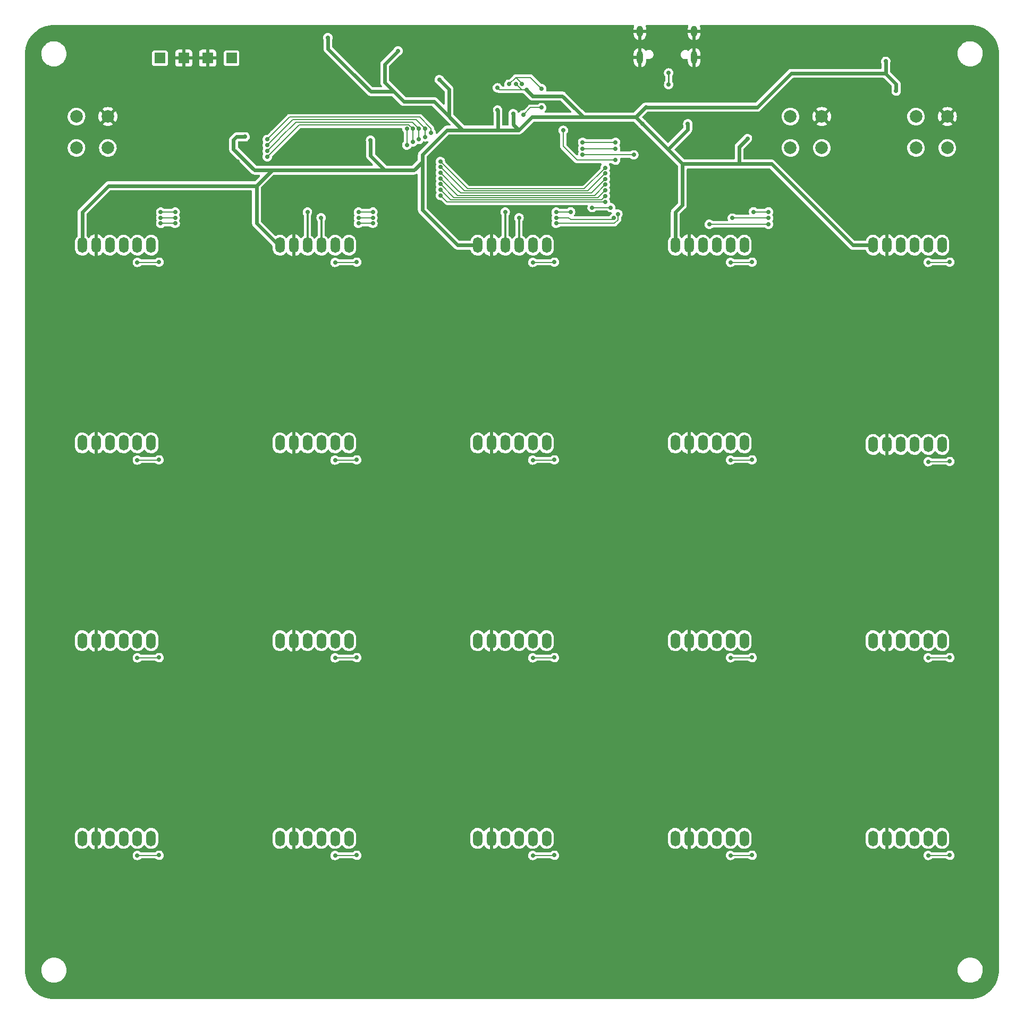
<source format=gbr>
%TF.GenerationSoftware,KiCad,Pcbnew,(6.0.10)*%
%TF.CreationDate,2023-02-13T20:41:26-05:00*%
%TF.ProjectId,master_board,6d617374-6572-45f6-926f-6172642e6b69,rev?*%
%TF.SameCoordinates,Original*%
%TF.FileFunction,Copper,L2,Bot*%
%TF.FilePolarity,Positive*%
%FSLAX46Y46*%
G04 Gerber Fmt 4.6, Leading zero omitted, Abs format (unit mm)*
G04 Created by KiCad (PCBNEW (6.0.10)) date 2023-02-13 20:41:26*
%MOMM*%
%LPD*%
G01*
G04 APERTURE LIST*
%TA.AperFunction,ComponentPad*%
%ADD10O,1.000000X1.800000*%
%TD*%
%TA.AperFunction,ComponentPad*%
%ADD11O,1.000000X2.100000*%
%TD*%
%TA.AperFunction,ComponentPad*%
%ADD12O,1.500000X2.500000*%
%TD*%
%TA.AperFunction,ComponentPad*%
%ADD13R,1.700000X1.700000*%
%TD*%
%TA.AperFunction,ComponentPad*%
%ADD14C,2.000000*%
%TD*%
%TA.AperFunction,ViaPad*%
%ADD15C,0.700000*%
%TD*%
%TA.AperFunction,ViaPad*%
%ADD16C,0.800000*%
%TD*%
%TA.AperFunction,Conductor*%
%ADD17C,0.600000*%
%TD*%
%TA.AperFunction,Conductor*%
%ADD18C,0.200000*%
%TD*%
%TA.AperFunction,Conductor*%
%ADD19C,0.261100*%
%TD*%
%TA.AperFunction,Conductor*%
%ADD20C,0.150000*%
%TD*%
%TA.AperFunction,Conductor*%
%ADD21C,0.300000*%
%TD*%
G04 APERTURE END LIST*
D10*
%TO.P,J2,S1,SHIELD*%
%TO.N,GND*%
X115380000Y-19425000D03*
D11*
X124020000Y-23605000D03*
D10*
X124020000Y-19425000D03*
D11*
X115380000Y-23605000D03*
%TD*%
D12*
%TO.P,M6,1,Pin_1*%
%TO.N,+3V3*%
X58000000Y-116500000D03*
%TO.P,M6,2,Pin_2*%
%TO.N,GND*%
X60200000Y-116500000D03*
%TO.P,M6,3,Pin_3*%
%TO.N,SPI0_RX*%
X62400000Y-116500000D03*
%TO.P,M6,4,Pin_4*%
%TO.N,SPI0_SCLK*%
X64600000Y-116500000D03*
%TO.P,M6,5,Pin_5*%
%TO.N,/5-to-32/SPI_CSN6*%
X66800000Y-116500000D03*
%TO.P,M6,6,Pin_6*%
%TO.N,SPI0_TX*%
X69000000Y-116500000D03*
%TD*%
D13*
%TO.P,J5,1,Pin_1*%
%TO.N,GND*%
X42700000Y-23700000D03*
%TD*%
%TO.P,J4,1,Pin_1*%
%TO.N,GND*%
X46500000Y-23700000D03*
%TD*%
D12*
%TO.P,M18,1,Pin_1*%
%TO.N,+3V3*%
X152500000Y-116500000D03*
%TO.P,M18,2,Pin_2*%
%TO.N,GND*%
X154700000Y-116500000D03*
%TO.P,M18,3,Pin_3*%
%TO.N,SPI0_RX*%
X156900000Y-116500000D03*
%TO.P,M18,4,Pin_4*%
%TO.N,SPI0_SCLK*%
X159100000Y-116500000D03*
%TO.P,M18,5,Pin_5*%
%TO.N,/5-to-32/SPI_CSN18*%
X161300000Y-116500000D03*
%TO.P,M18,6,Pin_6*%
%TO.N,SPI0_TX*%
X163500000Y-116500000D03*
%TD*%
%TO.P,M7,1,Pin_1*%
%TO.N,+3V3*%
X58000000Y-148000000D03*
%TO.P,M7,2,Pin_2*%
%TO.N,GND*%
X60200000Y-148000000D03*
%TO.P,M7,3,Pin_3*%
%TO.N,SPI0_RX*%
X62400000Y-148000000D03*
%TO.P,M7,4,Pin_4*%
%TO.N,SPI0_SCLK*%
X64600000Y-148000000D03*
%TO.P,M7,5,Pin_5*%
%TO.N,/5-to-32/SPI_CSN7*%
X66800000Y-148000000D03*
%TO.P,M7,6,Pin_6*%
%TO.N,SPI0_TX*%
X69000000Y-148000000D03*
%TD*%
%TO.P,M9,1,Pin_1*%
%TO.N,+3V3*%
X89500000Y-85000000D03*
%TO.P,M9,2,Pin_2*%
%TO.N,GND*%
X91700000Y-85000000D03*
%TO.P,M9,3,Pin_3*%
%TO.N,SPI0_RX*%
X93900000Y-85000000D03*
%TO.P,M9,4,Pin_4*%
%TO.N,SPI0_SCLK*%
X96100000Y-85000000D03*
%TO.P,M9,5,Pin_5*%
%TO.N,/5-to-32/SPI_CSN9*%
X98300000Y-85000000D03*
%TO.P,M9,6,Pin_6*%
%TO.N,SPI0_TX*%
X100500000Y-85000000D03*
%TD*%
D14*
%TO.P,SW1,1,1*%
%TO.N,/RESCAN_N*%
X159350000Y-33000000D03*
%TO.P,SW1,2,2*%
%TO.N,GND*%
X164350000Y-33000000D03*
%TO.P,SW1,3*%
%TO.N,N/C*%
X159350000Y-38000000D03*
%TO.P,SW1,4*%
X164350000Y-38000000D03*
%TD*%
D12*
%TO.P,M5,1,Pin_1*%
%TO.N,+3V3*%
X58000000Y-85000000D03*
%TO.P,M5,2,Pin_2*%
%TO.N,GND*%
X60200000Y-85000000D03*
%TO.P,M5,3,Pin_3*%
%TO.N,SPI0_RX*%
X62400000Y-85000000D03*
%TO.P,M5,4,Pin_4*%
%TO.N,SPI0_SCLK*%
X64600000Y-85000000D03*
%TO.P,M5,5,Pin_5*%
%TO.N,/5-to-32/SPI_CSN5*%
X66800000Y-85000000D03*
%TO.P,M5,6,Pin_6*%
%TO.N,SPI0_TX*%
X69000000Y-85000000D03*
%TD*%
%TO.P,M0,1,Pin_1*%
%TO.N,+3V3*%
X26500000Y-53500000D03*
%TO.P,M0,2,Pin_2*%
%TO.N,GND*%
X28700000Y-53500000D03*
%TO.P,M0,3,Pin_3*%
%TO.N,SPI0_RX*%
X30900000Y-53500000D03*
%TO.P,M0,4,Pin_4*%
%TO.N,SPI0_SCLK*%
X33100000Y-53500000D03*
%TO.P,M0,5,Pin_5*%
%TO.N,/5-to-32/SPI_CSN0*%
X35300000Y-53500000D03*
%TO.P,M0,6,Pin_6*%
%TO.N,SPI0_TX*%
X37500000Y-53500000D03*
%TD*%
%TO.P,M4,1,Pin_1*%
%TO.N,+3V3*%
X58000000Y-53500000D03*
%TO.P,M4,2,Pin_2*%
%TO.N,GND*%
X60200000Y-53500000D03*
%TO.P,M4,3,Pin_3*%
%TO.N,SPI0_RX*%
X62400000Y-53500000D03*
%TO.P,M4,4,Pin_4*%
%TO.N,SPI0_SCLK*%
X64600000Y-53500000D03*
%TO.P,M4,5,Pin_5*%
%TO.N,/5-to-32/SPI_CSN4*%
X66800000Y-53500000D03*
%TO.P,M4,6,Pin_6*%
%TO.N,SPI0_TX*%
X69000000Y-53500000D03*
%TD*%
%TO.P,M2,1,Pin_1*%
%TO.N,+3V3*%
X26500000Y-116500000D03*
%TO.P,M2,2,Pin_2*%
%TO.N,GND*%
X28700000Y-116500000D03*
%TO.P,M2,3,Pin_3*%
%TO.N,SPI0_RX*%
X30900000Y-116500000D03*
%TO.P,M2,4,Pin_4*%
%TO.N,SPI0_SCLK*%
X33100000Y-116500000D03*
%TO.P,M2,5,Pin_5*%
%TO.N,/5-to-32/SPI_CSN2*%
X35300000Y-116500000D03*
%TO.P,M2,6,Pin_6*%
%TO.N,SPI0_TX*%
X37500000Y-116500000D03*
%TD*%
%TO.P,M17,1,Pin_1*%
%TO.N,+3V3*%
X152500000Y-85250000D03*
%TO.P,M17,2,Pin_2*%
%TO.N,GND*%
X154700000Y-85250000D03*
%TO.P,M17,3,Pin_3*%
%TO.N,SPI0_RX*%
X156900000Y-85250000D03*
%TO.P,M17,4,Pin_4*%
%TO.N,SPI0_SCLK*%
X159100000Y-85250000D03*
%TO.P,M17,5,Pin_5*%
%TO.N,/5-to-32/SPI_CSN17*%
X161300000Y-85250000D03*
%TO.P,M17,6,Pin_6*%
%TO.N,SPI0_TX*%
X163500000Y-85250000D03*
%TD*%
%TO.P,M3,1,Pin_1*%
%TO.N,+3V3*%
X26500000Y-148000000D03*
%TO.P,M3,2,Pin_2*%
%TO.N,GND*%
X28700000Y-148000000D03*
%TO.P,M3,3,Pin_3*%
%TO.N,SPI0_RX*%
X30900000Y-148000000D03*
%TO.P,M3,4,Pin_4*%
%TO.N,SPI0_SCLK*%
X33100000Y-148000000D03*
%TO.P,M3,5,Pin_5*%
%TO.N,/5-to-32/SPI_CSN3*%
X35300000Y-148000000D03*
%TO.P,M3,6,Pin_6*%
%TO.N,SPI0_TX*%
X37500000Y-148000000D03*
%TD*%
%TO.P,M16,1,Pin_1*%
%TO.N,+3V3*%
X152500000Y-53500000D03*
%TO.P,M16,2,Pin_2*%
%TO.N,GND*%
X154700000Y-53500000D03*
%TO.P,M16,3,Pin_3*%
%TO.N,SPI0_RX*%
X156900000Y-53500000D03*
%TO.P,M16,4,Pin_4*%
%TO.N,SPI0_SCLK*%
X159100000Y-53500000D03*
%TO.P,M16,5,Pin_5*%
%TO.N,/5-to-32/SPI_CSN16*%
X161300000Y-53500000D03*
%TO.P,M16,6,Pin_6*%
%TO.N,SPI0_TX*%
X163500000Y-53500000D03*
%TD*%
D13*
%TO.P,J3,1,Pin_1*%
%TO.N,/CONN_HAP_L*%
X38900000Y-23700000D03*
%TD*%
D12*
%TO.P,M15,1,Pin_1*%
%TO.N,+3V3*%
X121000000Y-148000000D03*
%TO.P,M15,2,Pin_2*%
%TO.N,GND*%
X123200000Y-148000000D03*
%TO.P,M15,3,Pin_3*%
%TO.N,SPI0_RX*%
X125400000Y-148000000D03*
%TO.P,M15,4,Pin_4*%
%TO.N,SPI0_SCLK*%
X127600000Y-148000000D03*
%TO.P,M15,5,Pin_5*%
%TO.N,/5-to-32/SPI_CSN15*%
X129800000Y-148000000D03*
%TO.P,M15,6,Pin_6*%
%TO.N,SPI0_TX*%
X132000000Y-148000000D03*
%TD*%
%TO.P,M12,1,Pin_1*%
%TO.N,+3V3*%
X121000000Y-53500000D03*
%TO.P,M12,2,Pin_2*%
%TO.N,GND*%
X123200000Y-53500000D03*
%TO.P,M12,3,Pin_3*%
%TO.N,SPI0_RX*%
X125400000Y-53500000D03*
%TO.P,M12,4,Pin_4*%
%TO.N,SPI0_SCLK*%
X127600000Y-53500000D03*
%TO.P,M12,5,Pin_5*%
%TO.N,/5-to-32/SPI_CSN12*%
X129800000Y-53500000D03*
%TO.P,M12,6,Pin_6*%
%TO.N,SPI0_TX*%
X132000000Y-53500000D03*
%TD*%
%TO.P,M10,1,Pin_1*%
%TO.N,+3V3*%
X89500000Y-116500000D03*
%TO.P,M10,2,Pin_2*%
%TO.N,GND*%
X91700000Y-116500000D03*
%TO.P,M10,3,Pin_3*%
%TO.N,SPI0_RX*%
X93900000Y-116500000D03*
%TO.P,M10,4,Pin_4*%
%TO.N,SPI0_SCLK*%
X96100000Y-116500000D03*
%TO.P,M10,5,Pin_5*%
%TO.N,/5-to-32/SPI_CSN10*%
X98300000Y-116500000D03*
%TO.P,M10,6,Pin_6*%
%TO.N,SPI0_TX*%
X100500000Y-116500000D03*
%TD*%
%TO.P,M14,1,Pin_1*%
%TO.N,+3V3*%
X121000000Y-116500000D03*
%TO.P,M14,2,Pin_2*%
%TO.N,GND*%
X123200000Y-116500000D03*
%TO.P,M14,3,Pin_3*%
%TO.N,SPI0_RX*%
X125400000Y-116500000D03*
%TO.P,M14,4,Pin_4*%
%TO.N,SPI0_SCLK*%
X127600000Y-116500000D03*
%TO.P,M14,5,Pin_5*%
%TO.N,/5-to-32/SPI_CSN14*%
X129800000Y-116500000D03*
%TO.P,M14,6,Pin_6*%
%TO.N,SPI0_TX*%
X132000000Y-116500000D03*
%TD*%
%TO.P,M11,1,Pin_1*%
%TO.N,+3V3*%
X89500000Y-148000000D03*
%TO.P,M11,2,Pin_2*%
%TO.N,GND*%
X91700000Y-148000000D03*
%TO.P,M11,3,Pin_3*%
%TO.N,SPI0_RX*%
X93900000Y-148000000D03*
%TO.P,M11,4,Pin_4*%
%TO.N,SPI0_SCLK*%
X96100000Y-148000000D03*
%TO.P,M11,5,Pin_5*%
%TO.N,/5-to-32/SPI_CSN11*%
X98300000Y-148000000D03*
%TO.P,M11,6,Pin_6*%
%TO.N,SPI0_TX*%
X100500000Y-148000000D03*
%TD*%
%TO.P,M19,1,Pin_1*%
%TO.N,+3V3*%
X152500000Y-148000000D03*
%TO.P,M19,2,Pin_2*%
%TO.N,GND*%
X154700000Y-148000000D03*
%TO.P,M19,3,Pin_3*%
%TO.N,SPI0_RX*%
X156900000Y-148000000D03*
%TO.P,M19,4,Pin_4*%
%TO.N,SPI0_SCLK*%
X159100000Y-148000000D03*
%TO.P,M19,5,Pin_5*%
%TO.N,/5-to-32/SPI_CSN19*%
X161300000Y-148000000D03*
%TO.P,M19,6,Pin_6*%
%TO.N,SPI0_TX*%
X163500000Y-148000000D03*
%TD*%
%TO.P,M8,1,Pin_1*%
%TO.N,+3V3*%
X89500000Y-53500000D03*
%TO.P,M8,2,Pin_2*%
%TO.N,GND*%
X91700000Y-53500000D03*
%TO.P,M8,3,Pin_3*%
%TO.N,SPI0_RX*%
X93900000Y-53500000D03*
%TO.P,M8,4,Pin_4*%
%TO.N,SPI0_SCLK*%
X96100000Y-53500000D03*
%TO.P,M8,5,Pin_5*%
%TO.N,/5-to-32/SPI_CSN8*%
X98300000Y-53500000D03*
%TO.P,M8,6,Pin_6*%
%TO.N,SPI0_TX*%
X100500000Y-53500000D03*
%TD*%
D13*
%TO.P,J6,1,Pin_1*%
%TO.N,/CONN_HAP_R*%
X50300000Y-23700000D03*
%TD*%
D12*
%TO.P,M13,1,Pin_1*%
%TO.N,+3V3*%
X121000000Y-85000000D03*
%TO.P,M13,2,Pin_2*%
%TO.N,GND*%
X123200000Y-85000000D03*
%TO.P,M13,3,Pin_3*%
%TO.N,SPI0_RX*%
X125400000Y-85000000D03*
%TO.P,M13,4,Pin_4*%
%TO.N,SPI0_SCLK*%
X127600000Y-85000000D03*
%TO.P,M13,5,Pin_5*%
%TO.N,/5-to-32/SPI_CSN13*%
X129800000Y-85000000D03*
%TO.P,M13,6,Pin_6*%
%TO.N,SPI0_TX*%
X132000000Y-85000000D03*
%TD*%
D14*
%TO.P,SW2,1,1*%
%TO.N,/RUN_N*%
X139350000Y-33000000D03*
%TO.P,SW2,2,2*%
%TO.N,GND*%
X144350000Y-33000000D03*
%TO.P,SW2,3*%
%TO.N,N/C*%
X139350000Y-38000000D03*
%TO.P,SW2,4*%
X144350000Y-38000000D03*
%TD*%
%TO.P,SW3,1,1*%
%TO.N,/BOOTSEL_N*%
X25600000Y-33000000D03*
%TO.P,SW3,2,2*%
%TO.N,GND*%
X30600000Y-33000000D03*
%TO.P,SW3,3*%
%TO.N,N/C*%
X25600000Y-38000000D03*
%TO.P,SW3,4*%
X30600000Y-38000000D03*
%TD*%
D12*
%TO.P,M1,1,Pin_1*%
%TO.N,+3V3*%
X26500000Y-85000000D03*
%TO.P,M1,2,Pin_2*%
%TO.N,GND*%
X28700000Y-85000000D03*
%TO.P,M1,3,Pin_3*%
%TO.N,SPI0_RX*%
X30900000Y-85000000D03*
%TO.P,M1,4,Pin_4*%
%TO.N,SPI0_SCLK*%
X33100000Y-85000000D03*
%TO.P,M1,5,Pin_5*%
%TO.N,/5-to-32/SPI_CSN1*%
X35300000Y-85000000D03*
%TO.P,M1,6,Pin_6*%
%TO.N,SPI0_TX*%
X37500000Y-85000000D03*
%TD*%
D15*
%TO.N,GND*%
X80450000Y-29400000D03*
X154700000Y-150900000D03*
X67112500Y-25537500D03*
X89800000Y-38200000D03*
X148850000Y-33000000D03*
X87775000Y-27700000D03*
X127100000Y-36900000D03*
X60200000Y-119400000D03*
X60200000Y-150900000D03*
X91700000Y-87900000D03*
X91700000Y-150900000D03*
X123200000Y-119400000D03*
X60200000Y-87900000D03*
X154700000Y-56400000D03*
X91700000Y-119400000D03*
X123200000Y-87900000D03*
X28700000Y-150900000D03*
X119000000Y-28723500D03*
X129100000Y-35900000D03*
X124000000Y-25850000D03*
X51300000Y-40150000D03*
X123200000Y-56400000D03*
X33450000Y-30150000D03*
X127100000Y-35900000D03*
X71287743Y-39300000D03*
X128100000Y-35900000D03*
X115400000Y-25950000D03*
X86525000Y-32725000D03*
X95050000Y-38000000D03*
X43675000Y-25725000D03*
X73887743Y-37450000D03*
D16*
X93900000Y-32550000D03*
D15*
X123200000Y-150900000D03*
X102100000Y-39300000D03*
X169175000Y-33000000D03*
X28700000Y-56500000D03*
X28700000Y-87900000D03*
X60200000Y-56400000D03*
X129100000Y-36900000D03*
X128100000Y-36900000D03*
X92675000Y-29975000D03*
X48650000Y-41850000D03*
X75550000Y-21200000D03*
X93712859Y-20771473D03*
X91700000Y-56350000D03*
X154700000Y-119400000D03*
X45850000Y-25750000D03*
X152750000Y-24300000D03*
X149750000Y-24300000D03*
X154700000Y-88150000D03*
X123000000Y-28500000D03*
X99154913Y-22696769D03*
X28700000Y-119400000D03*
X151500000Y-24250000D03*
X102175000Y-27700000D03*
%TO.N,+3V3*%
X156200000Y-28950000D03*
X123000000Y-34150000D03*
X116350000Y-31500000D03*
X132500000Y-36500000D03*
X95175000Y-32525000D03*
X97300000Y-28750000D03*
X115790000Y-34200000D03*
X92675000Y-28425000D03*
X52450000Y-36225000D03*
X76850000Y-22525000D03*
X65650000Y-20425000D03*
X154540000Y-24210000D03*
X83400000Y-27100000D03*
X72450000Y-36775000D03*
X95625000Y-27825000D03*
X92700000Y-31975000D03*
%TO.N,+1V1*%
X94500000Y-27850000D03*
X96550500Y-27841017D03*
X99725000Y-28550000D03*
X99725000Y-31575000D03*
X96775000Y-32750500D03*
%TO.N,/USB_D+*%
X119950000Y-26050000D03*
X119950000Y-27900000D03*
%TO.N,/5-to-32/SPI_CSN0*%
X35300000Y-56225000D03*
X38750000Y-56200000D03*
%TO.N,SPI0_TX*%
X39025500Y-50024503D03*
X111850000Y-48525500D03*
X133450000Y-48175000D03*
X72824500Y-50024006D03*
X135875000Y-48175000D03*
X41324500Y-50024006D03*
X70525500Y-50024006D03*
X102025500Y-50023506D03*
%TO.N,SPI0_RX*%
X126425000Y-50175000D03*
X135875000Y-50175000D03*
X39025500Y-48225000D03*
X62400000Y-48225000D03*
X70525500Y-48225000D03*
X41324500Y-48225000D03*
X104324500Y-48175000D03*
X102025500Y-48224500D03*
X72824500Y-48225000D03*
X93900000Y-48225000D03*
%TO.N,SPI0_SCLK*%
X72824500Y-49124503D03*
X39025500Y-49125000D03*
X102025500Y-49124003D03*
X135875000Y-49175000D03*
X111225000Y-49175000D03*
X41324500Y-49124503D03*
X96099003Y-49124003D03*
X70525500Y-49124503D03*
X130100000Y-49175000D03*
X64575000Y-49125000D03*
%TO.N,/5-to-32/SPI_CSN1*%
X35300000Y-87725000D03*
X38750000Y-87700000D03*
%TO.N,/5-to-32/SPI_CSN2*%
X35300000Y-119225000D03*
X38750000Y-119200000D03*
%TO.N,/5-to-32/SPI_CSN3*%
X35300000Y-150725000D03*
X38750000Y-150700000D03*
%TO.N,/5-to-32/SPI_CSN4*%
X66800000Y-56225000D03*
X70250000Y-56200000D03*
%TO.N,/5-to-32/SPI_CSN5*%
X66800000Y-87725000D03*
X70250000Y-87700000D03*
%TO.N,/5-to-32/SPI_CSN6*%
X70250000Y-119200000D03*
X66800000Y-119225000D03*
%TO.N,/5-to-32/SPI_CSN7*%
X66800000Y-150725000D03*
X70250000Y-150700000D03*
%TO.N,/5-to-32/SPI_CSN8*%
X98300000Y-56225000D03*
X101750000Y-56200000D03*
%TO.N,/5-to-32/SPI_CSN9*%
X98300000Y-87725000D03*
X101750000Y-87700000D03*
%TO.N,/5-to-32/SPI_CSN10*%
X98300000Y-119225000D03*
X101750000Y-119200000D03*
%TO.N,/5-to-32/SPI_CSN11*%
X101750000Y-150700000D03*
X98300000Y-150725000D03*
%TO.N,/5-to-32/SPI_CSN12*%
X107750234Y-47501430D03*
X129800000Y-56225000D03*
X133250000Y-56200000D03*
X110725000Y-47500000D03*
%TO.N,/5-to-32/SPI_CSN13*%
X83600000Y-45575500D03*
X129800000Y-87725000D03*
X109849500Y-46600865D03*
X133250000Y-87700000D03*
%TO.N,/5-to-32/SPI_CSN14*%
X133250000Y-119200000D03*
X109849500Y-45650000D03*
X129800000Y-119225000D03*
X83600000Y-44675000D03*
%TO.N,/5-to-32/SPI_CSN15*%
X83575000Y-43750000D03*
X109849500Y-44750497D03*
X129800000Y-150725000D03*
X133250000Y-150700000D03*
%TO.N,/5-to-32/SPI_CSN16*%
X109849500Y-43850994D03*
X83575000Y-42850497D03*
X161300000Y-56225000D03*
X164750000Y-56200000D03*
%TO.N,/5-to-32/SPI_CSN17*%
X164750000Y-87950000D03*
X83575000Y-41950994D03*
X109849500Y-42951491D03*
X161300000Y-87975000D03*
%TO.N,/5-to-32/SPI_CSN18*%
X161300000Y-119225000D03*
X164750000Y-119200000D03*
X109849500Y-42051988D03*
X83575000Y-41051491D03*
%TO.N,/5-to-32/SPI_CSN19*%
X164750000Y-150700000D03*
X83575000Y-40151988D03*
X161300000Y-150725000D03*
X109849500Y-41152485D03*
%TO.N,/SWDIO*%
X111500000Y-38100000D03*
X106250000Y-38100000D03*
%TO.N,/SWCLK*%
X114400000Y-39100000D03*
X106250000Y-39100000D03*
%TO.N,/RUN_N*%
X111500000Y-37100000D03*
X106250000Y-37100000D03*
%TO.N,/RESCAN_N*%
X103150000Y-35200000D03*
X111500000Y-39950000D03*
%TO.N,E0N_B*%
X78237743Y-37550000D03*
X78237743Y-34950000D03*
%TO.N,A3*%
X79193993Y-37049500D03*
X56000000Y-39400000D03*
X79193993Y-34950500D03*
%TO.N,A2*%
X55990485Y-38490982D03*
X80143993Y-34950500D03*
X80143993Y-36649500D03*
%TO.N,A1*%
X81143993Y-36249500D03*
X55988809Y-37574125D03*
X81143993Y-34900000D03*
%TO.N,A0*%
X55988792Y-36655609D03*
X82087743Y-35600000D03*
%TD*%
D17*
%TO.N,+3V3*%
X106380000Y-33080000D02*
X98145000Y-33080000D01*
X54275000Y-44025000D02*
X30725000Y-44025000D01*
X74700000Y-24675000D02*
X76850000Y-22525000D01*
X114670000Y-33080000D02*
X115790000Y-34200000D01*
X122140000Y-40550000D02*
X122140000Y-47110000D01*
X74700000Y-27550000D02*
X74700000Y-24675000D01*
X74750000Y-41550000D02*
X59700000Y-41550000D01*
X121000000Y-48250000D02*
X121000000Y-53500000D01*
X72450000Y-39250000D02*
X74750000Y-41550000D01*
X156200000Y-28950000D02*
X156200000Y-27850000D01*
D18*
X96540244Y-28750000D02*
X97300000Y-28750000D01*
D17*
X80700000Y-39100000D02*
X80700000Y-40225000D01*
X154540000Y-26010000D02*
X154450000Y-26100000D01*
X72450000Y-36775000D02*
X72450000Y-39250000D01*
X119820000Y-38230000D02*
X122140000Y-40550000D01*
X106380000Y-33080000D02*
X105125000Y-31825000D01*
X57750000Y-53500000D02*
X58000000Y-53500000D01*
X115790000Y-34200000D02*
X119820000Y-38230000D01*
X119820000Y-38230000D02*
X123000000Y-35050000D01*
X80700000Y-47875000D02*
X86325000Y-53500000D01*
X84950000Y-28650000D02*
X84950000Y-33000000D01*
X72477082Y-29025000D02*
X69551041Y-26098959D01*
X105125000Y-31825000D02*
X103025000Y-29725000D01*
D18*
X93000000Y-28750000D02*
X92675000Y-28425000D01*
D17*
X136325000Y-40550000D02*
X149275000Y-53500000D01*
X87100000Y-35150000D02*
X84950000Y-33000000D01*
X131175000Y-37825000D02*
X131175000Y-40550000D01*
X50625000Y-38225000D02*
X50625000Y-36725000D01*
X116250000Y-31500000D02*
X114670000Y-33080000D01*
X154540000Y-24210000D02*
X154540000Y-26010000D01*
X96075000Y-35150000D02*
X92750000Y-35150000D01*
X77750000Y-30600000D02*
X74700000Y-27550000D01*
X106380000Y-33080000D02*
X114670000Y-33080000D01*
X76175000Y-29025000D02*
X72477082Y-29025000D01*
X53950000Y-41550000D02*
X50625000Y-38225000D01*
X103025000Y-29725000D02*
X98275000Y-29725000D01*
X79375000Y-41550000D02*
X74750000Y-41550000D01*
X92750000Y-35150000D02*
X92750000Y-32025000D01*
X26500000Y-48250000D02*
X26500000Y-53500000D01*
X116350000Y-31500000D02*
X134100000Y-31500000D01*
X123000000Y-35050000D02*
X123000000Y-34150000D01*
X80700000Y-40225000D02*
X80700000Y-47875000D01*
X122140000Y-40550000D02*
X131175000Y-40550000D01*
X51125000Y-36225000D02*
X52450000Y-36225000D01*
X134100000Y-31500000D02*
X139500000Y-26100000D01*
X96075000Y-35150000D02*
X95175000Y-34250000D01*
X87747918Y-35150000D02*
X84650000Y-35150000D01*
X82550000Y-30600000D02*
X77750000Y-30600000D01*
X87747918Y-35150000D02*
X87100000Y-35150000D01*
X59700000Y-41550000D02*
X56750000Y-41550000D01*
X98145000Y-33080000D02*
X96075000Y-35150000D01*
D18*
X96540244Y-28750000D02*
X93000000Y-28750000D01*
D17*
X92750000Y-35150000D02*
X90000000Y-35150000D01*
X86325000Y-53500000D02*
X89500000Y-53500000D01*
X56750000Y-41550000D02*
X54275000Y-44025000D01*
X54275000Y-44025000D02*
X54275000Y-50025000D01*
X84650000Y-35150000D02*
X80700000Y-39100000D01*
X131175000Y-40550000D02*
X136325000Y-40550000D01*
X83400000Y-27100000D02*
X84950000Y-28650000D01*
X56750000Y-41550000D02*
X53950000Y-41550000D01*
X84950000Y-33000000D02*
X82550000Y-30600000D01*
X50625000Y-36725000D02*
X51125000Y-36225000D01*
X116350000Y-31500000D02*
X116250000Y-31500000D01*
X54275000Y-50025000D02*
X57750000Y-53500000D01*
D18*
X95625000Y-27834756D02*
X96540244Y-28750000D01*
D17*
X98275000Y-29725000D02*
X97300000Y-28750000D01*
X156200000Y-27850000D02*
X154450000Y-26100000D01*
X149275000Y-53500000D02*
X152500000Y-53500000D01*
X92750000Y-32025000D02*
X92700000Y-31975000D01*
X30725000Y-44025000D02*
X26500000Y-48250000D01*
X139500000Y-26100000D02*
X154450000Y-26100000D01*
X65650000Y-22197918D02*
X65650000Y-20425000D01*
X95175000Y-34250000D02*
X95175000Y-32525000D01*
X69551041Y-26098959D02*
X65650000Y-22197918D01*
X90000000Y-35150000D02*
X87747918Y-35150000D01*
D18*
X95625000Y-27825000D02*
X95625000Y-27834756D01*
D17*
X132500000Y-36500000D02*
X131175000Y-37825000D01*
X80700000Y-40225000D02*
X79375000Y-41550000D01*
X122140000Y-47110000D02*
X121000000Y-48250000D01*
D18*
%TO.N,+1V1*%
X95587500Y-26762500D02*
X94500000Y-27850000D01*
X95587500Y-26762500D02*
X97937500Y-26762500D01*
X96550500Y-27841017D02*
X96550500Y-27725500D01*
X97950500Y-31575000D02*
X99725000Y-31575000D01*
X96550500Y-27725500D02*
X95587500Y-26762500D01*
X97937500Y-26762500D02*
X99725000Y-28550000D01*
X96775000Y-32750500D02*
X97950500Y-31575000D01*
D19*
%TO.N,/USB_D+*%
X119950000Y-27900000D02*
X119950000Y-26050000D01*
D20*
%TO.N,/5-to-32/SPI_CSN0*%
X38725000Y-56225000D02*
X35300000Y-56225000D01*
D18*
%TO.N,SPI0_TX*%
X41324500Y-50024006D02*
X39025997Y-50024006D01*
X133450000Y-48175000D02*
X135875000Y-48175000D01*
X111294239Y-50025000D02*
X102026994Y-50025000D01*
X102026994Y-50025000D02*
X102025500Y-50023506D01*
X72824500Y-50024006D02*
X70525500Y-50024006D01*
X39025997Y-50024006D02*
X39025500Y-50024503D01*
X111850000Y-48525500D02*
X111850000Y-48880761D01*
X111875000Y-49444239D02*
X111294239Y-50025000D01*
X111875000Y-48905761D02*
X111875000Y-49444239D01*
X111850000Y-48880761D02*
X111875000Y-48905761D01*
D21*
%TO.N,SPI0_RX*%
X62400000Y-53500000D02*
X62400000Y-48225000D01*
D18*
X126425000Y-50175000D02*
X135875000Y-50175000D01*
X104324500Y-48175000D02*
X102075000Y-48175000D01*
X41324500Y-48225000D02*
X39025500Y-48225000D01*
X102075000Y-48175000D02*
X102025500Y-48224500D01*
D21*
X93900000Y-53500000D02*
X93900000Y-48225000D01*
D18*
X72824500Y-48225000D02*
X70525500Y-48225000D01*
%TO.N,SPI0_SCLK*%
X41324500Y-49124503D02*
X41324003Y-49125000D01*
D21*
X64600000Y-49150000D02*
X64575000Y-49125000D01*
D18*
X104049003Y-49124003D02*
X102025500Y-49124003D01*
D21*
X64600000Y-53500000D02*
X64600000Y-49150000D01*
D18*
X111225000Y-49175000D02*
X110975000Y-49425000D01*
D21*
X96100000Y-49125000D02*
X96099003Y-49124003D01*
X96100000Y-53500000D02*
X96100000Y-49125000D01*
D18*
X41324003Y-49125000D02*
X39025500Y-49125000D01*
X130100000Y-49175000D02*
X135875000Y-49175000D01*
X72824500Y-49124503D02*
X70525500Y-49124503D01*
X104350000Y-49425000D02*
X104049003Y-49124003D01*
X110975000Y-49425000D02*
X104350000Y-49425000D01*
D20*
%TO.N,/5-to-32/SPI_CSN1*%
X38725000Y-87725000D02*
X35300000Y-87725000D01*
%TO.N,/5-to-32/SPI_CSN2*%
X38725000Y-119225000D02*
X35300000Y-119225000D01*
%TO.N,/5-to-32/SPI_CSN3*%
X38725000Y-150725000D02*
X35300000Y-150725000D01*
%TO.N,/5-to-32/SPI_CSN4*%
X70225000Y-56225000D02*
X66800000Y-56225000D01*
%TO.N,/5-to-32/SPI_CSN5*%
X70225000Y-87725000D02*
X66800000Y-87725000D01*
%TO.N,/5-to-32/SPI_CSN6*%
X70225000Y-119225000D02*
X66800000Y-119225000D01*
%TO.N,/5-to-32/SPI_CSN7*%
X70225000Y-150725000D02*
X66800000Y-150725000D01*
%TO.N,/5-to-32/SPI_CSN8*%
X101725000Y-56225000D02*
X98300000Y-56225000D01*
%TO.N,/5-to-32/SPI_CSN9*%
X101725000Y-87725000D02*
X98300000Y-87725000D01*
%TO.N,/5-to-32/SPI_CSN10*%
X101725000Y-119225000D02*
X98300000Y-119225000D01*
%TO.N,/5-to-32/SPI_CSN11*%
X101725000Y-150725000D02*
X98300000Y-150725000D01*
%TO.N,/5-to-32/SPI_CSN12*%
X110725000Y-47500000D02*
X107751664Y-47500000D01*
X107751664Y-47500000D02*
X107750234Y-47501430D01*
X133225000Y-56225000D02*
X129800000Y-56225000D01*
%TO.N,/5-to-32/SPI_CSN13*%
X133225000Y-87725000D02*
X129800000Y-87725000D01*
X84626428Y-46601928D02*
X83600000Y-45575500D01*
X107749304Y-46601928D02*
X84626428Y-46601928D01*
X107750367Y-46600865D02*
X107749304Y-46601928D01*
X109849500Y-46600865D02*
X107750367Y-46600865D01*
%TO.N,/5-to-32/SPI_CSN14*%
X107605392Y-46250865D02*
X107604329Y-46251928D01*
X107604329Y-46251928D02*
X85176928Y-46251928D01*
X109248635Y-46250865D02*
X107605392Y-46250865D01*
X109849500Y-45650000D02*
X109248635Y-46250865D01*
X84974164Y-46049164D02*
X83600000Y-44675000D01*
X133225000Y-119225000D02*
X129800000Y-119225000D01*
X85176928Y-46251928D02*
X84975000Y-46050000D01*
%TO.N,/5-to-32/SPI_CSN15*%
X107460417Y-45900865D02*
X107459354Y-45901928D01*
X85726928Y-45901928D02*
X83575000Y-43750000D01*
X109849500Y-44750497D02*
X108699131Y-45900865D01*
X107459354Y-45901928D02*
X85726928Y-45901928D01*
X108699131Y-45900865D02*
X107460417Y-45900865D01*
X133225000Y-150725000D02*
X129800000Y-150725000D01*
%TO.N,/5-to-32/SPI_CSN16*%
X86276431Y-45551928D02*
X83575000Y-42850497D01*
X164725000Y-56225000D02*
X161300000Y-56225000D01*
X107314379Y-45551928D02*
X86276431Y-45551928D01*
X109849500Y-43850994D02*
X108149628Y-45550865D01*
X107315442Y-45550865D02*
X107314379Y-45551928D01*
X108149628Y-45550865D02*
X107315442Y-45550865D01*
%TO.N,/5-to-32/SPI_CSN17*%
X109849500Y-42967110D02*
X107615745Y-45200865D01*
X107195598Y-45200865D02*
X107194535Y-45201928D01*
X107194535Y-45201928D02*
X86826928Y-45201928D01*
X86524006Y-44900000D02*
X83575000Y-41950994D01*
X86525000Y-44900000D02*
X86524006Y-44900000D01*
X86826928Y-45201928D02*
X86525000Y-44900000D01*
X107615745Y-45200865D02*
X107195598Y-45200865D01*
X164725000Y-87975000D02*
X161300000Y-87975000D01*
X109849500Y-42951491D02*
X109849500Y-42967110D01*
%TO.N,/5-to-32/SPI_CSN18*%
X83575000Y-41051491D02*
X83576491Y-41051491D01*
X107049560Y-44851928D02*
X109849500Y-42051988D01*
X87376928Y-44851928D02*
X107049560Y-44851928D01*
X164725000Y-119225000D02*
X161300000Y-119225000D01*
X83576491Y-41051491D02*
X87376928Y-44851928D01*
%TO.N,/5-to-32/SPI_CSN19*%
X164725000Y-150725000D02*
X161300000Y-150725000D01*
X109849500Y-41152485D02*
X106500057Y-44501928D01*
X106500057Y-44501928D02*
X87924940Y-44501928D01*
X87924940Y-44501928D02*
X83575000Y-40151988D01*
D18*
%TO.N,/SWDIO*%
X106250000Y-38100000D02*
X111500000Y-38100000D01*
%TO.N,/SWCLK*%
X114400000Y-39100000D02*
X106250000Y-39100000D01*
%TO.N,/RUN_N*%
X106250000Y-37100000D02*
X111500000Y-37100000D01*
%TO.N,/RESCAN_N*%
X103150000Y-37750000D02*
X103150000Y-35200000D01*
X111500000Y-39950000D02*
X105350000Y-39950000D01*
X105350000Y-39950000D02*
X103150000Y-37750000D01*
%TO.N,E0N_B*%
X78237743Y-34950000D02*
X78237743Y-37550000D01*
%TO.N,A3*%
X61087743Y-34300000D02*
X61087743Y-34312257D01*
X79193993Y-37049500D02*
X79193993Y-34950500D01*
X61087743Y-34312257D02*
X56000000Y-39400000D01*
X79193993Y-34950500D02*
X78543493Y-34300000D01*
X78543493Y-34300000D02*
X61087743Y-34300000D01*
%TO.N,A2*%
X80143993Y-36649500D02*
X80143993Y-34950500D01*
X55990485Y-38490982D02*
X57981467Y-36500000D01*
X57981467Y-36500000D02*
X57981467Y-36468533D01*
X60550000Y-33900000D02*
X79093493Y-33900000D01*
X57981467Y-36468533D02*
X60550000Y-33900000D01*
X79093493Y-33900000D02*
X80143993Y-34950500D01*
%TO.N,A1*%
X57462934Y-36100000D02*
X57462934Y-36087743D01*
X55988809Y-37574125D02*
X57462934Y-36100000D01*
X81143993Y-34900000D02*
X81143993Y-36249500D01*
X60050677Y-33500000D02*
X79743993Y-33500000D01*
X57462934Y-36087743D02*
X60050677Y-33500000D01*
X79743993Y-33500000D02*
X81143993Y-34900000D01*
%TO.N,A0*%
X56944401Y-35700000D02*
X56944401Y-35687743D01*
X59532144Y-33100000D02*
X80263232Y-33100000D01*
X80263232Y-33100000D02*
X82087743Y-34924511D01*
X56944401Y-35687743D02*
X59532144Y-33100000D01*
X82087743Y-34924511D02*
X82087743Y-35600000D01*
X55988792Y-36655609D02*
X56944401Y-35700000D01*
%TD*%
%TA.AperFunction,Conductor*%
%TO.N,GND*%
G36*
X114395546Y-18420462D02*
G01*
X114450084Y-18475000D01*
X114470046Y-18549500D01*
X114453928Y-18612264D01*
X114455411Y-18612900D01*
X114446825Y-18632932D01*
X114391462Y-18807460D01*
X114388444Y-18821657D01*
X114372464Y-18964128D01*
X114372000Y-18972416D01*
X114372000Y-19151384D01*
X114376145Y-19166855D01*
X114391616Y-19171000D01*
X116368384Y-19171000D01*
X116383855Y-19166855D01*
X116388000Y-19151384D01*
X116388000Y-18978897D01*
X116387645Y-18971642D01*
X116374298Y-18835520D01*
X116371479Y-18821282D01*
X116318559Y-18646005D01*
X116313027Y-18632582D01*
X116306044Y-18619448D01*
X116288696Y-18544296D01*
X116311248Y-18470539D01*
X116367657Y-18417939D01*
X116437605Y-18400500D01*
X122961046Y-18400500D01*
X123035546Y-18420462D01*
X123090084Y-18475000D01*
X123110046Y-18549500D01*
X123093928Y-18612264D01*
X123095411Y-18612900D01*
X123086825Y-18632932D01*
X123031462Y-18807460D01*
X123028444Y-18821657D01*
X123012464Y-18964128D01*
X123012000Y-18972416D01*
X123012000Y-19151384D01*
X123016145Y-19166855D01*
X123031616Y-19171000D01*
X125008384Y-19171000D01*
X125023855Y-19166855D01*
X125028000Y-19151384D01*
X125028000Y-18978897D01*
X125027645Y-18971642D01*
X125014298Y-18835520D01*
X125011479Y-18821282D01*
X124958559Y-18646005D01*
X124953027Y-18632582D01*
X124946044Y-18619448D01*
X124928696Y-18544296D01*
X124951248Y-18470539D01*
X125007657Y-18417939D01*
X125077605Y-18400500D01*
X167956753Y-18400500D01*
X167980059Y-18402334D01*
X168000000Y-18405492D01*
X168011580Y-18403658D01*
X168014605Y-18403658D01*
X168039694Y-18402233D01*
X168394380Y-18417719D01*
X168407317Y-18418850D01*
X168748302Y-18463743D01*
X168792246Y-18469528D01*
X168805046Y-18471785D01*
X169184086Y-18555816D01*
X169196635Y-18559178D01*
X169566923Y-18675929D01*
X169579129Y-18680372D01*
X169885947Y-18807460D01*
X169937817Y-18828945D01*
X169949598Y-18834439D01*
X170293986Y-19013717D01*
X170305243Y-19020216D01*
X170632672Y-19228811D01*
X170643320Y-19236267D01*
X170951348Y-19472626D01*
X170961303Y-19480979D01*
X171247557Y-19743281D01*
X171256719Y-19752443D01*
X171496831Y-20014480D01*
X171519020Y-20038695D01*
X171527374Y-20048652D01*
X171763733Y-20356680D01*
X171771189Y-20367328D01*
X171979784Y-20694757D01*
X171986283Y-20706014D01*
X172165561Y-21050402D01*
X172171055Y-21062183D01*
X172319626Y-21420866D01*
X172324071Y-21433077D01*
X172436625Y-21790052D01*
X172440821Y-21803361D01*
X172444184Y-21815914D01*
X172503169Y-22081977D01*
X172528215Y-22194954D01*
X172530472Y-22207754D01*
X172574380Y-22541258D01*
X172581149Y-22592676D01*
X172582281Y-22605620D01*
X172595453Y-22907295D01*
X172597767Y-22960302D01*
X172596342Y-22985395D01*
X172596342Y-22988420D01*
X172594508Y-23000000D01*
X172596342Y-23011579D01*
X172597666Y-23019938D01*
X172599500Y-23043247D01*
X172599500Y-168956753D01*
X172597666Y-168980059D01*
X172594508Y-169000000D01*
X172596342Y-169011580D01*
X172596342Y-169014605D01*
X172597767Y-169039698D01*
X172582282Y-169394374D01*
X172581149Y-169407324D01*
X172530472Y-169792246D01*
X172528215Y-169805046D01*
X172444185Y-170184083D01*
X172440822Y-170196635D01*
X172349373Y-170486676D01*
X172324072Y-170566919D01*
X172319626Y-170579134D01*
X172171055Y-170937817D01*
X172165561Y-170949598D01*
X171986283Y-171293986D01*
X171979784Y-171305243D01*
X171771189Y-171632672D01*
X171763733Y-171643320D01*
X171527374Y-171951348D01*
X171519021Y-171961303D01*
X171256719Y-172247557D01*
X171247557Y-172256719D01*
X170961305Y-172519020D01*
X170951348Y-172527374D01*
X170643320Y-172763733D01*
X170632672Y-172771189D01*
X170305243Y-172979784D01*
X170293986Y-172986283D01*
X169949598Y-173165561D01*
X169937819Y-173171054D01*
X169579129Y-173319628D01*
X169566923Y-173324071D01*
X169196635Y-173440822D01*
X169184086Y-173444184D01*
X168859089Y-173516234D01*
X168805046Y-173528215D01*
X168792245Y-173530472D01*
X168407317Y-173581150D01*
X168394380Y-173582281D01*
X168039694Y-173597767D01*
X168014605Y-173596342D01*
X168011580Y-173596342D01*
X168000000Y-173594508D01*
X167980059Y-173597666D01*
X167956753Y-173599500D01*
X22043247Y-173599500D01*
X22019941Y-173597666D01*
X22000000Y-173594508D01*
X21988420Y-173596342D01*
X21985395Y-173596342D01*
X21960306Y-173597767D01*
X21605620Y-173582281D01*
X21592683Y-173581150D01*
X21207755Y-173530472D01*
X21194954Y-173528215D01*
X21140911Y-173516234D01*
X20815914Y-173444184D01*
X20803365Y-173440822D01*
X20433077Y-173324071D01*
X20420871Y-173319628D01*
X20062181Y-173171054D01*
X20050402Y-173165561D01*
X19706014Y-172986283D01*
X19694757Y-172979784D01*
X19367328Y-172771189D01*
X19356680Y-172763733D01*
X19048652Y-172527374D01*
X19038695Y-172519020D01*
X18752443Y-172256719D01*
X18743281Y-172247557D01*
X18480979Y-171961303D01*
X18472626Y-171951348D01*
X18236267Y-171643320D01*
X18228811Y-171632672D01*
X18020216Y-171305243D01*
X18013717Y-171293986D01*
X17834439Y-170949598D01*
X17828945Y-170937817D01*
X17680374Y-170579134D01*
X17675928Y-170566919D01*
X17650628Y-170486676D01*
X17559178Y-170196635D01*
X17555815Y-170184083D01*
X17471785Y-169805046D01*
X17469528Y-169792246D01*
X17418851Y-169407324D01*
X17417718Y-169394374D01*
X17402233Y-169039698D01*
X17403658Y-169014605D01*
X17403658Y-169011580D01*
X17405492Y-169000000D01*
X17402334Y-168980059D01*
X17401424Y-168968497D01*
X19994637Y-168968497D01*
X20010205Y-169251370D01*
X20011233Y-169256538D01*
X20023633Y-169318875D01*
X20065474Y-169529226D01*
X20159342Y-169796524D01*
X20161764Y-169801187D01*
X20161766Y-169801191D01*
X20287510Y-170043259D01*
X20287514Y-170043266D01*
X20289936Y-170047928D01*
X20454651Y-170278424D01*
X20458281Y-170282230D01*
X20458285Y-170282234D01*
X20577701Y-170407414D01*
X20650199Y-170483412D01*
X20872680Y-170658801D01*
X20932235Y-170693393D01*
X21113096Y-170798446D01*
X21113101Y-170798449D01*
X21117654Y-170801093D01*
X21380232Y-170907448D01*
X21502489Y-170937817D01*
X21650055Y-170974473D01*
X21650059Y-170974474D01*
X21655177Y-170975745D01*
X21660418Y-170976282D01*
X21660424Y-170976283D01*
X21893003Y-171000112D01*
X21896790Y-171000500D01*
X22072170Y-171000500D01*
X22282593Y-170985601D01*
X22559547Y-170925975D01*
X22825337Y-170827920D01*
X22829967Y-170825422D01*
X22829971Y-170825420D01*
X23070029Y-170695892D01*
X23070032Y-170695890D01*
X23074660Y-170693393D01*
X23302540Y-170525078D01*
X23306289Y-170521387D01*
X23306293Y-170521384D01*
X23402045Y-170427123D01*
X23504430Y-170326334D01*
X23603411Y-170196639D01*
X23673107Y-170105315D01*
X23676304Y-170101126D01*
X23814730Y-169853947D01*
X23916948Y-169589730D01*
X23980918Y-169313747D01*
X23986321Y-169251370D01*
X24004908Y-169036760D01*
X24004908Y-169036756D01*
X24005363Y-169031503D01*
X24001895Y-168968497D01*
X165994637Y-168968497D01*
X166010205Y-169251370D01*
X166011233Y-169256538D01*
X166023633Y-169318875D01*
X166065474Y-169529226D01*
X166159342Y-169796524D01*
X166161764Y-169801187D01*
X166161766Y-169801191D01*
X166287510Y-170043259D01*
X166287514Y-170043266D01*
X166289936Y-170047928D01*
X166454651Y-170278424D01*
X166458281Y-170282230D01*
X166458285Y-170282234D01*
X166577701Y-170407414D01*
X166650199Y-170483412D01*
X166872680Y-170658801D01*
X166932235Y-170693393D01*
X167113096Y-170798446D01*
X167113101Y-170798449D01*
X167117654Y-170801093D01*
X167380232Y-170907448D01*
X167502489Y-170937817D01*
X167650055Y-170974473D01*
X167650059Y-170974474D01*
X167655177Y-170975745D01*
X167660418Y-170976282D01*
X167660424Y-170976283D01*
X167893003Y-171000112D01*
X167896790Y-171000500D01*
X168072170Y-171000500D01*
X168282593Y-170985601D01*
X168559547Y-170925975D01*
X168825337Y-170827920D01*
X168829967Y-170825422D01*
X168829971Y-170825420D01*
X169070029Y-170695892D01*
X169070032Y-170695890D01*
X169074660Y-170693393D01*
X169302540Y-170525078D01*
X169306289Y-170521387D01*
X169306293Y-170521384D01*
X169402045Y-170427123D01*
X169504430Y-170326334D01*
X169603411Y-170196639D01*
X169673107Y-170105315D01*
X169676304Y-170101126D01*
X169814730Y-169853947D01*
X169916948Y-169589730D01*
X169980918Y-169313747D01*
X169986321Y-169251370D01*
X170004908Y-169036760D01*
X170004908Y-169036756D01*
X170005363Y-169031503D01*
X169989795Y-168748630D01*
X169978431Y-168691501D01*
X169935556Y-168475950D01*
X169935554Y-168475944D01*
X169934526Y-168470774D01*
X169840658Y-168203476D01*
X169813381Y-168150965D01*
X169712490Y-167956741D01*
X169712486Y-167956734D01*
X169710064Y-167952072D01*
X169545349Y-167721576D01*
X169541719Y-167717770D01*
X169541715Y-167717766D01*
X169353440Y-167520403D01*
X169349801Y-167516588D01*
X169127320Y-167341199D01*
X168997439Y-167265758D01*
X168886904Y-167201554D01*
X168886899Y-167201551D01*
X168882346Y-167198907D01*
X168619768Y-167092552D01*
X168479685Y-167057755D01*
X168349945Y-167025527D01*
X168349941Y-167025526D01*
X168344823Y-167024255D01*
X168339582Y-167023718D01*
X168339576Y-167023717D01*
X168106997Y-166999888D01*
X168103210Y-166999500D01*
X167927830Y-166999500D01*
X167717407Y-167014399D01*
X167440453Y-167074025D01*
X167174663Y-167172080D01*
X167170033Y-167174578D01*
X167170029Y-167174580D01*
X166929971Y-167304108D01*
X166925340Y-167306607D01*
X166697460Y-167474922D01*
X166693711Y-167478613D01*
X166693707Y-167478616D01*
X166658450Y-167513324D01*
X166495570Y-167673666D01*
X166323696Y-167898874D01*
X166185270Y-168146053D01*
X166083052Y-168410270D01*
X166019082Y-168686253D01*
X166018628Y-168691494D01*
X166018627Y-168691501D01*
X166013224Y-168753890D01*
X165994637Y-168968497D01*
X24001895Y-168968497D01*
X23989795Y-168748630D01*
X23978431Y-168691501D01*
X23935556Y-168475950D01*
X23935554Y-168475944D01*
X23934526Y-168470774D01*
X23840658Y-168203476D01*
X23813381Y-168150965D01*
X23712490Y-167956741D01*
X23712486Y-167956734D01*
X23710064Y-167952072D01*
X23545349Y-167721576D01*
X23541719Y-167717770D01*
X23541715Y-167717766D01*
X23353440Y-167520403D01*
X23349801Y-167516588D01*
X23127320Y-167341199D01*
X22997439Y-167265758D01*
X22886904Y-167201554D01*
X22886899Y-167201551D01*
X22882346Y-167198907D01*
X22619768Y-167092552D01*
X22479685Y-167057755D01*
X22349945Y-167025527D01*
X22349941Y-167025526D01*
X22344823Y-167024255D01*
X22339582Y-167023718D01*
X22339576Y-167023717D01*
X22106997Y-166999888D01*
X22103210Y-166999500D01*
X21927830Y-166999500D01*
X21717407Y-167014399D01*
X21440453Y-167074025D01*
X21174663Y-167172080D01*
X21170033Y-167174578D01*
X21170029Y-167174580D01*
X20929971Y-167304108D01*
X20925340Y-167306607D01*
X20697460Y-167474922D01*
X20693711Y-167478613D01*
X20693707Y-167478616D01*
X20658450Y-167513324D01*
X20495570Y-167673666D01*
X20323696Y-167898874D01*
X20185270Y-168146053D01*
X20083052Y-168410270D01*
X20019082Y-168686253D01*
X20018628Y-168691494D01*
X20018627Y-168691501D01*
X20013224Y-168753890D01*
X19994637Y-168968497D01*
X17401424Y-168968497D01*
X17400500Y-168956753D01*
X17400500Y-150714455D01*
X34544825Y-150714455D01*
X34561255Y-150882025D01*
X34563881Y-150889920D01*
X34563882Y-150889923D01*
X34611774Y-151033891D01*
X34614402Y-151041791D01*
X34701624Y-151185812D01*
X34818586Y-151306929D01*
X34825555Y-151311490D01*
X34825557Y-151311491D01*
X34952503Y-151394563D01*
X34952506Y-151394564D01*
X34959475Y-151399125D01*
X35117289Y-151457815D01*
X35125543Y-151458916D01*
X35125546Y-151458917D01*
X35275928Y-151478982D01*
X35275932Y-151478982D01*
X35284183Y-151480083D01*
X35392053Y-151470266D01*
X35443570Y-151465578D01*
X35443572Y-151465578D01*
X35451864Y-151464823D01*
X35611997Y-151412793D01*
X35756623Y-151326578D01*
X35845861Y-151241598D01*
X35913578Y-151204678D01*
X35948614Y-151200500D01*
X38126704Y-151200500D01*
X38201204Y-151220462D01*
X38233884Y-151245994D01*
X38248063Y-151260677D01*
X38262799Y-151275937D01*
X38262802Y-151275939D01*
X38268586Y-151281929D01*
X38298613Y-151301578D01*
X38402503Y-151369563D01*
X38402506Y-151369564D01*
X38409475Y-151374125D01*
X38567289Y-151432815D01*
X38575543Y-151433916D01*
X38575546Y-151433917D01*
X38725928Y-151453982D01*
X38725932Y-151453982D01*
X38734183Y-151455083D01*
X38842053Y-151445266D01*
X38893570Y-151440578D01*
X38893572Y-151440578D01*
X38901864Y-151439823D01*
X39061997Y-151387793D01*
X39206623Y-151301578D01*
X39328554Y-151185465D01*
X39421731Y-151045223D01*
X39481521Y-150887823D01*
X39504955Y-150721088D01*
X39505047Y-150714455D01*
X66044825Y-150714455D01*
X66061255Y-150882025D01*
X66063881Y-150889920D01*
X66063882Y-150889923D01*
X66111774Y-151033891D01*
X66114402Y-151041791D01*
X66201624Y-151185812D01*
X66318586Y-151306929D01*
X66325555Y-151311490D01*
X66325557Y-151311491D01*
X66452503Y-151394563D01*
X66452506Y-151394564D01*
X66459475Y-151399125D01*
X66617289Y-151457815D01*
X66625543Y-151458916D01*
X66625546Y-151458917D01*
X66775928Y-151478982D01*
X66775932Y-151478982D01*
X66784183Y-151480083D01*
X66892053Y-151470266D01*
X66943570Y-151465578D01*
X66943572Y-151465578D01*
X66951864Y-151464823D01*
X67111997Y-151412793D01*
X67256623Y-151326578D01*
X67345861Y-151241598D01*
X67413578Y-151204678D01*
X67448614Y-151200500D01*
X69626704Y-151200500D01*
X69701204Y-151220462D01*
X69733884Y-151245994D01*
X69748063Y-151260677D01*
X69762799Y-151275937D01*
X69762802Y-151275939D01*
X69768586Y-151281929D01*
X69798613Y-151301578D01*
X69902503Y-151369563D01*
X69902506Y-151369564D01*
X69909475Y-151374125D01*
X70067289Y-151432815D01*
X70075543Y-151433916D01*
X70075546Y-151433917D01*
X70225928Y-151453982D01*
X70225932Y-151453982D01*
X70234183Y-151455083D01*
X70342053Y-151445266D01*
X70393570Y-151440578D01*
X70393572Y-151440578D01*
X70401864Y-151439823D01*
X70561997Y-151387793D01*
X70706623Y-151301578D01*
X70828554Y-151185465D01*
X70921731Y-151045223D01*
X70981521Y-150887823D01*
X71004955Y-150721088D01*
X71005047Y-150714455D01*
X97544825Y-150714455D01*
X97561255Y-150882025D01*
X97563881Y-150889920D01*
X97563882Y-150889923D01*
X97611774Y-151033891D01*
X97614402Y-151041791D01*
X97701624Y-151185812D01*
X97818586Y-151306929D01*
X97825555Y-151311490D01*
X97825557Y-151311491D01*
X97952503Y-151394563D01*
X97952506Y-151394564D01*
X97959475Y-151399125D01*
X98117289Y-151457815D01*
X98125543Y-151458916D01*
X98125546Y-151458917D01*
X98275928Y-151478982D01*
X98275932Y-151478982D01*
X98284183Y-151480083D01*
X98392053Y-151470266D01*
X98443570Y-151465578D01*
X98443572Y-151465578D01*
X98451864Y-151464823D01*
X98611997Y-151412793D01*
X98756623Y-151326578D01*
X98845861Y-151241598D01*
X98913578Y-151204678D01*
X98948614Y-151200500D01*
X101126704Y-151200500D01*
X101201204Y-151220462D01*
X101233884Y-151245994D01*
X101248063Y-151260677D01*
X101262799Y-151275937D01*
X101262802Y-151275939D01*
X101268586Y-151281929D01*
X101298613Y-151301578D01*
X101402503Y-151369563D01*
X101402506Y-151369564D01*
X101409475Y-151374125D01*
X101567289Y-151432815D01*
X101575543Y-151433916D01*
X101575546Y-151433917D01*
X101725928Y-151453982D01*
X101725932Y-151453982D01*
X101734183Y-151455083D01*
X101842053Y-151445266D01*
X101893570Y-151440578D01*
X101893572Y-151440578D01*
X101901864Y-151439823D01*
X102061997Y-151387793D01*
X102206623Y-151301578D01*
X102328554Y-151185465D01*
X102421731Y-151045223D01*
X102481521Y-150887823D01*
X102504955Y-150721088D01*
X102505047Y-150714455D01*
X129044825Y-150714455D01*
X129061255Y-150882025D01*
X129063881Y-150889920D01*
X129063882Y-150889923D01*
X129111774Y-151033891D01*
X129114402Y-151041791D01*
X129201624Y-151185812D01*
X129318586Y-151306929D01*
X129325555Y-151311490D01*
X129325557Y-151311491D01*
X129452503Y-151394563D01*
X129452506Y-151394564D01*
X129459475Y-151399125D01*
X129617289Y-151457815D01*
X129625543Y-151458916D01*
X129625546Y-151458917D01*
X129775928Y-151478982D01*
X129775932Y-151478982D01*
X129784183Y-151480083D01*
X129892053Y-151470266D01*
X129943570Y-151465578D01*
X129943572Y-151465578D01*
X129951864Y-151464823D01*
X130111997Y-151412793D01*
X130256623Y-151326578D01*
X130345861Y-151241598D01*
X130413578Y-151204678D01*
X130448614Y-151200500D01*
X132626704Y-151200500D01*
X132701204Y-151220462D01*
X132733884Y-151245994D01*
X132748063Y-151260677D01*
X132762799Y-151275937D01*
X132762802Y-151275939D01*
X132768586Y-151281929D01*
X132798613Y-151301578D01*
X132902503Y-151369563D01*
X132902506Y-151369564D01*
X132909475Y-151374125D01*
X133067289Y-151432815D01*
X133075543Y-151433916D01*
X133075546Y-151433917D01*
X133225928Y-151453982D01*
X133225932Y-151453982D01*
X133234183Y-151455083D01*
X133342053Y-151445266D01*
X133393570Y-151440578D01*
X133393572Y-151440578D01*
X133401864Y-151439823D01*
X133561997Y-151387793D01*
X133706623Y-151301578D01*
X133828554Y-151185465D01*
X133921731Y-151045223D01*
X133981521Y-150887823D01*
X134004955Y-150721088D01*
X134005047Y-150714455D01*
X160544825Y-150714455D01*
X160561255Y-150882025D01*
X160563881Y-150889920D01*
X160563882Y-150889923D01*
X160611774Y-151033891D01*
X160614402Y-151041791D01*
X160701624Y-151185812D01*
X160818586Y-151306929D01*
X160825555Y-151311490D01*
X160825557Y-151311491D01*
X160952503Y-151394563D01*
X160952506Y-151394564D01*
X160959475Y-151399125D01*
X161117289Y-151457815D01*
X161125543Y-151458916D01*
X161125546Y-151458917D01*
X161275928Y-151478982D01*
X161275932Y-151478982D01*
X161284183Y-151480083D01*
X161392053Y-151470266D01*
X161443570Y-151465578D01*
X161443572Y-151465578D01*
X161451864Y-151464823D01*
X161611997Y-151412793D01*
X161756623Y-151326578D01*
X161845861Y-151241598D01*
X161913578Y-151204678D01*
X161948614Y-151200500D01*
X164126704Y-151200500D01*
X164201204Y-151220462D01*
X164233884Y-151245994D01*
X164248063Y-151260677D01*
X164262799Y-151275937D01*
X164262802Y-151275939D01*
X164268586Y-151281929D01*
X164298613Y-151301578D01*
X164402503Y-151369563D01*
X164402506Y-151369564D01*
X164409475Y-151374125D01*
X164567289Y-151432815D01*
X164575543Y-151433916D01*
X164575546Y-151433917D01*
X164725928Y-151453982D01*
X164725932Y-151453982D01*
X164734183Y-151455083D01*
X164842053Y-151445266D01*
X164893570Y-151440578D01*
X164893572Y-151440578D01*
X164901864Y-151439823D01*
X165061997Y-151387793D01*
X165206623Y-151301578D01*
X165328554Y-151185465D01*
X165421731Y-151045223D01*
X165481521Y-150887823D01*
X165504955Y-150721088D01*
X165505249Y-150700000D01*
X165486481Y-150532676D01*
X165431108Y-150373668D01*
X165341884Y-150230879D01*
X165223242Y-150111406D01*
X165216212Y-150106945D01*
X165216210Y-150106943D01*
X165088112Y-150025650D01*
X165088110Y-150025649D01*
X165081079Y-150021187D01*
X165073233Y-150018393D01*
X164930304Y-149967498D01*
X164930301Y-149967497D01*
X164922462Y-149964706D01*
X164914199Y-149963721D01*
X164914196Y-149963720D01*
X164819685Y-149952450D01*
X164755273Y-149944769D01*
X164746995Y-149945639D01*
X164746993Y-149945639D01*
X164671547Y-149953569D01*
X164587821Y-149962369D01*
X164428431Y-150016630D01*
X164285022Y-150104856D01*
X164246769Y-150142316D01*
X164180761Y-150206956D01*
X164113566Y-150244819D01*
X164076511Y-150249500D01*
X161947571Y-150249500D01*
X161873071Y-150229538D01*
X161841845Y-150205490D01*
X161779111Y-150142316D01*
X161779110Y-150142315D01*
X161773242Y-150136406D01*
X161631079Y-150046187D01*
X161623233Y-150043393D01*
X161480304Y-149992498D01*
X161480301Y-149992497D01*
X161472462Y-149989706D01*
X161464199Y-149988721D01*
X161464196Y-149988720D01*
X161369685Y-149977450D01*
X161305273Y-149969769D01*
X161296995Y-149970639D01*
X161296993Y-149970639D01*
X161221547Y-149978569D01*
X161137821Y-149987369D01*
X160978431Y-150041630D01*
X160835022Y-150129856D01*
X160773202Y-150190395D01*
X160724648Y-150237943D01*
X160714724Y-150247661D01*
X160623515Y-150389190D01*
X160565927Y-150547409D01*
X160544825Y-150714455D01*
X134005047Y-150714455D01*
X134005249Y-150700000D01*
X133986481Y-150532676D01*
X133931108Y-150373668D01*
X133841884Y-150230879D01*
X133723242Y-150111406D01*
X133716212Y-150106945D01*
X133716210Y-150106943D01*
X133588112Y-150025650D01*
X133588110Y-150025649D01*
X133581079Y-150021187D01*
X133573233Y-150018393D01*
X133430304Y-149967498D01*
X133430301Y-149967497D01*
X133422462Y-149964706D01*
X133414199Y-149963721D01*
X133414196Y-149963720D01*
X133319685Y-149952450D01*
X133255273Y-149944769D01*
X133246995Y-149945639D01*
X133246993Y-149945639D01*
X133171547Y-149953569D01*
X133087821Y-149962369D01*
X132928431Y-150016630D01*
X132785022Y-150104856D01*
X132746769Y-150142316D01*
X132680761Y-150206956D01*
X132613566Y-150244819D01*
X132576511Y-150249500D01*
X130447571Y-150249500D01*
X130373071Y-150229538D01*
X130341845Y-150205490D01*
X130279111Y-150142316D01*
X130279110Y-150142315D01*
X130273242Y-150136406D01*
X130131079Y-150046187D01*
X130123233Y-150043393D01*
X129980304Y-149992498D01*
X129980301Y-149992497D01*
X129972462Y-149989706D01*
X129964199Y-149988721D01*
X129964196Y-149988720D01*
X129869685Y-149977450D01*
X129805273Y-149969769D01*
X129796995Y-149970639D01*
X129796993Y-149970639D01*
X129721547Y-149978569D01*
X129637821Y-149987369D01*
X129478431Y-150041630D01*
X129335022Y-150129856D01*
X129273202Y-150190395D01*
X129224648Y-150237943D01*
X129214724Y-150247661D01*
X129123515Y-150389190D01*
X129065927Y-150547409D01*
X129044825Y-150714455D01*
X102505047Y-150714455D01*
X102505249Y-150700000D01*
X102486481Y-150532676D01*
X102431108Y-150373668D01*
X102341884Y-150230879D01*
X102223242Y-150111406D01*
X102216212Y-150106945D01*
X102216210Y-150106943D01*
X102088112Y-150025650D01*
X102088110Y-150025649D01*
X102081079Y-150021187D01*
X102073233Y-150018393D01*
X101930304Y-149967498D01*
X101930301Y-149967497D01*
X101922462Y-149964706D01*
X101914199Y-149963721D01*
X101914196Y-149963720D01*
X101819685Y-149952450D01*
X101755273Y-149944769D01*
X101746995Y-149945639D01*
X101746993Y-149945639D01*
X101671547Y-149953569D01*
X101587821Y-149962369D01*
X101428431Y-150016630D01*
X101285022Y-150104856D01*
X101246769Y-150142316D01*
X101180761Y-150206956D01*
X101113566Y-150244819D01*
X101076511Y-150249500D01*
X98947571Y-150249500D01*
X98873071Y-150229538D01*
X98841845Y-150205490D01*
X98779111Y-150142316D01*
X98779110Y-150142315D01*
X98773242Y-150136406D01*
X98631079Y-150046187D01*
X98623233Y-150043393D01*
X98480304Y-149992498D01*
X98480301Y-149992497D01*
X98472462Y-149989706D01*
X98464199Y-149988721D01*
X98464196Y-149988720D01*
X98369685Y-149977450D01*
X98305273Y-149969769D01*
X98296995Y-149970639D01*
X98296993Y-149970639D01*
X98221547Y-149978569D01*
X98137821Y-149987369D01*
X97978431Y-150041630D01*
X97835022Y-150129856D01*
X97773202Y-150190395D01*
X97724648Y-150237943D01*
X97714724Y-150247661D01*
X97623515Y-150389190D01*
X97565927Y-150547409D01*
X97544825Y-150714455D01*
X71005047Y-150714455D01*
X71005249Y-150700000D01*
X70986481Y-150532676D01*
X70931108Y-150373668D01*
X70841884Y-150230879D01*
X70723242Y-150111406D01*
X70716212Y-150106945D01*
X70716210Y-150106943D01*
X70588112Y-150025650D01*
X70588110Y-150025649D01*
X70581079Y-150021187D01*
X70573233Y-150018393D01*
X70430304Y-149967498D01*
X70430301Y-149967497D01*
X70422462Y-149964706D01*
X70414199Y-149963721D01*
X70414196Y-149963720D01*
X70319685Y-149952450D01*
X70255273Y-149944769D01*
X70246995Y-149945639D01*
X70246993Y-149945639D01*
X70171547Y-149953569D01*
X70087821Y-149962369D01*
X69928431Y-150016630D01*
X69785022Y-150104856D01*
X69746769Y-150142316D01*
X69680761Y-150206956D01*
X69613566Y-150244819D01*
X69576511Y-150249500D01*
X67447571Y-150249500D01*
X67373071Y-150229538D01*
X67341845Y-150205490D01*
X67279111Y-150142316D01*
X67279110Y-150142315D01*
X67273242Y-150136406D01*
X67131079Y-150046187D01*
X67123233Y-150043393D01*
X66980304Y-149992498D01*
X66980301Y-149992497D01*
X66972462Y-149989706D01*
X66964199Y-149988721D01*
X66964196Y-149988720D01*
X66869685Y-149977450D01*
X66805273Y-149969769D01*
X66796995Y-149970639D01*
X66796993Y-149970639D01*
X66721547Y-149978569D01*
X66637821Y-149987369D01*
X66478431Y-150041630D01*
X66335022Y-150129856D01*
X66273202Y-150190395D01*
X66224648Y-150237943D01*
X66214724Y-150247661D01*
X66123515Y-150389190D01*
X66065927Y-150547409D01*
X66044825Y-150714455D01*
X39505047Y-150714455D01*
X39505249Y-150700000D01*
X39486481Y-150532676D01*
X39431108Y-150373668D01*
X39341884Y-150230879D01*
X39223242Y-150111406D01*
X39216212Y-150106945D01*
X39216210Y-150106943D01*
X39088112Y-150025650D01*
X39088110Y-150025649D01*
X39081079Y-150021187D01*
X39073233Y-150018393D01*
X38930304Y-149967498D01*
X38930301Y-149967497D01*
X38922462Y-149964706D01*
X38914199Y-149963721D01*
X38914196Y-149963720D01*
X38819685Y-149952450D01*
X38755273Y-149944769D01*
X38746995Y-149945639D01*
X38746993Y-149945639D01*
X38671547Y-149953569D01*
X38587821Y-149962369D01*
X38428431Y-150016630D01*
X38285022Y-150104856D01*
X38246769Y-150142316D01*
X38180761Y-150206956D01*
X38113566Y-150244819D01*
X38076511Y-150249500D01*
X35947571Y-150249500D01*
X35873071Y-150229538D01*
X35841845Y-150205490D01*
X35779111Y-150142316D01*
X35779110Y-150142315D01*
X35773242Y-150136406D01*
X35631079Y-150046187D01*
X35623233Y-150043393D01*
X35480304Y-149992498D01*
X35480301Y-149992497D01*
X35472462Y-149989706D01*
X35464199Y-149988721D01*
X35464196Y-149988720D01*
X35369685Y-149977450D01*
X35305273Y-149969769D01*
X35296995Y-149970639D01*
X35296993Y-149970639D01*
X35221547Y-149978569D01*
X35137821Y-149987369D01*
X34978431Y-150041630D01*
X34835022Y-150129856D01*
X34773202Y-150190395D01*
X34724648Y-150237943D01*
X34714724Y-150247661D01*
X34623515Y-150389190D01*
X34565927Y-150547409D01*
X34544825Y-150714455D01*
X17400500Y-150714455D01*
X17400500Y-148553641D01*
X25349500Y-148553641D01*
X25363919Y-148710560D01*
X25421314Y-148914069D01*
X25514835Y-149103710D01*
X25518916Y-149109175D01*
X25518919Y-149109180D01*
X25637261Y-149267659D01*
X25641349Y-149273133D01*
X25796619Y-149416663D01*
X25975446Y-149529495D01*
X25981785Y-149532024D01*
X25981791Y-149532027D01*
X26160062Y-149603149D01*
X26171840Y-149607848D01*
X26178543Y-149609181D01*
X26178542Y-149609181D01*
X26372522Y-149647766D01*
X26372525Y-149647766D01*
X26379225Y-149649099D01*
X26484939Y-149650483D01*
X26583820Y-149651778D01*
X26583825Y-149651778D01*
X26590654Y-149651867D01*
X26597387Y-149650710D01*
X26597388Y-149650710D01*
X26792316Y-149617216D01*
X26792320Y-149617215D01*
X26799047Y-149616059D01*
X26997425Y-149542873D01*
X27015656Y-149532027D01*
X27173273Y-149438255D01*
X27173274Y-149438254D01*
X27179144Y-149434762D01*
X27211359Y-149406511D01*
X27332978Y-149299854D01*
X27332981Y-149299851D01*
X27338119Y-149295345D01*
X27416581Y-149195815D01*
X27478381Y-149149667D01*
X27554974Y-149140602D01*
X27625839Y-149171048D01*
X27654594Y-149201112D01*
X27739978Y-149319936D01*
X27748617Y-149329944D01*
X27900348Y-149476981D01*
X27910625Y-149485304D01*
X28085997Y-149603149D01*
X28097580Y-149609517D01*
X28291053Y-149694446D01*
X28303579Y-149698661D01*
X28426925Y-149728274D01*
X28442937Y-149727854D01*
X28446000Y-149722213D01*
X28446000Y-149716910D01*
X28954000Y-149716910D01*
X28958145Y-149732381D01*
X28965325Y-149734304D01*
X28968949Y-149733534D01*
X29170904Y-149671404D01*
X29183139Y-149666411D01*
X29370903Y-149569499D01*
X29382053Y-149562423D01*
X29549693Y-149433788D01*
X29559415Y-149424848D01*
X29701622Y-149268565D01*
X29709608Y-149258043D01*
X29740388Y-149208977D01*
X29796888Y-149156475D01*
X29872070Y-149139256D01*
X29945788Y-149161935D01*
X29985995Y-149199005D01*
X29993442Y-149208977D01*
X30030081Y-149258043D01*
X30041349Y-149273133D01*
X30196619Y-149416663D01*
X30375446Y-149529495D01*
X30381785Y-149532024D01*
X30381791Y-149532027D01*
X30560062Y-149603149D01*
X30571840Y-149607848D01*
X30578543Y-149609181D01*
X30578542Y-149609181D01*
X30772522Y-149647766D01*
X30772525Y-149647766D01*
X30779225Y-149649099D01*
X30884939Y-149650483D01*
X30983820Y-149651778D01*
X30983825Y-149651778D01*
X30990654Y-149651867D01*
X30997387Y-149650710D01*
X30997388Y-149650710D01*
X31192316Y-149617216D01*
X31192320Y-149617215D01*
X31199047Y-149616059D01*
X31397425Y-149542873D01*
X31415656Y-149532027D01*
X31573273Y-149438255D01*
X31573274Y-149438254D01*
X31579144Y-149434762D01*
X31611359Y-149406511D01*
X31732978Y-149299854D01*
X31732981Y-149299851D01*
X31738119Y-149295345D01*
X31869024Y-149129292D01*
X31872203Y-149123249D01*
X31875415Y-149118304D01*
X31932734Y-149066696D01*
X32008177Y-149050662D01*
X32081529Y-149074498D01*
X32119762Y-149110308D01*
X32230081Y-149258043D01*
X32241349Y-149273133D01*
X32396619Y-149416663D01*
X32575446Y-149529495D01*
X32581785Y-149532024D01*
X32581791Y-149532027D01*
X32760062Y-149603149D01*
X32771840Y-149607848D01*
X32778543Y-149609181D01*
X32778542Y-149609181D01*
X32972522Y-149647766D01*
X32972525Y-149647766D01*
X32979225Y-149649099D01*
X33084939Y-149650483D01*
X33183820Y-149651778D01*
X33183825Y-149651778D01*
X33190654Y-149651867D01*
X33197387Y-149650710D01*
X33197388Y-149650710D01*
X33392316Y-149617216D01*
X33392320Y-149617215D01*
X33399047Y-149616059D01*
X33597425Y-149542873D01*
X33615656Y-149532027D01*
X33773273Y-149438255D01*
X33773274Y-149438254D01*
X33779144Y-149434762D01*
X33811359Y-149406511D01*
X33932978Y-149299854D01*
X33932981Y-149299851D01*
X33938119Y-149295345D01*
X34069024Y-149129292D01*
X34072203Y-149123249D01*
X34075415Y-149118304D01*
X34132734Y-149066696D01*
X34208177Y-149050662D01*
X34281529Y-149074498D01*
X34319762Y-149110308D01*
X34430081Y-149258043D01*
X34441349Y-149273133D01*
X34596619Y-149416663D01*
X34775446Y-149529495D01*
X34781785Y-149532024D01*
X34781791Y-149532027D01*
X34960062Y-149603149D01*
X34971840Y-149607848D01*
X34978543Y-149609181D01*
X34978542Y-149609181D01*
X35172522Y-149647766D01*
X35172525Y-149647766D01*
X35179225Y-149649099D01*
X35284939Y-149650483D01*
X35383820Y-149651778D01*
X35383825Y-149651778D01*
X35390654Y-149651867D01*
X35397387Y-149650710D01*
X35397388Y-149650710D01*
X35592316Y-149617216D01*
X35592320Y-149617215D01*
X35599047Y-149616059D01*
X35797425Y-149542873D01*
X35815656Y-149532027D01*
X35973273Y-149438255D01*
X35973274Y-149438254D01*
X35979144Y-149434762D01*
X36011359Y-149406511D01*
X36132978Y-149299854D01*
X36132981Y-149299851D01*
X36138119Y-149295345D01*
X36269024Y-149129292D01*
X36272203Y-149123249D01*
X36275415Y-149118304D01*
X36332734Y-149066696D01*
X36408177Y-149050662D01*
X36481529Y-149074498D01*
X36519762Y-149110308D01*
X36630081Y-149258043D01*
X36641349Y-149273133D01*
X36796619Y-149416663D01*
X36975446Y-149529495D01*
X36981785Y-149532024D01*
X36981791Y-149532027D01*
X37160062Y-149603149D01*
X37171840Y-149607848D01*
X37178543Y-149609181D01*
X37178542Y-149609181D01*
X37372522Y-149647766D01*
X37372525Y-149647766D01*
X37379225Y-149649099D01*
X37484939Y-149650483D01*
X37583820Y-149651778D01*
X37583825Y-149651778D01*
X37590654Y-149651867D01*
X37597387Y-149650710D01*
X37597388Y-149650710D01*
X37792316Y-149617216D01*
X37792320Y-149617215D01*
X37799047Y-149616059D01*
X37997425Y-149542873D01*
X38015656Y-149532027D01*
X38173273Y-149438255D01*
X38173274Y-149438254D01*
X38179144Y-149434762D01*
X38211359Y-149406511D01*
X38332978Y-149299854D01*
X38332981Y-149299851D01*
X38338119Y-149295345D01*
X38416582Y-149195815D01*
X38464793Y-149134660D01*
X38464797Y-149134654D01*
X38469024Y-149129292D01*
X38472203Y-149123249D01*
X38472206Y-149123245D01*
X38516020Y-149039968D01*
X38567477Y-148942164D01*
X38599842Y-148837933D01*
X38628156Y-148746747D01*
X38628157Y-148746742D01*
X38630180Y-148740227D01*
X38632914Y-148717134D01*
X38649985Y-148572898D01*
X38649985Y-148572894D01*
X38650500Y-148568545D01*
X38650500Y-148553641D01*
X56849500Y-148553641D01*
X56863919Y-148710560D01*
X56921314Y-148914069D01*
X57014835Y-149103710D01*
X57018916Y-149109175D01*
X57018919Y-149109180D01*
X57137261Y-149267659D01*
X57141349Y-149273133D01*
X57296619Y-149416663D01*
X57475446Y-149529495D01*
X57481785Y-149532024D01*
X57481791Y-149532027D01*
X57660062Y-149603149D01*
X57671840Y-149607848D01*
X57678543Y-149609181D01*
X57678542Y-149609181D01*
X57872522Y-149647766D01*
X57872525Y-149647766D01*
X57879225Y-149649099D01*
X57984939Y-149650483D01*
X58083820Y-149651778D01*
X58083825Y-149651778D01*
X58090654Y-149651867D01*
X58097387Y-149650710D01*
X58097388Y-149650710D01*
X58292316Y-149617216D01*
X58292320Y-149617215D01*
X58299047Y-149616059D01*
X58497425Y-149542873D01*
X58515656Y-149532027D01*
X58673273Y-149438255D01*
X58673274Y-149438254D01*
X58679144Y-149434762D01*
X58711359Y-149406511D01*
X58832978Y-149299854D01*
X58832981Y-149299851D01*
X58838119Y-149295345D01*
X58916581Y-149195815D01*
X58978381Y-149149667D01*
X59054974Y-149140602D01*
X59125839Y-149171048D01*
X59154594Y-149201112D01*
X59239978Y-149319936D01*
X59248617Y-149329944D01*
X59400348Y-149476981D01*
X59410625Y-149485304D01*
X59585997Y-149603149D01*
X59597580Y-149609517D01*
X59791053Y-149694446D01*
X59803579Y-149698661D01*
X59926925Y-149728274D01*
X59942937Y-149727854D01*
X59946000Y-149722213D01*
X59946000Y-149716910D01*
X60454000Y-149716910D01*
X60458145Y-149732381D01*
X60465325Y-149734304D01*
X60468949Y-149733534D01*
X60670904Y-149671404D01*
X60683139Y-149666411D01*
X60870903Y-149569499D01*
X60882053Y-149562423D01*
X61049693Y-149433788D01*
X61059415Y-149424848D01*
X61201622Y-149268565D01*
X61209608Y-149258043D01*
X61240388Y-149208977D01*
X61296888Y-149156475D01*
X61372070Y-149139256D01*
X61445788Y-149161935D01*
X61485995Y-149199005D01*
X61493442Y-149208977D01*
X61530081Y-149258043D01*
X61541349Y-149273133D01*
X61696619Y-149416663D01*
X61875446Y-149529495D01*
X61881785Y-149532024D01*
X61881791Y-149532027D01*
X62060062Y-149603149D01*
X62071840Y-149607848D01*
X62078543Y-149609181D01*
X62078542Y-149609181D01*
X62272522Y-149647766D01*
X62272525Y-149647766D01*
X62279225Y-149649099D01*
X62384939Y-149650483D01*
X62483820Y-149651778D01*
X62483825Y-149651778D01*
X62490654Y-149651867D01*
X62497387Y-149650710D01*
X62497388Y-149650710D01*
X62692316Y-149617216D01*
X62692320Y-149617215D01*
X62699047Y-149616059D01*
X62897425Y-149542873D01*
X62915656Y-149532027D01*
X63073273Y-149438255D01*
X63073274Y-149438254D01*
X63079144Y-149434762D01*
X63111359Y-149406511D01*
X63232978Y-149299854D01*
X63232981Y-149299851D01*
X63238119Y-149295345D01*
X63369024Y-149129292D01*
X63372203Y-149123249D01*
X63375415Y-149118304D01*
X63432734Y-149066696D01*
X63508177Y-149050662D01*
X63581529Y-149074498D01*
X63619762Y-149110308D01*
X63730081Y-149258043D01*
X63741349Y-149273133D01*
X63896619Y-149416663D01*
X64075446Y-149529495D01*
X64081785Y-149532024D01*
X64081791Y-149532027D01*
X64260062Y-149603149D01*
X64271840Y-149607848D01*
X64278543Y-149609181D01*
X64278542Y-149609181D01*
X64472522Y-149647766D01*
X64472525Y-149647766D01*
X64479225Y-149649099D01*
X64584939Y-149650483D01*
X64683820Y-149651778D01*
X64683825Y-149651778D01*
X64690654Y-149651867D01*
X64697387Y-149650710D01*
X64697388Y-149650710D01*
X64892316Y-149617216D01*
X64892320Y-149617215D01*
X64899047Y-149616059D01*
X65097425Y-149542873D01*
X65115656Y-149532027D01*
X65273273Y-149438255D01*
X65273274Y-149438254D01*
X65279144Y-149434762D01*
X65311359Y-149406511D01*
X65432978Y-149299854D01*
X65432981Y-149299851D01*
X65438119Y-149295345D01*
X65569024Y-149129292D01*
X65572203Y-149123249D01*
X65575415Y-149118304D01*
X65632734Y-149066696D01*
X65708177Y-149050662D01*
X65781529Y-149074498D01*
X65819762Y-149110308D01*
X65930081Y-149258043D01*
X65941349Y-149273133D01*
X66096619Y-149416663D01*
X66275446Y-149529495D01*
X66281785Y-149532024D01*
X66281791Y-149532027D01*
X66460062Y-149603149D01*
X66471840Y-149607848D01*
X66478543Y-149609181D01*
X66478542Y-149609181D01*
X66672522Y-149647766D01*
X66672525Y-149647766D01*
X66679225Y-149649099D01*
X66784939Y-149650483D01*
X66883820Y-149651778D01*
X66883825Y-149651778D01*
X66890654Y-149651867D01*
X66897387Y-149650710D01*
X66897388Y-149650710D01*
X67092316Y-149617216D01*
X67092320Y-149617215D01*
X67099047Y-149616059D01*
X67297425Y-149542873D01*
X67315656Y-149532027D01*
X67473273Y-149438255D01*
X67473274Y-149438254D01*
X67479144Y-149434762D01*
X67511359Y-149406511D01*
X67632978Y-149299854D01*
X67632981Y-149299851D01*
X67638119Y-149295345D01*
X67769024Y-149129292D01*
X67772203Y-149123249D01*
X67775415Y-149118304D01*
X67832734Y-149066696D01*
X67908177Y-149050662D01*
X67981529Y-149074498D01*
X68019762Y-149110308D01*
X68130081Y-149258043D01*
X68141349Y-149273133D01*
X68296619Y-149416663D01*
X68475446Y-149529495D01*
X68481785Y-149532024D01*
X68481791Y-149532027D01*
X68660062Y-149603149D01*
X68671840Y-149607848D01*
X68678543Y-149609181D01*
X68678542Y-149609181D01*
X68872522Y-149647766D01*
X68872525Y-149647766D01*
X68879225Y-149649099D01*
X68984939Y-149650483D01*
X69083820Y-149651778D01*
X69083825Y-149651778D01*
X69090654Y-149651867D01*
X69097387Y-149650710D01*
X69097388Y-149650710D01*
X69292316Y-149617216D01*
X69292320Y-149617215D01*
X69299047Y-149616059D01*
X69497425Y-149542873D01*
X69515656Y-149532027D01*
X69673273Y-149438255D01*
X69673274Y-149438254D01*
X69679144Y-149434762D01*
X69711359Y-149406511D01*
X69832978Y-149299854D01*
X69832981Y-149299851D01*
X69838119Y-149295345D01*
X69916582Y-149195815D01*
X69964793Y-149134660D01*
X69964797Y-149134654D01*
X69969024Y-149129292D01*
X69972203Y-149123249D01*
X69972206Y-149123245D01*
X70016020Y-149039968D01*
X70067477Y-148942164D01*
X70099842Y-148837933D01*
X70128156Y-148746747D01*
X70128157Y-148746742D01*
X70130180Y-148740227D01*
X70132914Y-148717134D01*
X70149985Y-148572898D01*
X70149985Y-148572894D01*
X70150500Y-148568545D01*
X70150500Y-148553641D01*
X88349500Y-148553641D01*
X88363919Y-148710560D01*
X88421314Y-148914069D01*
X88514835Y-149103710D01*
X88518916Y-149109175D01*
X88518919Y-149109180D01*
X88637261Y-149267659D01*
X88641349Y-149273133D01*
X88796619Y-149416663D01*
X88975446Y-149529495D01*
X88981785Y-149532024D01*
X88981791Y-149532027D01*
X89160062Y-149603149D01*
X89171840Y-149607848D01*
X89178543Y-149609181D01*
X89178542Y-149609181D01*
X89372522Y-149647766D01*
X89372525Y-149647766D01*
X89379225Y-149649099D01*
X89484939Y-149650483D01*
X89583820Y-149651778D01*
X89583825Y-149651778D01*
X89590654Y-149651867D01*
X89597387Y-149650710D01*
X89597388Y-149650710D01*
X89792316Y-149617216D01*
X89792320Y-149617215D01*
X89799047Y-149616059D01*
X89997425Y-149542873D01*
X90015656Y-149532027D01*
X90173273Y-149438255D01*
X90173274Y-149438254D01*
X90179144Y-149434762D01*
X90211359Y-149406511D01*
X90332978Y-149299854D01*
X90332981Y-149299851D01*
X90338119Y-149295345D01*
X90416581Y-149195815D01*
X90478381Y-149149667D01*
X90554974Y-149140602D01*
X90625839Y-149171048D01*
X90654594Y-149201112D01*
X90739978Y-149319936D01*
X90748617Y-149329944D01*
X90900348Y-149476981D01*
X90910625Y-149485304D01*
X91085997Y-149603149D01*
X91097580Y-149609517D01*
X91291053Y-149694446D01*
X91303579Y-149698661D01*
X91426925Y-149728274D01*
X91442937Y-149727854D01*
X91446000Y-149722213D01*
X91446000Y-149716910D01*
X91954000Y-149716910D01*
X91958145Y-149732381D01*
X91965325Y-149734304D01*
X91968949Y-149733534D01*
X92170904Y-149671404D01*
X92183139Y-149666411D01*
X92370903Y-149569499D01*
X92382053Y-149562423D01*
X92549693Y-149433788D01*
X92559415Y-149424848D01*
X92701622Y-149268565D01*
X92709608Y-149258043D01*
X92740388Y-149208977D01*
X92796888Y-149156475D01*
X92872070Y-149139256D01*
X92945788Y-149161935D01*
X92985995Y-149199005D01*
X92993442Y-149208977D01*
X93030081Y-149258043D01*
X93041349Y-149273133D01*
X93196619Y-149416663D01*
X93375446Y-149529495D01*
X93381785Y-149532024D01*
X93381791Y-149532027D01*
X93560062Y-149603149D01*
X93571840Y-149607848D01*
X93578543Y-149609181D01*
X93578542Y-149609181D01*
X93772522Y-149647766D01*
X93772525Y-149647766D01*
X93779225Y-149649099D01*
X93884939Y-149650483D01*
X93983820Y-149651778D01*
X93983825Y-149651778D01*
X93990654Y-149651867D01*
X93997387Y-149650710D01*
X93997388Y-149650710D01*
X94192316Y-149617216D01*
X94192320Y-149617215D01*
X94199047Y-149616059D01*
X94397425Y-149542873D01*
X94415656Y-149532027D01*
X94573273Y-149438255D01*
X94573274Y-149438254D01*
X94579144Y-149434762D01*
X94611359Y-149406511D01*
X94732978Y-149299854D01*
X94732981Y-149299851D01*
X94738119Y-149295345D01*
X94869024Y-149129292D01*
X94872203Y-149123249D01*
X94875415Y-149118304D01*
X94932734Y-149066696D01*
X95008177Y-149050662D01*
X95081529Y-149074498D01*
X95119762Y-149110308D01*
X95230081Y-149258043D01*
X95241349Y-149273133D01*
X95396619Y-149416663D01*
X95575446Y-149529495D01*
X95581785Y-149532024D01*
X95581791Y-149532027D01*
X95760062Y-149603149D01*
X95771840Y-149607848D01*
X95778543Y-149609181D01*
X95778542Y-149609181D01*
X95972522Y-149647766D01*
X95972525Y-149647766D01*
X95979225Y-149649099D01*
X96084939Y-149650483D01*
X96183820Y-149651778D01*
X96183825Y-149651778D01*
X96190654Y-149651867D01*
X96197387Y-149650710D01*
X96197388Y-149650710D01*
X96392316Y-149617216D01*
X96392320Y-149617215D01*
X96399047Y-149616059D01*
X96597425Y-149542873D01*
X96615656Y-149532027D01*
X96773273Y-149438255D01*
X96773274Y-149438254D01*
X96779144Y-149434762D01*
X96811359Y-149406511D01*
X96932978Y-149299854D01*
X96932981Y-149299851D01*
X96938119Y-149295345D01*
X97069024Y-149129292D01*
X97072203Y-149123249D01*
X97075415Y-149118304D01*
X97132734Y-149066696D01*
X97208177Y-149050662D01*
X97281529Y-149074498D01*
X97319762Y-149110308D01*
X97430081Y-149258043D01*
X97441349Y-149273133D01*
X97596619Y-149416663D01*
X97775446Y-149529495D01*
X97781785Y-149532024D01*
X97781791Y-149532027D01*
X97960062Y-149603149D01*
X97971840Y-149607848D01*
X97978543Y-149609181D01*
X97978542Y-149609181D01*
X98172522Y-149647766D01*
X98172525Y-149647766D01*
X98179225Y-149649099D01*
X98284939Y-149650483D01*
X98383820Y-149651778D01*
X98383825Y-149651778D01*
X98390654Y-149651867D01*
X98397387Y-149650710D01*
X98397388Y-149650710D01*
X98592316Y-149617216D01*
X98592320Y-149617215D01*
X98599047Y-149616059D01*
X98797425Y-149542873D01*
X98815656Y-149532027D01*
X98973273Y-149438255D01*
X98973274Y-149438254D01*
X98979144Y-149434762D01*
X99011359Y-149406511D01*
X99132978Y-149299854D01*
X99132981Y-149299851D01*
X99138119Y-149295345D01*
X99269024Y-149129292D01*
X99272203Y-149123249D01*
X99275415Y-149118304D01*
X99332734Y-149066696D01*
X99408177Y-149050662D01*
X99481529Y-149074498D01*
X99519762Y-149110308D01*
X99630081Y-149258043D01*
X99641349Y-149273133D01*
X99796619Y-149416663D01*
X99975446Y-149529495D01*
X99981785Y-149532024D01*
X99981791Y-149532027D01*
X100160062Y-149603149D01*
X100171840Y-149607848D01*
X100178543Y-149609181D01*
X100178542Y-149609181D01*
X100372522Y-149647766D01*
X100372525Y-149647766D01*
X100379225Y-149649099D01*
X100484939Y-149650483D01*
X100583820Y-149651778D01*
X100583825Y-149651778D01*
X100590654Y-149651867D01*
X100597387Y-149650710D01*
X100597388Y-149650710D01*
X100792316Y-149617216D01*
X100792320Y-149617215D01*
X100799047Y-149616059D01*
X100997425Y-149542873D01*
X101015656Y-149532027D01*
X101173273Y-149438255D01*
X101173274Y-149438254D01*
X101179144Y-149434762D01*
X101211359Y-149406511D01*
X101332978Y-149299854D01*
X101332981Y-149299851D01*
X101338119Y-149295345D01*
X101416582Y-149195815D01*
X101464793Y-149134660D01*
X101464797Y-149134654D01*
X101469024Y-149129292D01*
X101472203Y-149123249D01*
X101472206Y-149123245D01*
X101516020Y-149039968D01*
X101567477Y-148942164D01*
X101599842Y-148837933D01*
X101628156Y-148746747D01*
X101628157Y-148746742D01*
X101630180Y-148740227D01*
X101632914Y-148717134D01*
X101649985Y-148572898D01*
X101649985Y-148572894D01*
X101650500Y-148568545D01*
X101650500Y-148553641D01*
X119849500Y-148553641D01*
X119863919Y-148710560D01*
X119921314Y-148914069D01*
X120014835Y-149103710D01*
X120018916Y-149109175D01*
X120018919Y-149109180D01*
X120137261Y-149267659D01*
X120141349Y-149273133D01*
X120296619Y-149416663D01*
X120475446Y-149529495D01*
X120481785Y-149532024D01*
X120481791Y-149532027D01*
X120660062Y-149603149D01*
X120671840Y-149607848D01*
X120678543Y-149609181D01*
X120678542Y-149609181D01*
X120872522Y-149647766D01*
X120872525Y-149647766D01*
X120879225Y-149649099D01*
X120984939Y-149650483D01*
X121083820Y-149651778D01*
X121083825Y-149651778D01*
X121090654Y-149651867D01*
X121097387Y-149650710D01*
X121097388Y-149650710D01*
X121292316Y-149617216D01*
X121292320Y-149617215D01*
X121299047Y-149616059D01*
X121497425Y-149542873D01*
X121515656Y-149532027D01*
X121673273Y-149438255D01*
X121673274Y-149438254D01*
X121679144Y-149434762D01*
X121711359Y-149406511D01*
X121832978Y-149299854D01*
X121832981Y-149299851D01*
X121838119Y-149295345D01*
X121916581Y-149195815D01*
X121978381Y-149149667D01*
X122054974Y-149140602D01*
X122125839Y-149171048D01*
X122154594Y-149201112D01*
X122239978Y-149319936D01*
X122248617Y-149329944D01*
X122400348Y-149476981D01*
X122410625Y-149485304D01*
X122585997Y-149603149D01*
X122597580Y-149609517D01*
X122791053Y-149694446D01*
X122803579Y-149698661D01*
X122926925Y-149728274D01*
X122942937Y-149727854D01*
X122946000Y-149722213D01*
X122946000Y-149716910D01*
X123454000Y-149716910D01*
X123458145Y-149732381D01*
X123465325Y-149734304D01*
X123468949Y-149733534D01*
X123670904Y-149671404D01*
X123683139Y-149666411D01*
X123870903Y-149569499D01*
X123882053Y-149562423D01*
X124049693Y-149433788D01*
X124059415Y-149424848D01*
X124201622Y-149268565D01*
X124209608Y-149258043D01*
X124240388Y-149208977D01*
X124296888Y-149156475D01*
X124372070Y-149139256D01*
X124445788Y-149161935D01*
X124485995Y-149199005D01*
X124493442Y-149208977D01*
X124530081Y-149258043D01*
X124541349Y-149273133D01*
X124696619Y-149416663D01*
X124875446Y-149529495D01*
X124881785Y-149532024D01*
X124881791Y-149532027D01*
X125060062Y-149603149D01*
X125071840Y-149607848D01*
X125078543Y-149609181D01*
X125078542Y-149609181D01*
X125272522Y-149647766D01*
X125272525Y-149647766D01*
X125279225Y-149649099D01*
X125384939Y-149650483D01*
X125483820Y-149651778D01*
X125483825Y-149651778D01*
X125490654Y-149651867D01*
X125497387Y-149650710D01*
X125497388Y-149650710D01*
X125692316Y-149617216D01*
X125692320Y-149617215D01*
X125699047Y-149616059D01*
X125897425Y-149542873D01*
X125915656Y-149532027D01*
X126073273Y-149438255D01*
X126073274Y-149438254D01*
X126079144Y-149434762D01*
X126111359Y-149406511D01*
X126232978Y-149299854D01*
X126232981Y-149299851D01*
X126238119Y-149295345D01*
X126369024Y-149129292D01*
X126372203Y-149123249D01*
X126375415Y-149118304D01*
X126432734Y-149066696D01*
X126508177Y-149050662D01*
X126581529Y-149074498D01*
X126619762Y-149110308D01*
X126730081Y-149258043D01*
X126741349Y-149273133D01*
X126896619Y-149416663D01*
X127075446Y-149529495D01*
X127081785Y-149532024D01*
X127081791Y-149532027D01*
X127260062Y-149603149D01*
X127271840Y-149607848D01*
X127278543Y-149609181D01*
X127278542Y-149609181D01*
X127472522Y-149647766D01*
X127472525Y-149647766D01*
X127479225Y-149649099D01*
X127584939Y-149650483D01*
X127683820Y-149651778D01*
X127683825Y-149651778D01*
X127690654Y-149651867D01*
X127697387Y-149650710D01*
X127697388Y-149650710D01*
X127892316Y-149617216D01*
X127892320Y-149617215D01*
X127899047Y-149616059D01*
X128097425Y-149542873D01*
X128115656Y-149532027D01*
X128273273Y-149438255D01*
X128273274Y-149438254D01*
X128279144Y-149434762D01*
X128311359Y-149406511D01*
X128432978Y-149299854D01*
X128432981Y-149299851D01*
X128438119Y-149295345D01*
X128569024Y-149129292D01*
X128572203Y-149123249D01*
X128575415Y-149118304D01*
X128632734Y-149066696D01*
X128708177Y-149050662D01*
X128781529Y-149074498D01*
X128819762Y-149110308D01*
X128930081Y-149258043D01*
X128941349Y-149273133D01*
X129096619Y-149416663D01*
X129275446Y-149529495D01*
X129281785Y-149532024D01*
X129281791Y-149532027D01*
X129460062Y-149603149D01*
X129471840Y-149607848D01*
X129478543Y-149609181D01*
X129478542Y-149609181D01*
X129672522Y-149647766D01*
X129672525Y-149647766D01*
X129679225Y-149649099D01*
X129784939Y-149650483D01*
X129883820Y-149651778D01*
X129883825Y-149651778D01*
X129890654Y-149651867D01*
X129897387Y-149650710D01*
X129897388Y-149650710D01*
X130092316Y-149617216D01*
X130092320Y-149617215D01*
X130099047Y-149616059D01*
X130297425Y-149542873D01*
X130315656Y-149532027D01*
X130473273Y-149438255D01*
X130473274Y-149438254D01*
X130479144Y-149434762D01*
X130511359Y-149406511D01*
X130632978Y-149299854D01*
X130632981Y-149299851D01*
X130638119Y-149295345D01*
X130769024Y-149129292D01*
X130772203Y-149123249D01*
X130775415Y-149118304D01*
X130832734Y-149066696D01*
X130908177Y-149050662D01*
X130981529Y-149074498D01*
X131019762Y-149110308D01*
X131130081Y-149258043D01*
X131141349Y-149273133D01*
X131296619Y-149416663D01*
X131475446Y-149529495D01*
X131481785Y-149532024D01*
X131481791Y-149532027D01*
X131660062Y-149603149D01*
X131671840Y-149607848D01*
X131678543Y-149609181D01*
X131678542Y-149609181D01*
X131872522Y-149647766D01*
X131872525Y-149647766D01*
X131879225Y-149649099D01*
X131984939Y-149650483D01*
X132083820Y-149651778D01*
X132083825Y-149651778D01*
X132090654Y-149651867D01*
X132097387Y-149650710D01*
X132097388Y-149650710D01*
X132292316Y-149617216D01*
X132292320Y-149617215D01*
X132299047Y-149616059D01*
X132497425Y-149542873D01*
X132515656Y-149532027D01*
X132673273Y-149438255D01*
X132673274Y-149438254D01*
X132679144Y-149434762D01*
X132711359Y-149406511D01*
X132832978Y-149299854D01*
X132832981Y-149299851D01*
X132838119Y-149295345D01*
X132916582Y-149195815D01*
X132964793Y-149134660D01*
X132964797Y-149134654D01*
X132969024Y-149129292D01*
X132972203Y-149123249D01*
X132972206Y-149123245D01*
X133016020Y-149039968D01*
X133067477Y-148942164D01*
X133099842Y-148837933D01*
X133128156Y-148746747D01*
X133128157Y-148746742D01*
X133130180Y-148740227D01*
X133132914Y-148717134D01*
X133149985Y-148572898D01*
X133149985Y-148572894D01*
X133150500Y-148568545D01*
X133150500Y-148553641D01*
X151349500Y-148553641D01*
X151363919Y-148710560D01*
X151421314Y-148914069D01*
X151514835Y-149103710D01*
X151518916Y-149109175D01*
X151518919Y-149109180D01*
X151637261Y-149267659D01*
X151641349Y-149273133D01*
X151796619Y-149416663D01*
X151975446Y-149529495D01*
X151981785Y-149532024D01*
X151981791Y-149532027D01*
X152160062Y-149603149D01*
X152171840Y-149607848D01*
X152178543Y-149609181D01*
X152178542Y-149609181D01*
X152372522Y-149647766D01*
X152372525Y-149647766D01*
X152379225Y-149649099D01*
X152484939Y-149650483D01*
X152583820Y-149651778D01*
X152583825Y-149651778D01*
X152590654Y-149651867D01*
X152597387Y-149650710D01*
X152597388Y-149650710D01*
X152792316Y-149617216D01*
X152792320Y-149617215D01*
X152799047Y-149616059D01*
X152997425Y-149542873D01*
X153015656Y-149532027D01*
X153173273Y-149438255D01*
X153173274Y-149438254D01*
X153179144Y-149434762D01*
X153211359Y-149406511D01*
X153332978Y-149299854D01*
X153332981Y-149299851D01*
X153338119Y-149295345D01*
X153416581Y-149195815D01*
X153478381Y-149149667D01*
X153554974Y-149140602D01*
X153625839Y-149171048D01*
X153654594Y-149201112D01*
X153739978Y-149319936D01*
X153748617Y-149329944D01*
X153900348Y-149476981D01*
X153910625Y-149485304D01*
X154085997Y-149603149D01*
X154097580Y-149609517D01*
X154291053Y-149694446D01*
X154303579Y-149698661D01*
X154426925Y-149728274D01*
X154442937Y-149727854D01*
X154446000Y-149722213D01*
X154446000Y-149716910D01*
X154954000Y-149716910D01*
X154958145Y-149732381D01*
X154965325Y-149734304D01*
X154968949Y-149733534D01*
X155170904Y-149671404D01*
X155183139Y-149666411D01*
X155370903Y-149569499D01*
X155382053Y-149562423D01*
X155549693Y-149433788D01*
X155559415Y-149424848D01*
X155701622Y-149268565D01*
X155709608Y-149258043D01*
X155740388Y-149208977D01*
X155796888Y-149156475D01*
X155872070Y-149139256D01*
X155945788Y-149161935D01*
X155985995Y-149199005D01*
X155993442Y-149208977D01*
X156030081Y-149258043D01*
X156041349Y-149273133D01*
X156196619Y-149416663D01*
X156375446Y-149529495D01*
X156381785Y-149532024D01*
X156381791Y-149532027D01*
X156560062Y-149603149D01*
X156571840Y-149607848D01*
X156578543Y-149609181D01*
X156578542Y-149609181D01*
X156772522Y-149647766D01*
X156772525Y-149647766D01*
X156779225Y-149649099D01*
X156884939Y-149650483D01*
X156983820Y-149651778D01*
X156983825Y-149651778D01*
X156990654Y-149651867D01*
X156997387Y-149650710D01*
X156997388Y-149650710D01*
X157192316Y-149617216D01*
X157192320Y-149617215D01*
X157199047Y-149616059D01*
X157397425Y-149542873D01*
X157415656Y-149532027D01*
X157573273Y-149438255D01*
X157573274Y-149438254D01*
X157579144Y-149434762D01*
X157611359Y-149406511D01*
X157732978Y-149299854D01*
X157732981Y-149299851D01*
X157738119Y-149295345D01*
X157869024Y-149129292D01*
X157872203Y-149123249D01*
X157875415Y-149118304D01*
X157932734Y-149066696D01*
X158008177Y-149050662D01*
X158081529Y-149074498D01*
X158119762Y-149110308D01*
X158230081Y-149258043D01*
X158241349Y-149273133D01*
X158396619Y-149416663D01*
X158575446Y-149529495D01*
X158581785Y-149532024D01*
X158581791Y-149532027D01*
X158760062Y-149603149D01*
X158771840Y-149607848D01*
X158778543Y-149609181D01*
X158778542Y-149609181D01*
X158972522Y-149647766D01*
X158972525Y-149647766D01*
X158979225Y-149649099D01*
X159084939Y-149650483D01*
X159183820Y-149651778D01*
X159183825Y-149651778D01*
X159190654Y-149651867D01*
X159197387Y-149650710D01*
X159197388Y-149650710D01*
X159392316Y-149617216D01*
X159392320Y-149617215D01*
X159399047Y-149616059D01*
X159597425Y-149542873D01*
X159615656Y-149532027D01*
X159773273Y-149438255D01*
X159773274Y-149438254D01*
X159779144Y-149434762D01*
X159811359Y-149406511D01*
X159932978Y-149299854D01*
X159932981Y-149299851D01*
X159938119Y-149295345D01*
X160069024Y-149129292D01*
X160072203Y-149123249D01*
X160075415Y-149118304D01*
X160132734Y-149066696D01*
X160208177Y-149050662D01*
X160281529Y-149074498D01*
X160319762Y-149110308D01*
X160430081Y-149258043D01*
X160441349Y-149273133D01*
X160596619Y-149416663D01*
X160775446Y-149529495D01*
X160781785Y-149532024D01*
X160781791Y-149532027D01*
X160960062Y-149603149D01*
X160971840Y-149607848D01*
X160978543Y-149609181D01*
X160978542Y-149609181D01*
X161172522Y-149647766D01*
X161172525Y-149647766D01*
X161179225Y-149649099D01*
X161284939Y-149650483D01*
X161383820Y-149651778D01*
X161383825Y-149651778D01*
X161390654Y-149651867D01*
X161397387Y-149650710D01*
X161397388Y-149650710D01*
X161592316Y-149617216D01*
X161592320Y-149617215D01*
X161599047Y-149616059D01*
X161797425Y-149542873D01*
X161815656Y-149532027D01*
X161973273Y-149438255D01*
X161973274Y-149438254D01*
X161979144Y-149434762D01*
X162011359Y-149406511D01*
X162132978Y-149299854D01*
X162132981Y-149299851D01*
X162138119Y-149295345D01*
X162269024Y-149129292D01*
X162272203Y-149123249D01*
X162275415Y-149118304D01*
X162332734Y-149066696D01*
X162408177Y-149050662D01*
X162481529Y-149074498D01*
X162519762Y-149110308D01*
X162630081Y-149258043D01*
X162641349Y-149273133D01*
X162796619Y-149416663D01*
X162975446Y-149529495D01*
X162981785Y-149532024D01*
X162981791Y-149532027D01*
X163160062Y-149603149D01*
X163171840Y-149607848D01*
X163178543Y-149609181D01*
X163178542Y-149609181D01*
X163372522Y-149647766D01*
X163372525Y-149647766D01*
X163379225Y-149649099D01*
X163484939Y-149650483D01*
X163583820Y-149651778D01*
X163583825Y-149651778D01*
X163590654Y-149651867D01*
X163597387Y-149650710D01*
X163597388Y-149650710D01*
X163792316Y-149617216D01*
X163792320Y-149617215D01*
X163799047Y-149616059D01*
X163997425Y-149542873D01*
X164015656Y-149532027D01*
X164173273Y-149438255D01*
X164173274Y-149438254D01*
X164179144Y-149434762D01*
X164211359Y-149406511D01*
X164332978Y-149299854D01*
X164332981Y-149299851D01*
X164338119Y-149295345D01*
X164416582Y-149195815D01*
X164464793Y-149134660D01*
X164464797Y-149134654D01*
X164469024Y-149129292D01*
X164472203Y-149123249D01*
X164472206Y-149123245D01*
X164516020Y-149039968D01*
X164567477Y-148942164D01*
X164599842Y-148837933D01*
X164628156Y-148746747D01*
X164628157Y-148746742D01*
X164630180Y-148740227D01*
X164632914Y-148717134D01*
X164649985Y-148572898D01*
X164649985Y-148572894D01*
X164650500Y-148568545D01*
X164650500Y-147446359D01*
X164636081Y-147289440D01*
X164578686Y-147085931D01*
X164485165Y-146896290D01*
X164481084Y-146890825D01*
X164481081Y-146890820D01*
X164362739Y-146732341D01*
X164362737Y-146732339D01*
X164358651Y-146726867D01*
X164203381Y-146583337D01*
X164024554Y-146470505D01*
X164018215Y-146467976D01*
X164018209Y-146467973D01*
X163834504Y-146394683D01*
X163828160Y-146392152D01*
X163773713Y-146381322D01*
X163627478Y-146352234D01*
X163627475Y-146352234D01*
X163620775Y-146350901D01*
X163515060Y-146349517D01*
X163416180Y-146348222D01*
X163416175Y-146348222D01*
X163409346Y-146348133D01*
X163402613Y-146349290D01*
X163402612Y-146349290D01*
X163207684Y-146382784D01*
X163207680Y-146382785D01*
X163200953Y-146383941D01*
X163002575Y-146457127D01*
X162996702Y-146460621D01*
X162980089Y-146470505D01*
X162820856Y-146565238D01*
X162788641Y-146593489D01*
X162667022Y-146700146D01*
X162667019Y-146700149D01*
X162661881Y-146704655D01*
X162530976Y-146870708D01*
X162527797Y-146876751D01*
X162524585Y-146881696D01*
X162467266Y-146933304D01*
X162391823Y-146949338D01*
X162318471Y-146925502D01*
X162280238Y-146889692D01*
X162162739Y-146732341D01*
X162162737Y-146732339D01*
X162158651Y-146726867D01*
X162003381Y-146583337D01*
X161824554Y-146470505D01*
X161818215Y-146467976D01*
X161818209Y-146467973D01*
X161634504Y-146394683D01*
X161628160Y-146392152D01*
X161573713Y-146381322D01*
X161427478Y-146352234D01*
X161427475Y-146352234D01*
X161420775Y-146350901D01*
X161315060Y-146349517D01*
X161216180Y-146348222D01*
X161216175Y-146348222D01*
X161209346Y-146348133D01*
X161202613Y-146349290D01*
X161202612Y-146349290D01*
X161007684Y-146382784D01*
X161007680Y-146382785D01*
X161000953Y-146383941D01*
X160802575Y-146457127D01*
X160796702Y-146460621D01*
X160780089Y-146470505D01*
X160620856Y-146565238D01*
X160588641Y-146593489D01*
X160467022Y-146700146D01*
X160467019Y-146700149D01*
X160461881Y-146704655D01*
X160330976Y-146870708D01*
X160327797Y-146876751D01*
X160324585Y-146881696D01*
X160267266Y-146933304D01*
X160191823Y-146949338D01*
X160118471Y-146925502D01*
X160080238Y-146889692D01*
X159962739Y-146732341D01*
X159962737Y-146732339D01*
X159958651Y-146726867D01*
X159803381Y-146583337D01*
X159624554Y-146470505D01*
X159618215Y-146467976D01*
X159618209Y-146467973D01*
X159434504Y-146394683D01*
X159428160Y-146392152D01*
X159373713Y-146381322D01*
X159227478Y-146352234D01*
X159227475Y-146352234D01*
X159220775Y-146350901D01*
X159115060Y-146349517D01*
X159016180Y-146348222D01*
X159016175Y-146348222D01*
X159009346Y-146348133D01*
X159002613Y-146349290D01*
X159002612Y-146349290D01*
X158807684Y-146382784D01*
X158807680Y-146382785D01*
X158800953Y-146383941D01*
X158602575Y-146457127D01*
X158596702Y-146460621D01*
X158580089Y-146470505D01*
X158420856Y-146565238D01*
X158388641Y-146593489D01*
X158267022Y-146700146D01*
X158267019Y-146700149D01*
X158261881Y-146704655D01*
X158130976Y-146870708D01*
X158127797Y-146876751D01*
X158124585Y-146881696D01*
X158067266Y-146933304D01*
X157991823Y-146949338D01*
X157918471Y-146925502D01*
X157880238Y-146889692D01*
X157762739Y-146732341D01*
X157762737Y-146732339D01*
X157758651Y-146726867D01*
X157603381Y-146583337D01*
X157424554Y-146470505D01*
X157418215Y-146467976D01*
X157418209Y-146467973D01*
X157234504Y-146394683D01*
X157228160Y-146392152D01*
X157173713Y-146381322D01*
X157027478Y-146352234D01*
X157027475Y-146352234D01*
X157020775Y-146350901D01*
X156915060Y-146349517D01*
X156816180Y-146348222D01*
X156816175Y-146348222D01*
X156809346Y-146348133D01*
X156802613Y-146349290D01*
X156802612Y-146349290D01*
X156607684Y-146382784D01*
X156607680Y-146382785D01*
X156600953Y-146383941D01*
X156402575Y-146457127D01*
X156396702Y-146460621D01*
X156380089Y-146470505D01*
X156220856Y-146565238D01*
X156188641Y-146593489D01*
X156067022Y-146700146D01*
X156067019Y-146700149D01*
X156061881Y-146704655D01*
X156032475Y-146741957D01*
X155983418Y-146804185D01*
X155921619Y-146850333D01*
X155845026Y-146859398D01*
X155774161Y-146828952D01*
X155745406Y-146798888D01*
X155660022Y-146680064D01*
X155651383Y-146670056D01*
X155499652Y-146523019D01*
X155489375Y-146514696D01*
X155314003Y-146396851D01*
X155302420Y-146390483D01*
X155108947Y-146305554D01*
X155096421Y-146301339D01*
X154973075Y-146271726D01*
X154957063Y-146272146D01*
X154954000Y-146277787D01*
X154954000Y-149716910D01*
X154446000Y-149716910D01*
X154446000Y-146283090D01*
X154441855Y-146267619D01*
X154434675Y-146265696D01*
X154431051Y-146266466D01*
X154229096Y-146328596D01*
X154216861Y-146333589D01*
X154029097Y-146430501D01*
X154017947Y-146437577D01*
X153850307Y-146566212D01*
X153840585Y-146575152D01*
X153698378Y-146731435D01*
X153690392Y-146741957D01*
X153659612Y-146791023D01*
X153603112Y-146843525D01*
X153527930Y-146860744D01*
X153454212Y-146838065D01*
X153414004Y-146800994D01*
X153412432Y-146798888D01*
X153396857Y-146778031D01*
X153362739Y-146732341D01*
X153362737Y-146732339D01*
X153358651Y-146726867D01*
X153203381Y-146583337D01*
X153024554Y-146470505D01*
X153018215Y-146467976D01*
X153018209Y-146467973D01*
X152834504Y-146394683D01*
X152828160Y-146392152D01*
X152773713Y-146381322D01*
X152627478Y-146352234D01*
X152627475Y-146352234D01*
X152620775Y-146350901D01*
X152515060Y-146349517D01*
X152416180Y-146348222D01*
X152416175Y-146348222D01*
X152409346Y-146348133D01*
X152402613Y-146349290D01*
X152402612Y-146349290D01*
X152207684Y-146382784D01*
X152207680Y-146382785D01*
X152200953Y-146383941D01*
X152002575Y-146457127D01*
X151996702Y-146460621D01*
X151980089Y-146470505D01*
X151820856Y-146565238D01*
X151788641Y-146593489D01*
X151667022Y-146700146D01*
X151667019Y-146700149D01*
X151661881Y-146704655D01*
X151632475Y-146741957D01*
X151535207Y-146865340D01*
X151535203Y-146865346D01*
X151530976Y-146870708D01*
X151527797Y-146876751D01*
X151527794Y-146876755D01*
X151489607Y-146949338D01*
X151432523Y-147057836D01*
X151421756Y-147092512D01*
X151371844Y-147253253D01*
X151371843Y-147253258D01*
X151369820Y-147259773D01*
X151369018Y-147266550D01*
X151369017Y-147266554D01*
X151350015Y-147427102D01*
X151349500Y-147431455D01*
X151349500Y-148553641D01*
X133150500Y-148553641D01*
X133150500Y-147446359D01*
X133136081Y-147289440D01*
X133078686Y-147085931D01*
X132985165Y-146896290D01*
X132981084Y-146890825D01*
X132981081Y-146890820D01*
X132862739Y-146732341D01*
X132862737Y-146732339D01*
X132858651Y-146726867D01*
X132703381Y-146583337D01*
X132524554Y-146470505D01*
X132518215Y-146467976D01*
X132518209Y-146467973D01*
X132334504Y-146394683D01*
X132328160Y-146392152D01*
X132273713Y-146381322D01*
X132127478Y-146352234D01*
X132127475Y-146352234D01*
X132120775Y-146350901D01*
X132015060Y-146349517D01*
X131916180Y-146348222D01*
X131916175Y-146348222D01*
X131909346Y-146348133D01*
X131902613Y-146349290D01*
X131902612Y-146349290D01*
X131707684Y-146382784D01*
X131707680Y-146382785D01*
X131700953Y-146383941D01*
X131502575Y-146457127D01*
X131496702Y-146460621D01*
X131480089Y-146470505D01*
X131320856Y-146565238D01*
X131288641Y-146593489D01*
X131167022Y-146700146D01*
X131167019Y-146700149D01*
X131161881Y-146704655D01*
X131030976Y-146870708D01*
X131027797Y-146876751D01*
X131024585Y-146881696D01*
X130967266Y-146933304D01*
X130891823Y-146949338D01*
X130818471Y-146925502D01*
X130780238Y-146889692D01*
X130662739Y-146732341D01*
X130662737Y-146732339D01*
X130658651Y-146726867D01*
X130503381Y-146583337D01*
X130324554Y-146470505D01*
X130318215Y-146467976D01*
X130318209Y-146467973D01*
X130134504Y-146394683D01*
X130128160Y-146392152D01*
X130073713Y-146381322D01*
X129927478Y-146352234D01*
X129927475Y-146352234D01*
X129920775Y-146350901D01*
X129815060Y-146349517D01*
X129716180Y-146348222D01*
X129716175Y-146348222D01*
X129709346Y-146348133D01*
X129702613Y-146349290D01*
X129702612Y-146349290D01*
X129507684Y-146382784D01*
X129507680Y-146382785D01*
X129500953Y-146383941D01*
X129302575Y-146457127D01*
X129296702Y-146460621D01*
X129280089Y-146470505D01*
X129120856Y-146565238D01*
X129088641Y-146593489D01*
X128967022Y-146700146D01*
X128967019Y-146700149D01*
X128961881Y-146704655D01*
X128830976Y-146870708D01*
X128827797Y-146876751D01*
X128824585Y-146881696D01*
X128767266Y-146933304D01*
X128691823Y-146949338D01*
X128618471Y-146925502D01*
X128580238Y-146889692D01*
X128462739Y-146732341D01*
X128462737Y-146732339D01*
X128458651Y-146726867D01*
X128303381Y-146583337D01*
X128124554Y-146470505D01*
X128118215Y-146467976D01*
X128118209Y-146467973D01*
X127934504Y-146394683D01*
X127928160Y-146392152D01*
X127873713Y-146381322D01*
X127727478Y-146352234D01*
X127727475Y-146352234D01*
X127720775Y-146350901D01*
X127615060Y-146349517D01*
X127516180Y-146348222D01*
X127516175Y-146348222D01*
X127509346Y-146348133D01*
X127502613Y-146349290D01*
X127502612Y-146349290D01*
X127307684Y-146382784D01*
X127307680Y-146382785D01*
X127300953Y-146383941D01*
X127102575Y-146457127D01*
X127096702Y-146460621D01*
X127080089Y-146470505D01*
X126920856Y-146565238D01*
X126888641Y-146593489D01*
X126767022Y-146700146D01*
X126767019Y-146700149D01*
X126761881Y-146704655D01*
X126630976Y-146870708D01*
X126627797Y-146876751D01*
X126624585Y-146881696D01*
X126567266Y-146933304D01*
X126491823Y-146949338D01*
X126418471Y-146925502D01*
X126380238Y-146889692D01*
X126262739Y-146732341D01*
X126262737Y-146732339D01*
X126258651Y-146726867D01*
X126103381Y-146583337D01*
X125924554Y-146470505D01*
X125918215Y-146467976D01*
X125918209Y-146467973D01*
X125734504Y-146394683D01*
X125728160Y-146392152D01*
X125673713Y-146381322D01*
X125527478Y-146352234D01*
X125527475Y-146352234D01*
X125520775Y-146350901D01*
X125415060Y-146349517D01*
X125316180Y-146348222D01*
X125316175Y-146348222D01*
X125309346Y-146348133D01*
X125302613Y-146349290D01*
X125302612Y-146349290D01*
X125107684Y-146382784D01*
X125107680Y-146382785D01*
X125100953Y-146383941D01*
X124902575Y-146457127D01*
X124896702Y-146460621D01*
X124880089Y-146470505D01*
X124720856Y-146565238D01*
X124688641Y-146593489D01*
X124567022Y-146700146D01*
X124567019Y-146700149D01*
X124561881Y-146704655D01*
X124532475Y-146741957D01*
X124483418Y-146804185D01*
X124421619Y-146850333D01*
X124345026Y-146859398D01*
X124274161Y-146828952D01*
X124245406Y-146798888D01*
X124160022Y-146680064D01*
X124151383Y-146670056D01*
X123999652Y-146523019D01*
X123989375Y-146514696D01*
X123814003Y-146396851D01*
X123802420Y-146390483D01*
X123608947Y-146305554D01*
X123596421Y-146301339D01*
X123473075Y-146271726D01*
X123457063Y-146272146D01*
X123454000Y-146277787D01*
X123454000Y-149716910D01*
X122946000Y-149716910D01*
X122946000Y-146283090D01*
X122941855Y-146267619D01*
X122934675Y-146265696D01*
X122931051Y-146266466D01*
X122729096Y-146328596D01*
X122716861Y-146333589D01*
X122529097Y-146430501D01*
X122517947Y-146437577D01*
X122350307Y-146566212D01*
X122340585Y-146575152D01*
X122198378Y-146731435D01*
X122190392Y-146741957D01*
X122159612Y-146791023D01*
X122103112Y-146843525D01*
X122027930Y-146860744D01*
X121954212Y-146838065D01*
X121914004Y-146800994D01*
X121912432Y-146798888D01*
X121896857Y-146778031D01*
X121862739Y-146732341D01*
X121862737Y-146732339D01*
X121858651Y-146726867D01*
X121703381Y-146583337D01*
X121524554Y-146470505D01*
X121518215Y-146467976D01*
X121518209Y-146467973D01*
X121334504Y-146394683D01*
X121328160Y-146392152D01*
X121273713Y-146381322D01*
X121127478Y-146352234D01*
X121127475Y-146352234D01*
X121120775Y-146350901D01*
X121015060Y-146349517D01*
X120916180Y-146348222D01*
X120916175Y-146348222D01*
X120909346Y-146348133D01*
X120902613Y-146349290D01*
X120902612Y-146349290D01*
X120707684Y-146382784D01*
X120707680Y-146382785D01*
X120700953Y-146383941D01*
X120502575Y-146457127D01*
X120496702Y-146460621D01*
X120480089Y-146470505D01*
X120320856Y-146565238D01*
X120288641Y-146593489D01*
X120167022Y-146700146D01*
X120167019Y-146700149D01*
X120161881Y-146704655D01*
X120132475Y-146741957D01*
X120035207Y-146865340D01*
X120035203Y-146865346D01*
X120030976Y-146870708D01*
X120027797Y-146876751D01*
X120027794Y-146876755D01*
X119989607Y-146949338D01*
X119932523Y-147057836D01*
X119921756Y-147092512D01*
X119871844Y-147253253D01*
X119871843Y-147253258D01*
X119869820Y-147259773D01*
X119869018Y-147266550D01*
X119869017Y-147266554D01*
X119850015Y-147427102D01*
X119849500Y-147431455D01*
X119849500Y-148553641D01*
X101650500Y-148553641D01*
X101650500Y-147446359D01*
X101636081Y-147289440D01*
X101578686Y-147085931D01*
X101485165Y-146896290D01*
X101481084Y-146890825D01*
X101481081Y-146890820D01*
X101362739Y-146732341D01*
X101362737Y-146732339D01*
X101358651Y-146726867D01*
X101203381Y-146583337D01*
X101024554Y-146470505D01*
X101018215Y-146467976D01*
X101018209Y-146467973D01*
X100834504Y-146394683D01*
X100828160Y-146392152D01*
X100773713Y-146381322D01*
X100627478Y-146352234D01*
X100627475Y-146352234D01*
X100620775Y-146350901D01*
X100515060Y-146349517D01*
X100416180Y-146348222D01*
X100416175Y-146348222D01*
X100409346Y-146348133D01*
X100402613Y-146349290D01*
X100402612Y-146349290D01*
X100207684Y-146382784D01*
X100207680Y-146382785D01*
X100200953Y-146383941D01*
X100002575Y-146457127D01*
X99996702Y-146460621D01*
X99980089Y-146470505D01*
X99820856Y-146565238D01*
X99788641Y-146593489D01*
X99667022Y-146700146D01*
X99667019Y-146700149D01*
X99661881Y-146704655D01*
X99530976Y-146870708D01*
X99527797Y-146876751D01*
X99524585Y-146881696D01*
X99467266Y-146933304D01*
X99391823Y-146949338D01*
X99318471Y-146925502D01*
X99280238Y-146889692D01*
X99162739Y-146732341D01*
X99162737Y-146732339D01*
X99158651Y-146726867D01*
X99003381Y-146583337D01*
X98824554Y-146470505D01*
X98818215Y-146467976D01*
X98818209Y-146467973D01*
X98634504Y-146394683D01*
X98628160Y-146392152D01*
X98573713Y-146381322D01*
X98427478Y-146352234D01*
X98427475Y-146352234D01*
X98420775Y-146350901D01*
X98315060Y-146349517D01*
X98216180Y-146348222D01*
X98216175Y-146348222D01*
X98209346Y-146348133D01*
X98202613Y-146349290D01*
X98202612Y-146349290D01*
X98007684Y-146382784D01*
X98007680Y-146382785D01*
X98000953Y-146383941D01*
X97802575Y-146457127D01*
X97796702Y-146460621D01*
X97780089Y-146470505D01*
X97620856Y-146565238D01*
X97588641Y-146593489D01*
X97467022Y-146700146D01*
X97467019Y-146700149D01*
X97461881Y-146704655D01*
X97330976Y-146870708D01*
X97327797Y-146876751D01*
X97324585Y-146881696D01*
X97267266Y-146933304D01*
X97191823Y-146949338D01*
X97118471Y-146925502D01*
X97080238Y-146889692D01*
X96962739Y-146732341D01*
X96962737Y-146732339D01*
X96958651Y-146726867D01*
X96803381Y-146583337D01*
X96624554Y-146470505D01*
X96618215Y-146467976D01*
X96618209Y-146467973D01*
X96434504Y-146394683D01*
X96428160Y-146392152D01*
X96373713Y-146381322D01*
X96227478Y-146352234D01*
X96227475Y-146352234D01*
X96220775Y-146350901D01*
X96115060Y-146349517D01*
X96016180Y-146348222D01*
X96016175Y-146348222D01*
X96009346Y-146348133D01*
X96002613Y-146349290D01*
X96002612Y-146349290D01*
X95807684Y-146382784D01*
X95807680Y-146382785D01*
X95800953Y-146383941D01*
X95602575Y-146457127D01*
X95596702Y-146460621D01*
X95580089Y-146470505D01*
X95420856Y-146565238D01*
X95388641Y-146593489D01*
X95267022Y-146700146D01*
X95267019Y-146700149D01*
X95261881Y-146704655D01*
X95130976Y-146870708D01*
X95127797Y-146876751D01*
X95124585Y-146881696D01*
X95067266Y-146933304D01*
X94991823Y-146949338D01*
X94918471Y-146925502D01*
X94880238Y-146889692D01*
X94762739Y-146732341D01*
X94762737Y-146732339D01*
X94758651Y-146726867D01*
X94603381Y-146583337D01*
X94424554Y-146470505D01*
X94418215Y-146467976D01*
X94418209Y-146467973D01*
X94234504Y-146394683D01*
X94228160Y-146392152D01*
X94173713Y-146381322D01*
X94027478Y-146352234D01*
X94027475Y-146352234D01*
X94020775Y-146350901D01*
X93915060Y-146349517D01*
X93816180Y-146348222D01*
X93816175Y-146348222D01*
X93809346Y-146348133D01*
X93802613Y-146349290D01*
X93802612Y-146349290D01*
X93607684Y-146382784D01*
X93607680Y-146382785D01*
X93600953Y-146383941D01*
X93402575Y-146457127D01*
X93396702Y-146460621D01*
X93380089Y-146470505D01*
X93220856Y-146565238D01*
X93188641Y-146593489D01*
X93067022Y-146700146D01*
X93067019Y-146700149D01*
X93061881Y-146704655D01*
X93032475Y-146741957D01*
X92983418Y-146804185D01*
X92921619Y-146850333D01*
X92845026Y-146859398D01*
X92774161Y-146828952D01*
X92745406Y-146798888D01*
X92660022Y-146680064D01*
X92651383Y-146670056D01*
X92499652Y-146523019D01*
X92489375Y-146514696D01*
X92314003Y-146396851D01*
X92302420Y-146390483D01*
X92108947Y-146305554D01*
X92096421Y-146301339D01*
X91973075Y-146271726D01*
X91957063Y-146272146D01*
X91954000Y-146277787D01*
X91954000Y-149716910D01*
X91446000Y-149716910D01*
X91446000Y-146283090D01*
X91441855Y-146267619D01*
X91434675Y-146265696D01*
X91431051Y-146266466D01*
X91229096Y-146328596D01*
X91216861Y-146333589D01*
X91029097Y-146430501D01*
X91017947Y-146437577D01*
X90850307Y-146566212D01*
X90840585Y-146575152D01*
X90698378Y-146731435D01*
X90690392Y-146741957D01*
X90659612Y-146791023D01*
X90603112Y-146843525D01*
X90527930Y-146860744D01*
X90454212Y-146838065D01*
X90414004Y-146800994D01*
X90412432Y-146798888D01*
X90396857Y-146778031D01*
X90362739Y-146732341D01*
X90362737Y-146732339D01*
X90358651Y-146726867D01*
X90203381Y-146583337D01*
X90024554Y-146470505D01*
X90018215Y-146467976D01*
X90018209Y-146467973D01*
X89834504Y-146394683D01*
X89828160Y-146392152D01*
X89773713Y-146381322D01*
X89627478Y-146352234D01*
X89627475Y-146352234D01*
X89620775Y-146350901D01*
X89515060Y-146349517D01*
X89416180Y-146348222D01*
X89416175Y-146348222D01*
X89409346Y-146348133D01*
X89402613Y-146349290D01*
X89402612Y-146349290D01*
X89207684Y-146382784D01*
X89207680Y-146382785D01*
X89200953Y-146383941D01*
X89002575Y-146457127D01*
X88996702Y-146460621D01*
X88980089Y-146470505D01*
X88820856Y-146565238D01*
X88788641Y-146593489D01*
X88667022Y-146700146D01*
X88667019Y-146700149D01*
X88661881Y-146704655D01*
X88632475Y-146741957D01*
X88535207Y-146865340D01*
X88535203Y-146865346D01*
X88530976Y-146870708D01*
X88527797Y-146876751D01*
X88527794Y-146876755D01*
X88489607Y-146949338D01*
X88432523Y-147057836D01*
X88421756Y-147092512D01*
X88371844Y-147253253D01*
X88371843Y-147253258D01*
X88369820Y-147259773D01*
X88369018Y-147266550D01*
X88369017Y-147266554D01*
X88350015Y-147427102D01*
X88349500Y-147431455D01*
X88349500Y-148553641D01*
X70150500Y-148553641D01*
X70150500Y-147446359D01*
X70136081Y-147289440D01*
X70078686Y-147085931D01*
X69985165Y-146896290D01*
X69981084Y-146890825D01*
X69981081Y-146890820D01*
X69862739Y-146732341D01*
X69862737Y-146732339D01*
X69858651Y-146726867D01*
X69703381Y-146583337D01*
X69524554Y-146470505D01*
X69518215Y-146467976D01*
X69518209Y-146467973D01*
X69334504Y-146394683D01*
X69328160Y-146392152D01*
X69273713Y-146381322D01*
X69127478Y-146352234D01*
X69127475Y-146352234D01*
X69120775Y-146350901D01*
X69015060Y-146349517D01*
X68916180Y-146348222D01*
X68916175Y-146348222D01*
X68909346Y-146348133D01*
X68902613Y-146349290D01*
X68902612Y-146349290D01*
X68707684Y-146382784D01*
X68707680Y-146382785D01*
X68700953Y-146383941D01*
X68502575Y-146457127D01*
X68496702Y-146460621D01*
X68480089Y-146470505D01*
X68320856Y-146565238D01*
X68288641Y-146593489D01*
X68167022Y-146700146D01*
X68167019Y-146700149D01*
X68161881Y-146704655D01*
X68030976Y-146870708D01*
X68027797Y-146876751D01*
X68024585Y-146881696D01*
X67967266Y-146933304D01*
X67891823Y-146949338D01*
X67818471Y-146925502D01*
X67780238Y-146889692D01*
X67662739Y-146732341D01*
X67662737Y-146732339D01*
X67658651Y-146726867D01*
X67503381Y-146583337D01*
X67324554Y-146470505D01*
X67318215Y-146467976D01*
X67318209Y-146467973D01*
X67134504Y-146394683D01*
X67128160Y-146392152D01*
X67073713Y-146381322D01*
X66927478Y-146352234D01*
X66927475Y-146352234D01*
X66920775Y-146350901D01*
X66815060Y-146349517D01*
X66716180Y-146348222D01*
X66716175Y-146348222D01*
X66709346Y-146348133D01*
X66702613Y-146349290D01*
X66702612Y-146349290D01*
X66507684Y-146382784D01*
X66507680Y-146382785D01*
X66500953Y-146383941D01*
X66302575Y-146457127D01*
X66296702Y-146460621D01*
X66280089Y-146470505D01*
X66120856Y-146565238D01*
X66088641Y-146593489D01*
X65967022Y-146700146D01*
X65967019Y-146700149D01*
X65961881Y-146704655D01*
X65830976Y-146870708D01*
X65827797Y-146876751D01*
X65824585Y-146881696D01*
X65767266Y-146933304D01*
X65691823Y-146949338D01*
X65618471Y-146925502D01*
X65580238Y-146889692D01*
X65462739Y-146732341D01*
X65462737Y-146732339D01*
X65458651Y-146726867D01*
X65303381Y-146583337D01*
X65124554Y-146470505D01*
X65118215Y-146467976D01*
X65118209Y-146467973D01*
X64934504Y-146394683D01*
X64928160Y-146392152D01*
X64873713Y-146381322D01*
X64727478Y-146352234D01*
X64727475Y-146352234D01*
X64720775Y-146350901D01*
X64615060Y-146349517D01*
X64516180Y-146348222D01*
X64516175Y-146348222D01*
X64509346Y-146348133D01*
X64502613Y-146349290D01*
X64502612Y-146349290D01*
X64307684Y-146382784D01*
X64307680Y-146382785D01*
X64300953Y-146383941D01*
X64102575Y-146457127D01*
X64096702Y-146460621D01*
X64080089Y-146470505D01*
X63920856Y-146565238D01*
X63888641Y-146593489D01*
X63767022Y-146700146D01*
X63767019Y-146700149D01*
X63761881Y-146704655D01*
X63630976Y-146870708D01*
X63627797Y-146876751D01*
X63624585Y-146881696D01*
X63567266Y-146933304D01*
X63491823Y-146949338D01*
X63418471Y-146925502D01*
X63380238Y-146889692D01*
X63262739Y-146732341D01*
X63262737Y-146732339D01*
X63258651Y-146726867D01*
X63103381Y-146583337D01*
X62924554Y-146470505D01*
X62918215Y-146467976D01*
X62918209Y-146467973D01*
X62734504Y-146394683D01*
X62728160Y-146392152D01*
X62673713Y-146381322D01*
X62527478Y-146352234D01*
X62527475Y-146352234D01*
X62520775Y-146350901D01*
X62415060Y-146349517D01*
X62316180Y-146348222D01*
X62316175Y-146348222D01*
X62309346Y-146348133D01*
X62302613Y-146349290D01*
X62302612Y-146349290D01*
X62107684Y-146382784D01*
X62107680Y-146382785D01*
X62100953Y-146383941D01*
X61902575Y-146457127D01*
X61896702Y-146460621D01*
X61880089Y-146470505D01*
X61720856Y-146565238D01*
X61688641Y-146593489D01*
X61567022Y-146700146D01*
X61567019Y-146700149D01*
X61561881Y-146704655D01*
X61532475Y-146741957D01*
X61483418Y-146804185D01*
X61421619Y-146850333D01*
X61345026Y-146859398D01*
X61274161Y-146828952D01*
X61245406Y-146798888D01*
X61160022Y-146680064D01*
X61151383Y-146670056D01*
X60999652Y-146523019D01*
X60989375Y-146514696D01*
X60814003Y-146396851D01*
X60802420Y-146390483D01*
X60608947Y-146305554D01*
X60596421Y-146301339D01*
X60473075Y-146271726D01*
X60457063Y-146272146D01*
X60454000Y-146277787D01*
X60454000Y-149716910D01*
X59946000Y-149716910D01*
X59946000Y-146283090D01*
X59941855Y-146267619D01*
X59934675Y-146265696D01*
X59931051Y-146266466D01*
X59729096Y-146328596D01*
X59716861Y-146333589D01*
X59529097Y-146430501D01*
X59517947Y-146437577D01*
X59350307Y-146566212D01*
X59340585Y-146575152D01*
X59198378Y-146731435D01*
X59190392Y-146741957D01*
X59159612Y-146791023D01*
X59103112Y-146843525D01*
X59027930Y-146860744D01*
X58954212Y-146838065D01*
X58914004Y-146800994D01*
X58912432Y-146798888D01*
X58896857Y-146778031D01*
X58862739Y-146732341D01*
X58862737Y-146732339D01*
X58858651Y-146726867D01*
X58703381Y-146583337D01*
X58524554Y-146470505D01*
X58518215Y-146467976D01*
X58518209Y-146467973D01*
X58334504Y-146394683D01*
X58328160Y-146392152D01*
X58273713Y-146381322D01*
X58127478Y-146352234D01*
X58127475Y-146352234D01*
X58120775Y-146350901D01*
X58015060Y-146349517D01*
X57916180Y-146348222D01*
X57916175Y-146348222D01*
X57909346Y-146348133D01*
X57902613Y-146349290D01*
X57902612Y-146349290D01*
X57707684Y-146382784D01*
X57707680Y-146382785D01*
X57700953Y-146383941D01*
X57502575Y-146457127D01*
X57496702Y-146460621D01*
X57480089Y-146470505D01*
X57320856Y-146565238D01*
X57288641Y-146593489D01*
X57167022Y-146700146D01*
X57167019Y-146700149D01*
X57161881Y-146704655D01*
X57132475Y-146741957D01*
X57035207Y-146865340D01*
X57035203Y-146865346D01*
X57030976Y-146870708D01*
X57027797Y-146876751D01*
X57027794Y-146876755D01*
X56989607Y-146949338D01*
X56932523Y-147057836D01*
X56921756Y-147092512D01*
X56871844Y-147253253D01*
X56871843Y-147253258D01*
X56869820Y-147259773D01*
X56869018Y-147266550D01*
X56869017Y-147266554D01*
X56850015Y-147427102D01*
X56849500Y-147431455D01*
X56849500Y-148553641D01*
X38650500Y-148553641D01*
X38650500Y-147446359D01*
X38636081Y-147289440D01*
X38578686Y-147085931D01*
X38485165Y-146896290D01*
X38481084Y-146890825D01*
X38481081Y-146890820D01*
X38362739Y-146732341D01*
X38362737Y-146732339D01*
X38358651Y-146726867D01*
X38203381Y-146583337D01*
X38024554Y-146470505D01*
X38018215Y-146467976D01*
X38018209Y-146467973D01*
X37834504Y-146394683D01*
X37828160Y-146392152D01*
X37773713Y-146381322D01*
X37627478Y-146352234D01*
X37627475Y-146352234D01*
X37620775Y-146350901D01*
X37515060Y-146349517D01*
X37416180Y-146348222D01*
X37416175Y-146348222D01*
X37409346Y-146348133D01*
X37402613Y-146349290D01*
X37402612Y-146349290D01*
X37207684Y-146382784D01*
X37207680Y-146382785D01*
X37200953Y-146383941D01*
X37002575Y-146457127D01*
X36996702Y-146460621D01*
X36980089Y-146470505D01*
X36820856Y-146565238D01*
X36788641Y-146593489D01*
X36667022Y-146700146D01*
X36667019Y-146700149D01*
X36661881Y-146704655D01*
X36530976Y-146870708D01*
X36527797Y-146876751D01*
X36524585Y-146881696D01*
X36467266Y-146933304D01*
X36391823Y-146949338D01*
X36318471Y-146925502D01*
X36280238Y-146889692D01*
X36162739Y-146732341D01*
X36162737Y-146732339D01*
X36158651Y-146726867D01*
X36003381Y-146583337D01*
X35824554Y-146470505D01*
X35818215Y-146467976D01*
X35818209Y-146467973D01*
X35634504Y-146394683D01*
X35628160Y-146392152D01*
X35573713Y-146381322D01*
X35427478Y-146352234D01*
X35427475Y-146352234D01*
X35420775Y-146350901D01*
X35315060Y-146349517D01*
X35216180Y-146348222D01*
X35216175Y-146348222D01*
X35209346Y-146348133D01*
X35202613Y-146349290D01*
X35202612Y-146349290D01*
X35007684Y-146382784D01*
X35007680Y-146382785D01*
X35000953Y-146383941D01*
X34802575Y-146457127D01*
X34796702Y-146460621D01*
X34780089Y-146470505D01*
X34620856Y-146565238D01*
X34588641Y-146593489D01*
X34467022Y-146700146D01*
X34467019Y-146700149D01*
X34461881Y-146704655D01*
X34330976Y-146870708D01*
X34327797Y-146876751D01*
X34324585Y-146881696D01*
X34267266Y-146933304D01*
X34191823Y-146949338D01*
X34118471Y-146925502D01*
X34080238Y-146889692D01*
X33962739Y-146732341D01*
X33962737Y-146732339D01*
X33958651Y-146726867D01*
X33803381Y-146583337D01*
X33624554Y-146470505D01*
X33618215Y-146467976D01*
X33618209Y-146467973D01*
X33434504Y-146394683D01*
X33428160Y-146392152D01*
X33373713Y-146381322D01*
X33227478Y-146352234D01*
X33227475Y-146352234D01*
X33220775Y-146350901D01*
X33115060Y-146349517D01*
X33016180Y-146348222D01*
X33016175Y-146348222D01*
X33009346Y-146348133D01*
X33002613Y-146349290D01*
X33002612Y-146349290D01*
X32807684Y-146382784D01*
X32807680Y-146382785D01*
X32800953Y-146383941D01*
X32602575Y-146457127D01*
X32596702Y-146460621D01*
X32580089Y-146470505D01*
X32420856Y-146565238D01*
X32388641Y-146593489D01*
X32267022Y-146700146D01*
X32267019Y-146700149D01*
X32261881Y-146704655D01*
X32130976Y-146870708D01*
X32127797Y-146876751D01*
X32124585Y-146881696D01*
X32067266Y-146933304D01*
X31991823Y-146949338D01*
X31918471Y-146925502D01*
X31880238Y-146889692D01*
X31762739Y-146732341D01*
X31762737Y-146732339D01*
X31758651Y-146726867D01*
X31603381Y-146583337D01*
X31424554Y-146470505D01*
X31418215Y-146467976D01*
X31418209Y-146467973D01*
X31234504Y-146394683D01*
X31228160Y-146392152D01*
X31173713Y-146381322D01*
X31027478Y-146352234D01*
X31027475Y-146352234D01*
X31020775Y-146350901D01*
X30915060Y-146349517D01*
X30816180Y-146348222D01*
X30816175Y-146348222D01*
X30809346Y-146348133D01*
X30802613Y-146349290D01*
X30802612Y-146349290D01*
X30607684Y-146382784D01*
X30607680Y-146382785D01*
X30600953Y-146383941D01*
X30402575Y-146457127D01*
X30396702Y-146460621D01*
X30380089Y-146470505D01*
X30220856Y-146565238D01*
X30188641Y-146593489D01*
X30067022Y-146700146D01*
X30067019Y-146700149D01*
X30061881Y-146704655D01*
X30032475Y-146741957D01*
X29983418Y-146804185D01*
X29921619Y-146850333D01*
X29845026Y-146859398D01*
X29774161Y-146828952D01*
X29745406Y-146798888D01*
X29660022Y-146680064D01*
X29651383Y-146670056D01*
X29499652Y-146523019D01*
X29489375Y-146514696D01*
X29314003Y-146396851D01*
X29302420Y-146390483D01*
X29108947Y-146305554D01*
X29096421Y-146301339D01*
X28973075Y-146271726D01*
X28957063Y-146272146D01*
X28954000Y-146277787D01*
X28954000Y-149716910D01*
X28446000Y-149716910D01*
X28446000Y-146283090D01*
X28441855Y-146267619D01*
X28434675Y-146265696D01*
X28431051Y-146266466D01*
X28229096Y-146328596D01*
X28216861Y-146333589D01*
X28029097Y-146430501D01*
X28017947Y-146437577D01*
X27850307Y-146566212D01*
X27840585Y-146575152D01*
X27698378Y-146731435D01*
X27690392Y-146741957D01*
X27659612Y-146791023D01*
X27603112Y-146843525D01*
X27527930Y-146860744D01*
X27454212Y-146838065D01*
X27414004Y-146800994D01*
X27412432Y-146798888D01*
X27396857Y-146778031D01*
X27362739Y-146732341D01*
X27362737Y-146732339D01*
X27358651Y-146726867D01*
X27203381Y-146583337D01*
X27024554Y-146470505D01*
X27018215Y-146467976D01*
X27018209Y-146467973D01*
X26834504Y-146394683D01*
X26828160Y-146392152D01*
X26773713Y-146381322D01*
X26627478Y-146352234D01*
X26627475Y-146352234D01*
X26620775Y-146350901D01*
X26515060Y-146349517D01*
X26416180Y-146348222D01*
X26416175Y-146348222D01*
X26409346Y-146348133D01*
X26402613Y-146349290D01*
X26402612Y-146349290D01*
X26207684Y-146382784D01*
X26207680Y-146382785D01*
X26200953Y-146383941D01*
X26002575Y-146457127D01*
X25996702Y-146460621D01*
X25980089Y-146470505D01*
X25820856Y-146565238D01*
X25788641Y-146593489D01*
X25667022Y-146700146D01*
X25667019Y-146700149D01*
X25661881Y-146704655D01*
X25632475Y-146741957D01*
X25535207Y-146865340D01*
X25535203Y-146865346D01*
X25530976Y-146870708D01*
X25527797Y-146876751D01*
X25527794Y-146876755D01*
X25489607Y-146949338D01*
X25432523Y-147057836D01*
X25421756Y-147092512D01*
X25371844Y-147253253D01*
X25371843Y-147253258D01*
X25369820Y-147259773D01*
X25369018Y-147266550D01*
X25369017Y-147266554D01*
X25350015Y-147427102D01*
X25349500Y-147431455D01*
X25349500Y-148553641D01*
X17400500Y-148553641D01*
X17400500Y-119214455D01*
X34544825Y-119214455D01*
X34561255Y-119382025D01*
X34563881Y-119389920D01*
X34563882Y-119389923D01*
X34611774Y-119533891D01*
X34614402Y-119541791D01*
X34701624Y-119685812D01*
X34818586Y-119806929D01*
X34825555Y-119811490D01*
X34825557Y-119811491D01*
X34952503Y-119894563D01*
X34952506Y-119894564D01*
X34959475Y-119899125D01*
X35117289Y-119957815D01*
X35125543Y-119958916D01*
X35125546Y-119958917D01*
X35275928Y-119978982D01*
X35275932Y-119978982D01*
X35284183Y-119980083D01*
X35392053Y-119970266D01*
X35443570Y-119965578D01*
X35443572Y-119965578D01*
X35451864Y-119964823D01*
X35611997Y-119912793D01*
X35756623Y-119826578D01*
X35845861Y-119741598D01*
X35913578Y-119704678D01*
X35948614Y-119700500D01*
X38126704Y-119700500D01*
X38201204Y-119720462D01*
X38233884Y-119745994D01*
X38248063Y-119760677D01*
X38262799Y-119775937D01*
X38262802Y-119775939D01*
X38268586Y-119781929D01*
X38298613Y-119801578D01*
X38402503Y-119869563D01*
X38402506Y-119869564D01*
X38409475Y-119874125D01*
X38567289Y-119932815D01*
X38575543Y-119933916D01*
X38575546Y-119933917D01*
X38725928Y-119953982D01*
X38725932Y-119953982D01*
X38734183Y-119955083D01*
X38842053Y-119945266D01*
X38893570Y-119940578D01*
X38893572Y-119940578D01*
X38901864Y-119939823D01*
X39061997Y-119887793D01*
X39206623Y-119801578D01*
X39328554Y-119685465D01*
X39421731Y-119545223D01*
X39481521Y-119387823D01*
X39504955Y-119221088D01*
X39505047Y-119214455D01*
X66044825Y-119214455D01*
X66061255Y-119382025D01*
X66063881Y-119389920D01*
X66063882Y-119389923D01*
X66111774Y-119533891D01*
X66114402Y-119541791D01*
X66201624Y-119685812D01*
X66318586Y-119806929D01*
X66325555Y-119811490D01*
X66325557Y-119811491D01*
X66452503Y-119894563D01*
X66452506Y-119894564D01*
X66459475Y-119899125D01*
X66617289Y-119957815D01*
X66625543Y-119958916D01*
X66625546Y-119958917D01*
X66775928Y-119978982D01*
X66775932Y-119978982D01*
X66784183Y-119980083D01*
X66892053Y-119970266D01*
X66943570Y-119965578D01*
X66943572Y-119965578D01*
X66951864Y-119964823D01*
X67111997Y-119912793D01*
X67256623Y-119826578D01*
X67345861Y-119741598D01*
X67413578Y-119704678D01*
X67448614Y-119700500D01*
X69626704Y-119700500D01*
X69701204Y-119720462D01*
X69733884Y-119745994D01*
X69748063Y-119760677D01*
X69762799Y-119775937D01*
X69762802Y-119775939D01*
X69768586Y-119781929D01*
X69798613Y-119801578D01*
X69902503Y-119869563D01*
X69902506Y-119869564D01*
X69909475Y-119874125D01*
X70067289Y-119932815D01*
X70075543Y-119933916D01*
X70075546Y-119933917D01*
X70225928Y-119953982D01*
X70225932Y-119953982D01*
X70234183Y-119955083D01*
X70342053Y-119945266D01*
X70393570Y-119940578D01*
X70393572Y-119940578D01*
X70401864Y-119939823D01*
X70561997Y-119887793D01*
X70706623Y-119801578D01*
X70828554Y-119685465D01*
X70921731Y-119545223D01*
X70981521Y-119387823D01*
X71004955Y-119221088D01*
X71005047Y-119214455D01*
X97544825Y-119214455D01*
X97561255Y-119382025D01*
X97563881Y-119389920D01*
X97563882Y-119389923D01*
X97611774Y-119533891D01*
X97614402Y-119541791D01*
X97701624Y-119685812D01*
X97818586Y-119806929D01*
X97825555Y-119811490D01*
X97825557Y-119811491D01*
X97952503Y-119894563D01*
X97952506Y-119894564D01*
X97959475Y-119899125D01*
X98117289Y-119957815D01*
X98125543Y-119958916D01*
X98125546Y-119958917D01*
X98275928Y-119978982D01*
X98275932Y-119978982D01*
X98284183Y-119980083D01*
X98392053Y-119970266D01*
X98443570Y-119965578D01*
X98443572Y-119965578D01*
X98451864Y-119964823D01*
X98611997Y-119912793D01*
X98756623Y-119826578D01*
X98845861Y-119741598D01*
X98913578Y-119704678D01*
X98948614Y-119700500D01*
X101126704Y-119700500D01*
X101201204Y-119720462D01*
X101233884Y-119745994D01*
X101248063Y-119760677D01*
X101262799Y-119775937D01*
X101262802Y-119775939D01*
X101268586Y-119781929D01*
X101298613Y-119801578D01*
X101402503Y-119869563D01*
X101402506Y-119869564D01*
X101409475Y-119874125D01*
X101567289Y-119932815D01*
X101575543Y-119933916D01*
X101575546Y-119933917D01*
X101725928Y-119953982D01*
X101725932Y-119953982D01*
X101734183Y-119955083D01*
X101842053Y-119945266D01*
X101893570Y-119940578D01*
X101893572Y-119940578D01*
X101901864Y-119939823D01*
X102061997Y-119887793D01*
X102206623Y-119801578D01*
X102328554Y-119685465D01*
X102421731Y-119545223D01*
X102481521Y-119387823D01*
X102504955Y-119221088D01*
X102505047Y-119214455D01*
X129044825Y-119214455D01*
X129061255Y-119382025D01*
X129063881Y-119389920D01*
X129063882Y-119389923D01*
X129111774Y-119533891D01*
X129114402Y-119541791D01*
X129201624Y-119685812D01*
X129318586Y-119806929D01*
X129325555Y-119811490D01*
X129325557Y-119811491D01*
X129452503Y-119894563D01*
X129452506Y-119894564D01*
X129459475Y-119899125D01*
X129617289Y-119957815D01*
X129625543Y-119958916D01*
X129625546Y-119958917D01*
X129775928Y-119978982D01*
X129775932Y-119978982D01*
X129784183Y-119980083D01*
X129892053Y-119970266D01*
X129943570Y-119965578D01*
X129943572Y-119965578D01*
X129951864Y-119964823D01*
X130111997Y-119912793D01*
X130256623Y-119826578D01*
X130345861Y-119741598D01*
X130413578Y-119704678D01*
X130448614Y-119700500D01*
X132626704Y-119700500D01*
X132701204Y-119720462D01*
X132733884Y-119745994D01*
X132748063Y-119760677D01*
X132762799Y-119775937D01*
X132762802Y-119775939D01*
X132768586Y-119781929D01*
X132798613Y-119801578D01*
X132902503Y-119869563D01*
X132902506Y-119869564D01*
X132909475Y-119874125D01*
X133067289Y-119932815D01*
X133075543Y-119933916D01*
X133075546Y-119933917D01*
X133225928Y-119953982D01*
X133225932Y-119953982D01*
X133234183Y-119955083D01*
X133342053Y-119945266D01*
X133393570Y-119940578D01*
X133393572Y-119940578D01*
X133401864Y-119939823D01*
X133561997Y-119887793D01*
X133706623Y-119801578D01*
X133828554Y-119685465D01*
X133921731Y-119545223D01*
X133981521Y-119387823D01*
X134004955Y-119221088D01*
X134005047Y-119214455D01*
X160544825Y-119214455D01*
X160561255Y-119382025D01*
X160563881Y-119389920D01*
X160563882Y-119389923D01*
X160611774Y-119533891D01*
X160614402Y-119541791D01*
X160701624Y-119685812D01*
X160818586Y-119806929D01*
X160825555Y-119811490D01*
X160825557Y-119811491D01*
X160952503Y-119894563D01*
X160952506Y-119894564D01*
X160959475Y-119899125D01*
X161117289Y-119957815D01*
X161125543Y-119958916D01*
X161125546Y-119958917D01*
X161275928Y-119978982D01*
X161275932Y-119978982D01*
X161284183Y-119980083D01*
X161392053Y-119970266D01*
X161443570Y-119965578D01*
X161443572Y-119965578D01*
X161451864Y-119964823D01*
X161611997Y-119912793D01*
X161756623Y-119826578D01*
X161845861Y-119741598D01*
X161913578Y-119704678D01*
X161948614Y-119700500D01*
X164126704Y-119700500D01*
X164201204Y-119720462D01*
X164233884Y-119745994D01*
X164248063Y-119760677D01*
X164262799Y-119775937D01*
X164262802Y-119775939D01*
X164268586Y-119781929D01*
X164298613Y-119801578D01*
X164402503Y-119869563D01*
X164402506Y-119869564D01*
X164409475Y-119874125D01*
X164567289Y-119932815D01*
X164575543Y-119933916D01*
X164575546Y-119933917D01*
X164725928Y-119953982D01*
X164725932Y-119953982D01*
X164734183Y-119955083D01*
X164842053Y-119945266D01*
X164893570Y-119940578D01*
X164893572Y-119940578D01*
X164901864Y-119939823D01*
X165061997Y-119887793D01*
X165206623Y-119801578D01*
X165328554Y-119685465D01*
X165421731Y-119545223D01*
X165481521Y-119387823D01*
X165504955Y-119221088D01*
X165505249Y-119200000D01*
X165486481Y-119032676D01*
X165431108Y-118873668D01*
X165341884Y-118730879D01*
X165223242Y-118611406D01*
X165216212Y-118606945D01*
X165216210Y-118606943D01*
X165088112Y-118525650D01*
X165088110Y-118525649D01*
X165081079Y-118521187D01*
X165073233Y-118518393D01*
X164930304Y-118467498D01*
X164930301Y-118467497D01*
X164922462Y-118464706D01*
X164914199Y-118463721D01*
X164914196Y-118463720D01*
X164819685Y-118452450D01*
X164755273Y-118444769D01*
X164746995Y-118445639D01*
X164746993Y-118445639D01*
X164671547Y-118453569D01*
X164587821Y-118462369D01*
X164428431Y-118516630D01*
X164285022Y-118604856D01*
X164246769Y-118642316D01*
X164180761Y-118706956D01*
X164113566Y-118744819D01*
X164076511Y-118749500D01*
X161947571Y-118749500D01*
X161873071Y-118729538D01*
X161841845Y-118705490D01*
X161779111Y-118642316D01*
X161779110Y-118642315D01*
X161773242Y-118636406D01*
X161631079Y-118546187D01*
X161623233Y-118543393D01*
X161480304Y-118492498D01*
X161480301Y-118492497D01*
X161472462Y-118489706D01*
X161464199Y-118488721D01*
X161464196Y-118488720D01*
X161369685Y-118477450D01*
X161305273Y-118469769D01*
X161296995Y-118470639D01*
X161296993Y-118470639D01*
X161221547Y-118478569D01*
X161137821Y-118487369D01*
X160978431Y-118541630D01*
X160835022Y-118629856D01*
X160773202Y-118690395D01*
X160724648Y-118737943D01*
X160714724Y-118747661D01*
X160623515Y-118889190D01*
X160565927Y-119047409D01*
X160544825Y-119214455D01*
X134005047Y-119214455D01*
X134005249Y-119200000D01*
X133986481Y-119032676D01*
X133931108Y-118873668D01*
X133841884Y-118730879D01*
X133723242Y-118611406D01*
X133716212Y-118606945D01*
X133716210Y-118606943D01*
X133588112Y-118525650D01*
X133588110Y-118525649D01*
X133581079Y-118521187D01*
X133573233Y-118518393D01*
X133430304Y-118467498D01*
X133430301Y-118467497D01*
X133422462Y-118464706D01*
X133414199Y-118463721D01*
X133414196Y-118463720D01*
X133319685Y-118452450D01*
X133255273Y-118444769D01*
X133246995Y-118445639D01*
X133246993Y-118445639D01*
X133171547Y-118453569D01*
X133087821Y-118462369D01*
X132928431Y-118516630D01*
X132785022Y-118604856D01*
X132746769Y-118642316D01*
X132680761Y-118706956D01*
X132613566Y-118744819D01*
X132576511Y-118749500D01*
X130447571Y-118749500D01*
X130373071Y-118729538D01*
X130341845Y-118705490D01*
X130279111Y-118642316D01*
X130279110Y-118642315D01*
X130273242Y-118636406D01*
X130131079Y-118546187D01*
X130123233Y-118543393D01*
X129980304Y-118492498D01*
X129980301Y-118492497D01*
X129972462Y-118489706D01*
X129964199Y-118488721D01*
X129964196Y-118488720D01*
X129869685Y-118477450D01*
X129805273Y-118469769D01*
X129796995Y-118470639D01*
X129796993Y-118470639D01*
X129721547Y-118478569D01*
X129637821Y-118487369D01*
X129478431Y-118541630D01*
X129335022Y-118629856D01*
X129273202Y-118690395D01*
X129224648Y-118737943D01*
X129214724Y-118747661D01*
X129123515Y-118889190D01*
X129065927Y-119047409D01*
X129044825Y-119214455D01*
X102505047Y-119214455D01*
X102505249Y-119200000D01*
X102486481Y-119032676D01*
X102431108Y-118873668D01*
X102341884Y-118730879D01*
X102223242Y-118611406D01*
X102216212Y-118606945D01*
X102216210Y-118606943D01*
X102088112Y-118525650D01*
X102088110Y-118525649D01*
X102081079Y-118521187D01*
X102073233Y-118518393D01*
X101930304Y-118467498D01*
X101930301Y-118467497D01*
X101922462Y-118464706D01*
X101914199Y-118463721D01*
X101914196Y-118463720D01*
X101819685Y-118452450D01*
X101755273Y-118444769D01*
X101746995Y-118445639D01*
X101746993Y-118445639D01*
X101671547Y-118453569D01*
X101587821Y-118462369D01*
X101428431Y-118516630D01*
X101285022Y-118604856D01*
X101246769Y-118642316D01*
X101180761Y-118706956D01*
X101113566Y-118744819D01*
X101076511Y-118749500D01*
X98947571Y-118749500D01*
X98873071Y-118729538D01*
X98841845Y-118705490D01*
X98779111Y-118642316D01*
X98779110Y-118642315D01*
X98773242Y-118636406D01*
X98631079Y-118546187D01*
X98623233Y-118543393D01*
X98480304Y-118492498D01*
X98480301Y-118492497D01*
X98472462Y-118489706D01*
X98464199Y-118488721D01*
X98464196Y-118488720D01*
X98369685Y-118477450D01*
X98305273Y-118469769D01*
X98296995Y-118470639D01*
X98296993Y-118470639D01*
X98221547Y-118478569D01*
X98137821Y-118487369D01*
X97978431Y-118541630D01*
X97835022Y-118629856D01*
X97773202Y-118690395D01*
X97724648Y-118737943D01*
X97714724Y-118747661D01*
X97623515Y-118889190D01*
X97565927Y-119047409D01*
X97544825Y-119214455D01*
X71005047Y-119214455D01*
X71005249Y-119200000D01*
X70986481Y-119032676D01*
X70931108Y-118873668D01*
X70841884Y-118730879D01*
X70723242Y-118611406D01*
X70716212Y-118606945D01*
X70716210Y-118606943D01*
X70588112Y-118525650D01*
X70588110Y-118525649D01*
X70581079Y-118521187D01*
X70573233Y-118518393D01*
X70430304Y-118467498D01*
X70430301Y-118467497D01*
X70422462Y-118464706D01*
X70414199Y-118463721D01*
X70414196Y-118463720D01*
X70319685Y-118452450D01*
X70255273Y-118444769D01*
X70246995Y-118445639D01*
X70246993Y-118445639D01*
X70171547Y-118453569D01*
X70087821Y-118462369D01*
X69928431Y-118516630D01*
X69785022Y-118604856D01*
X69746769Y-118642316D01*
X69680761Y-118706956D01*
X69613566Y-118744819D01*
X69576511Y-118749500D01*
X67447571Y-118749500D01*
X67373071Y-118729538D01*
X67341845Y-118705490D01*
X67279111Y-118642316D01*
X67279110Y-118642315D01*
X67273242Y-118636406D01*
X67131079Y-118546187D01*
X67123233Y-118543393D01*
X66980304Y-118492498D01*
X66980301Y-118492497D01*
X66972462Y-118489706D01*
X66964199Y-118488721D01*
X66964196Y-118488720D01*
X66869685Y-118477450D01*
X66805273Y-118469769D01*
X66796995Y-118470639D01*
X66796993Y-118470639D01*
X66721547Y-118478569D01*
X66637821Y-118487369D01*
X66478431Y-118541630D01*
X66335022Y-118629856D01*
X66273202Y-118690395D01*
X66224648Y-118737943D01*
X66214724Y-118747661D01*
X66123515Y-118889190D01*
X66065927Y-119047409D01*
X66044825Y-119214455D01*
X39505047Y-119214455D01*
X39505249Y-119200000D01*
X39486481Y-119032676D01*
X39431108Y-118873668D01*
X39341884Y-118730879D01*
X39223242Y-118611406D01*
X39216212Y-118606945D01*
X39216210Y-118606943D01*
X39088112Y-118525650D01*
X39088110Y-118525649D01*
X39081079Y-118521187D01*
X39073233Y-118518393D01*
X38930304Y-118467498D01*
X38930301Y-118467497D01*
X38922462Y-118464706D01*
X38914199Y-118463721D01*
X38914196Y-118463720D01*
X38819685Y-118452450D01*
X38755273Y-118444769D01*
X38746995Y-118445639D01*
X38746993Y-118445639D01*
X38671547Y-118453569D01*
X38587821Y-118462369D01*
X38428431Y-118516630D01*
X38285022Y-118604856D01*
X38246769Y-118642316D01*
X38180761Y-118706956D01*
X38113566Y-118744819D01*
X38076511Y-118749500D01*
X35947571Y-118749500D01*
X35873071Y-118729538D01*
X35841845Y-118705490D01*
X35779111Y-118642316D01*
X35779110Y-118642315D01*
X35773242Y-118636406D01*
X35631079Y-118546187D01*
X35623233Y-118543393D01*
X35480304Y-118492498D01*
X35480301Y-118492497D01*
X35472462Y-118489706D01*
X35464199Y-118488721D01*
X35464196Y-118488720D01*
X35369685Y-118477450D01*
X35305273Y-118469769D01*
X35296995Y-118470639D01*
X35296993Y-118470639D01*
X35221547Y-118478569D01*
X35137821Y-118487369D01*
X34978431Y-118541630D01*
X34835022Y-118629856D01*
X34773202Y-118690395D01*
X34724648Y-118737943D01*
X34714724Y-118747661D01*
X34623515Y-118889190D01*
X34565927Y-119047409D01*
X34544825Y-119214455D01*
X17400500Y-119214455D01*
X17400500Y-117053641D01*
X25349500Y-117053641D01*
X25363919Y-117210560D01*
X25421314Y-117414069D01*
X25514835Y-117603710D01*
X25518916Y-117609175D01*
X25518919Y-117609180D01*
X25637261Y-117767659D01*
X25641349Y-117773133D01*
X25796619Y-117916663D01*
X25975446Y-118029495D01*
X25981785Y-118032024D01*
X25981791Y-118032027D01*
X26160062Y-118103149D01*
X26171840Y-118107848D01*
X26178543Y-118109181D01*
X26178542Y-118109181D01*
X26372522Y-118147766D01*
X26372525Y-118147766D01*
X26379225Y-118149099D01*
X26484940Y-118150483D01*
X26583820Y-118151778D01*
X26583825Y-118151778D01*
X26590654Y-118151867D01*
X26597387Y-118150710D01*
X26597388Y-118150710D01*
X26792316Y-118117216D01*
X26792320Y-118117215D01*
X26799047Y-118116059D01*
X26997425Y-118042873D01*
X27015656Y-118032027D01*
X27173273Y-117938255D01*
X27173274Y-117938254D01*
X27179144Y-117934762D01*
X27211359Y-117906511D01*
X27332978Y-117799854D01*
X27332981Y-117799851D01*
X27338119Y-117795345D01*
X27416581Y-117695815D01*
X27478381Y-117649667D01*
X27554974Y-117640602D01*
X27625839Y-117671048D01*
X27654594Y-117701112D01*
X27739978Y-117819936D01*
X27748617Y-117829944D01*
X27900348Y-117976981D01*
X27910625Y-117985304D01*
X28085997Y-118103149D01*
X28097580Y-118109517D01*
X28291053Y-118194446D01*
X28303579Y-118198661D01*
X28426925Y-118228274D01*
X28442937Y-118227854D01*
X28446000Y-118222213D01*
X28446000Y-118216910D01*
X28954000Y-118216910D01*
X28958145Y-118232381D01*
X28965325Y-118234304D01*
X28968949Y-118233534D01*
X29170904Y-118171404D01*
X29183139Y-118166411D01*
X29370903Y-118069499D01*
X29382053Y-118062423D01*
X29549693Y-117933788D01*
X29559415Y-117924848D01*
X29701622Y-117768565D01*
X29709608Y-117758043D01*
X29740388Y-117708977D01*
X29796888Y-117656475D01*
X29872070Y-117639256D01*
X29945788Y-117661935D01*
X29985995Y-117699005D01*
X29993442Y-117708977D01*
X30030081Y-117758043D01*
X30041349Y-117773133D01*
X30196619Y-117916663D01*
X30375446Y-118029495D01*
X30381785Y-118032024D01*
X30381791Y-118032027D01*
X30560062Y-118103149D01*
X30571840Y-118107848D01*
X30578543Y-118109181D01*
X30578542Y-118109181D01*
X30772522Y-118147766D01*
X30772525Y-118147766D01*
X30779225Y-118149099D01*
X30884940Y-118150483D01*
X30983820Y-118151778D01*
X30983825Y-118151778D01*
X30990654Y-118151867D01*
X30997387Y-118150710D01*
X30997388Y-118150710D01*
X31192316Y-118117216D01*
X31192320Y-118117215D01*
X31199047Y-118116059D01*
X31397425Y-118042873D01*
X31415656Y-118032027D01*
X31573273Y-117938255D01*
X31573274Y-117938254D01*
X31579144Y-117934762D01*
X31611359Y-117906511D01*
X31732978Y-117799854D01*
X31732981Y-117799851D01*
X31738119Y-117795345D01*
X31869024Y-117629292D01*
X31872203Y-117623249D01*
X31875415Y-117618304D01*
X31932734Y-117566696D01*
X32008177Y-117550662D01*
X32081529Y-117574498D01*
X32119762Y-117610308D01*
X32230081Y-117758043D01*
X32241349Y-117773133D01*
X32396619Y-117916663D01*
X32575446Y-118029495D01*
X32581785Y-118032024D01*
X32581791Y-118032027D01*
X32760062Y-118103149D01*
X32771840Y-118107848D01*
X32778543Y-118109181D01*
X32778542Y-118109181D01*
X32972522Y-118147766D01*
X32972525Y-118147766D01*
X32979225Y-118149099D01*
X33084940Y-118150483D01*
X33183820Y-118151778D01*
X33183825Y-118151778D01*
X33190654Y-118151867D01*
X33197387Y-118150710D01*
X33197388Y-118150710D01*
X33392316Y-118117216D01*
X33392320Y-118117215D01*
X33399047Y-118116059D01*
X33597425Y-118042873D01*
X33615656Y-118032027D01*
X33773273Y-117938255D01*
X33773274Y-117938254D01*
X33779144Y-117934762D01*
X33811359Y-117906511D01*
X33932978Y-117799854D01*
X33932981Y-117799851D01*
X33938119Y-117795345D01*
X34069024Y-117629292D01*
X34072203Y-117623249D01*
X34075415Y-117618304D01*
X34132734Y-117566696D01*
X34208177Y-117550662D01*
X34281529Y-117574498D01*
X34319762Y-117610308D01*
X34430081Y-117758043D01*
X34441349Y-117773133D01*
X34596619Y-117916663D01*
X34775446Y-118029495D01*
X34781785Y-118032024D01*
X34781791Y-118032027D01*
X34960062Y-118103149D01*
X34971840Y-118107848D01*
X34978543Y-118109181D01*
X34978542Y-118109181D01*
X35172522Y-118147766D01*
X35172525Y-118147766D01*
X35179225Y-118149099D01*
X35284940Y-118150483D01*
X35383820Y-118151778D01*
X35383825Y-118151778D01*
X35390654Y-118151867D01*
X35397387Y-118150710D01*
X35397388Y-118150710D01*
X35592316Y-118117216D01*
X35592320Y-118117215D01*
X35599047Y-118116059D01*
X35797425Y-118042873D01*
X35815656Y-118032027D01*
X35973273Y-117938255D01*
X35973274Y-117938254D01*
X35979144Y-117934762D01*
X36011359Y-117906511D01*
X36132978Y-117799854D01*
X36132981Y-117799851D01*
X36138119Y-117795345D01*
X36269024Y-117629292D01*
X36272203Y-117623249D01*
X36275415Y-117618304D01*
X36332734Y-117566696D01*
X36408177Y-117550662D01*
X36481529Y-117574498D01*
X36519762Y-117610308D01*
X36630081Y-117758043D01*
X36641349Y-117773133D01*
X36796619Y-117916663D01*
X36975446Y-118029495D01*
X36981785Y-118032024D01*
X36981791Y-118032027D01*
X37160062Y-118103149D01*
X37171840Y-118107848D01*
X37178543Y-118109181D01*
X37178542Y-118109181D01*
X37372522Y-118147766D01*
X37372525Y-118147766D01*
X37379225Y-118149099D01*
X37484940Y-118150483D01*
X37583820Y-118151778D01*
X37583825Y-118151778D01*
X37590654Y-118151867D01*
X37597387Y-118150710D01*
X37597388Y-118150710D01*
X37792316Y-118117216D01*
X37792320Y-118117215D01*
X37799047Y-118116059D01*
X37997425Y-118042873D01*
X38015656Y-118032027D01*
X38173273Y-117938255D01*
X38173274Y-117938254D01*
X38179144Y-117934762D01*
X38211359Y-117906511D01*
X38332978Y-117799854D01*
X38332981Y-117799851D01*
X38338119Y-117795345D01*
X38416582Y-117695815D01*
X38464793Y-117634660D01*
X38464797Y-117634654D01*
X38469024Y-117629292D01*
X38472203Y-117623249D01*
X38472206Y-117623245D01*
X38516020Y-117539968D01*
X38567477Y-117442164D01*
X38599842Y-117337933D01*
X38628156Y-117246747D01*
X38628157Y-117246742D01*
X38630180Y-117240227D01*
X38632914Y-117217134D01*
X38649985Y-117072898D01*
X38649985Y-117072894D01*
X38650500Y-117068545D01*
X38650500Y-117053641D01*
X56849500Y-117053641D01*
X56863919Y-117210560D01*
X56921314Y-117414069D01*
X57014835Y-117603710D01*
X57018916Y-117609175D01*
X57018919Y-117609180D01*
X57137261Y-117767659D01*
X57141349Y-117773133D01*
X57296619Y-117916663D01*
X57475446Y-118029495D01*
X57481785Y-118032024D01*
X57481791Y-118032027D01*
X57660062Y-118103149D01*
X57671840Y-118107848D01*
X57678543Y-118109181D01*
X57678542Y-118109181D01*
X57872522Y-118147766D01*
X57872525Y-118147766D01*
X57879225Y-118149099D01*
X57984940Y-118150483D01*
X58083820Y-118151778D01*
X58083825Y-118151778D01*
X58090654Y-118151867D01*
X58097387Y-118150710D01*
X58097388Y-118150710D01*
X58292316Y-118117216D01*
X58292320Y-118117215D01*
X58299047Y-118116059D01*
X58497425Y-118042873D01*
X58515656Y-118032027D01*
X58673273Y-117938255D01*
X58673274Y-117938254D01*
X58679144Y-117934762D01*
X58711359Y-117906511D01*
X58832978Y-117799854D01*
X58832981Y-117799851D01*
X58838119Y-117795345D01*
X58916581Y-117695815D01*
X58978381Y-117649667D01*
X59054974Y-117640602D01*
X59125839Y-117671048D01*
X59154594Y-117701112D01*
X59239978Y-117819936D01*
X59248617Y-117829944D01*
X59400348Y-117976981D01*
X59410625Y-117985304D01*
X59585997Y-118103149D01*
X59597580Y-118109517D01*
X59791053Y-118194446D01*
X59803579Y-118198661D01*
X59926925Y-118228274D01*
X59942937Y-118227854D01*
X59946000Y-118222213D01*
X59946000Y-118216910D01*
X60454000Y-118216910D01*
X60458145Y-118232381D01*
X60465325Y-118234304D01*
X60468949Y-118233534D01*
X60670904Y-118171404D01*
X60683139Y-118166411D01*
X60870903Y-118069499D01*
X60882053Y-118062423D01*
X61049693Y-117933788D01*
X61059415Y-117924848D01*
X61201622Y-117768565D01*
X61209608Y-117758043D01*
X61240388Y-117708977D01*
X61296888Y-117656475D01*
X61372070Y-117639256D01*
X61445788Y-117661935D01*
X61485995Y-117699005D01*
X61493442Y-117708977D01*
X61530081Y-117758043D01*
X61541349Y-117773133D01*
X61696619Y-117916663D01*
X61875446Y-118029495D01*
X61881785Y-118032024D01*
X61881791Y-118032027D01*
X62060062Y-118103149D01*
X62071840Y-118107848D01*
X62078543Y-118109181D01*
X62078542Y-118109181D01*
X62272522Y-118147766D01*
X62272525Y-118147766D01*
X62279225Y-118149099D01*
X62384940Y-118150483D01*
X62483820Y-118151778D01*
X62483825Y-118151778D01*
X62490654Y-118151867D01*
X62497387Y-118150710D01*
X62497388Y-118150710D01*
X62692316Y-118117216D01*
X62692320Y-118117215D01*
X62699047Y-118116059D01*
X62897425Y-118042873D01*
X62915656Y-118032027D01*
X63073273Y-117938255D01*
X63073274Y-117938254D01*
X63079144Y-117934762D01*
X63111359Y-117906511D01*
X63232978Y-117799854D01*
X63232981Y-117799851D01*
X63238119Y-117795345D01*
X63369024Y-117629292D01*
X63372203Y-117623249D01*
X63375415Y-117618304D01*
X63432734Y-117566696D01*
X63508177Y-117550662D01*
X63581529Y-117574498D01*
X63619762Y-117610308D01*
X63730081Y-117758043D01*
X63741349Y-117773133D01*
X63896619Y-117916663D01*
X64075446Y-118029495D01*
X64081785Y-118032024D01*
X64081791Y-118032027D01*
X64260062Y-118103149D01*
X64271840Y-118107848D01*
X64278543Y-118109181D01*
X64278542Y-118109181D01*
X64472522Y-118147766D01*
X64472525Y-118147766D01*
X64479225Y-118149099D01*
X64584940Y-118150483D01*
X64683820Y-118151778D01*
X64683825Y-118151778D01*
X64690654Y-118151867D01*
X64697387Y-118150710D01*
X64697388Y-118150710D01*
X64892316Y-118117216D01*
X64892320Y-118117215D01*
X64899047Y-118116059D01*
X65097425Y-118042873D01*
X65115656Y-118032027D01*
X65273273Y-117938255D01*
X65273274Y-117938254D01*
X65279144Y-117934762D01*
X65311359Y-117906511D01*
X65432978Y-117799854D01*
X65432981Y-117799851D01*
X65438119Y-117795345D01*
X65569024Y-117629292D01*
X65572203Y-117623249D01*
X65575415Y-117618304D01*
X65632734Y-117566696D01*
X65708177Y-117550662D01*
X65781529Y-117574498D01*
X65819762Y-117610308D01*
X65930081Y-117758043D01*
X65941349Y-117773133D01*
X66096619Y-117916663D01*
X66275446Y-118029495D01*
X66281785Y-118032024D01*
X66281791Y-118032027D01*
X66460062Y-118103149D01*
X66471840Y-118107848D01*
X66478543Y-118109181D01*
X66478542Y-118109181D01*
X66672522Y-118147766D01*
X66672525Y-118147766D01*
X66679225Y-118149099D01*
X66784940Y-118150483D01*
X66883820Y-118151778D01*
X66883825Y-118151778D01*
X66890654Y-118151867D01*
X66897387Y-118150710D01*
X66897388Y-118150710D01*
X67092316Y-118117216D01*
X67092320Y-118117215D01*
X67099047Y-118116059D01*
X67297425Y-118042873D01*
X67315656Y-118032027D01*
X67473273Y-117938255D01*
X67473274Y-117938254D01*
X67479144Y-117934762D01*
X67511359Y-117906511D01*
X67632978Y-117799854D01*
X67632981Y-117799851D01*
X67638119Y-117795345D01*
X67769024Y-117629292D01*
X67772203Y-117623249D01*
X67775415Y-117618304D01*
X67832734Y-117566696D01*
X67908177Y-117550662D01*
X67981529Y-117574498D01*
X68019762Y-117610308D01*
X68130081Y-117758043D01*
X68141349Y-117773133D01*
X68296619Y-117916663D01*
X68475446Y-118029495D01*
X68481785Y-118032024D01*
X68481791Y-118032027D01*
X68660062Y-118103149D01*
X68671840Y-118107848D01*
X68678543Y-118109181D01*
X68678542Y-118109181D01*
X68872522Y-118147766D01*
X68872525Y-118147766D01*
X68879225Y-118149099D01*
X68984940Y-118150483D01*
X69083820Y-118151778D01*
X69083825Y-118151778D01*
X69090654Y-118151867D01*
X69097387Y-118150710D01*
X69097388Y-118150710D01*
X69292316Y-118117216D01*
X69292320Y-118117215D01*
X69299047Y-118116059D01*
X69497425Y-118042873D01*
X69515656Y-118032027D01*
X69673273Y-117938255D01*
X69673274Y-117938254D01*
X69679144Y-117934762D01*
X69711359Y-117906511D01*
X69832978Y-117799854D01*
X69832981Y-117799851D01*
X69838119Y-117795345D01*
X69916582Y-117695815D01*
X69964793Y-117634660D01*
X69964797Y-117634654D01*
X69969024Y-117629292D01*
X69972203Y-117623249D01*
X69972206Y-117623245D01*
X70016020Y-117539968D01*
X70067477Y-117442164D01*
X70099842Y-117337933D01*
X70128156Y-117246747D01*
X70128157Y-117246742D01*
X70130180Y-117240227D01*
X70132914Y-117217134D01*
X70149985Y-117072898D01*
X70149985Y-117072894D01*
X70150500Y-117068545D01*
X70150500Y-117053641D01*
X88349500Y-117053641D01*
X88363919Y-117210560D01*
X88421314Y-117414069D01*
X88514835Y-117603710D01*
X88518916Y-117609175D01*
X88518919Y-117609180D01*
X88637261Y-117767659D01*
X88641349Y-117773133D01*
X88796619Y-117916663D01*
X88975446Y-118029495D01*
X88981785Y-118032024D01*
X88981791Y-118032027D01*
X89160062Y-118103149D01*
X89171840Y-118107848D01*
X89178543Y-118109181D01*
X89178542Y-118109181D01*
X89372522Y-118147766D01*
X89372525Y-118147766D01*
X89379225Y-118149099D01*
X89484940Y-118150483D01*
X89583820Y-118151778D01*
X89583825Y-118151778D01*
X89590654Y-118151867D01*
X89597387Y-118150710D01*
X89597388Y-118150710D01*
X89792316Y-118117216D01*
X89792320Y-118117215D01*
X89799047Y-118116059D01*
X89997425Y-118042873D01*
X90015656Y-118032027D01*
X90173273Y-117938255D01*
X90173274Y-117938254D01*
X90179144Y-117934762D01*
X90211359Y-117906511D01*
X90332978Y-117799854D01*
X90332981Y-117799851D01*
X90338119Y-117795345D01*
X90416581Y-117695815D01*
X90478381Y-117649667D01*
X90554974Y-117640602D01*
X90625839Y-117671048D01*
X90654594Y-117701112D01*
X90739978Y-117819936D01*
X90748617Y-117829944D01*
X90900348Y-117976981D01*
X90910625Y-117985304D01*
X91085997Y-118103149D01*
X91097580Y-118109517D01*
X91291053Y-118194446D01*
X91303579Y-118198661D01*
X91426925Y-118228274D01*
X91442937Y-118227854D01*
X91446000Y-118222213D01*
X91446000Y-118216910D01*
X91954000Y-118216910D01*
X91958145Y-118232381D01*
X91965325Y-118234304D01*
X91968949Y-118233534D01*
X92170904Y-118171404D01*
X92183139Y-118166411D01*
X92370903Y-118069499D01*
X92382053Y-118062423D01*
X92549693Y-117933788D01*
X92559415Y-117924848D01*
X92701622Y-117768565D01*
X92709608Y-117758043D01*
X92740388Y-117708977D01*
X92796888Y-117656475D01*
X92872070Y-117639256D01*
X92945788Y-117661935D01*
X92985995Y-117699005D01*
X92993442Y-117708977D01*
X93030081Y-117758043D01*
X93041349Y-117773133D01*
X93196619Y-117916663D01*
X93375446Y-118029495D01*
X93381785Y-118032024D01*
X93381791Y-118032027D01*
X93560062Y-118103149D01*
X93571840Y-118107848D01*
X93578543Y-118109181D01*
X93578542Y-118109181D01*
X93772522Y-118147766D01*
X93772525Y-118147766D01*
X93779225Y-118149099D01*
X93884940Y-118150483D01*
X93983820Y-118151778D01*
X93983825Y-118151778D01*
X93990654Y-118151867D01*
X93997387Y-118150710D01*
X93997388Y-118150710D01*
X94192316Y-118117216D01*
X94192320Y-118117215D01*
X94199047Y-118116059D01*
X94397425Y-118042873D01*
X94415656Y-118032027D01*
X94573273Y-117938255D01*
X94573274Y-117938254D01*
X94579144Y-117934762D01*
X94611359Y-117906511D01*
X94732978Y-117799854D01*
X94732981Y-117799851D01*
X94738119Y-117795345D01*
X94869024Y-117629292D01*
X94872203Y-117623249D01*
X94875415Y-117618304D01*
X94932734Y-117566696D01*
X95008177Y-117550662D01*
X95081529Y-117574498D01*
X95119762Y-117610308D01*
X95230081Y-117758043D01*
X95241349Y-117773133D01*
X95396619Y-117916663D01*
X95575446Y-118029495D01*
X95581785Y-118032024D01*
X95581791Y-118032027D01*
X95760062Y-118103149D01*
X95771840Y-118107848D01*
X95778543Y-118109181D01*
X95778542Y-118109181D01*
X95972522Y-118147766D01*
X95972525Y-118147766D01*
X95979225Y-118149099D01*
X96084940Y-118150483D01*
X96183820Y-118151778D01*
X96183825Y-118151778D01*
X96190654Y-118151867D01*
X96197387Y-118150710D01*
X96197388Y-118150710D01*
X96392316Y-118117216D01*
X96392320Y-118117215D01*
X96399047Y-118116059D01*
X96597425Y-118042873D01*
X96615656Y-118032027D01*
X96773273Y-117938255D01*
X96773274Y-117938254D01*
X96779144Y-117934762D01*
X96811359Y-117906511D01*
X96932978Y-117799854D01*
X96932981Y-117799851D01*
X96938119Y-117795345D01*
X97069024Y-117629292D01*
X97072203Y-117623249D01*
X97075415Y-117618304D01*
X97132734Y-117566696D01*
X97208177Y-117550662D01*
X97281529Y-117574498D01*
X97319762Y-117610308D01*
X97430081Y-117758043D01*
X97441349Y-117773133D01*
X97596619Y-117916663D01*
X97775446Y-118029495D01*
X97781785Y-118032024D01*
X97781791Y-118032027D01*
X97960062Y-118103149D01*
X97971840Y-118107848D01*
X97978543Y-118109181D01*
X97978542Y-118109181D01*
X98172522Y-118147766D01*
X98172525Y-118147766D01*
X98179225Y-118149099D01*
X98284940Y-118150483D01*
X98383820Y-118151778D01*
X98383825Y-118151778D01*
X98390654Y-118151867D01*
X98397387Y-118150710D01*
X98397388Y-118150710D01*
X98592316Y-118117216D01*
X98592320Y-118117215D01*
X98599047Y-118116059D01*
X98797425Y-118042873D01*
X98815656Y-118032027D01*
X98973273Y-117938255D01*
X98973274Y-117938254D01*
X98979144Y-117934762D01*
X99011359Y-117906511D01*
X99132978Y-117799854D01*
X99132981Y-117799851D01*
X99138119Y-117795345D01*
X99269024Y-117629292D01*
X99272203Y-117623249D01*
X99275415Y-117618304D01*
X99332734Y-117566696D01*
X99408177Y-117550662D01*
X99481529Y-117574498D01*
X99519762Y-117610308D01*
X99630081Y-117758043D01*
X99641349Y-117773133D01*
X99796619Y-117916663D01*
X99975446Y-118029495D01*
X99981785Y-118032024D01*
X99981791Y-118032027D01*
X100160062Y-118103149D01*
X100171840Y-118107848D01*
X100178543Y-118109181D01*
X100178542Y-118109181D01*
X100372522Y-118147766D01*
X100372525Y-118147766D01*
X100379225Y-118149099D01*
X100484940Y-118150483D01*
X100583820Y-118151778D01*
X100583825Y-118151778D01*
X100590654Y-118151867D01*
X100597387Y-118150710D01*
X100597388Y-118150710D01*
X100792316Y-118117216D01*
X100792320Y-118117215D01*
X100799047Y-118116059D01*
X100997425Y-118042873D01*
X101015656Y-118032027D01*
X101173273Y-117938255D01*
X101173274Y-117938254D01*
X101179144Y-117934762D01*
X101211359Y-117906511D01*
X101332978Y-117799854D01*
X101332981Y-117799851D01*
X101338119Y-117795345D01*
X101416582Y-117695815D01*
X101464793Y-117634660D01*
X101464797Y-117634654D01*
X101469024Y-117629292D01*
X101472203Y-117623249D01*
X101472206Y-117623245D01*
X101516020Y-117539968D01*
X101567477Y-117442164D01*
X101599842Y-117337933D01*
X101628156Y-117246747D01*
X101628157Y-117246742D01*
X101630180Y-117240227D01*
X101632914Y-117217134D01*
X101649985Y-117072898D01*
X101649985Y-117072894D01*
X101650500Y-117068545D01*
X101650500Y-117053641D01*
X119849500Y-117053641D01*
X119863919Y-117210560D01*
X119921314Y-117414069D01*
X120014835Y-117603710D01*
X120018916Y-117609175D01*
X120018919Y-117609180D01*
X120137261Y-117767659D01*
X120141349Y-117773133D01*
X120296619Y-117916663D01*
X120475446Y-118029495D01*
X120481785Y-118032024D01*
X120481791Y-118032027D01*
X120660062Y-118103149D01*
X120671840Y-118107848D01*
X120678543Y-118109181D01*
X120678542Y-118109181D01*
X120872522Y-118147766D01*
X120872525Y-118147766D01*
X120879225Y-118149099D01*
X120984940Y-118150483D01*
X121083820Y-118151778D01*
X121083825Y-118151778D01*
X121090654Y-118151867D01*
X121097387Y-118150710D01*
X121097388Y-118150710D01*
X121292316Y-118117216D01*
X121292320Y-118117215D01*
X121299047Y-118116059D01*
X121497425Y-118042873D01*
X121515656Y-118032027D01*
X121673273Y-117938255D01*
X121673274Y-117938254D01*
X121679144Y-117934762D01*
X121711359Y-117906511D01*
X121832978Y-117799854D01*
X121832981Y-117799851D01*
X121838119Y-117795345D01*
X121916581Y-117695815D01*
X121978381Y-117649667D01*
X122054974Y-117640602D01*
X122125839Y-117671048D01*
X122154594Y-117701112D01*
X122239978Y-117819936D01*
X122248617Y-117829944D01*
X122400348Y-117976981D01*
X122410625Y-117985304D01*
X122585997Y-118103149D01*
X122597580Y-118109517D01*
X122791053Y-118194446D01*
X122803579Y-118198661D01*
X122926925Y-118228274D01*
X122942937Y-118227854D01*
X122946000Y-118222213D01*
X122946000Y-118216910D01*
X123454000Y-118216910D01*
X123458145Y-118232381D01*
X123465325Y-118234304D01*
X123468949Y-118233534D01*
X123670904Y-118171404D01*
X123683139Y-118166411D01*
X123870903Y-118069499D01*
X123882053Y-118062423D01*
X124049693Y-117933788D01*
X124059415Y-117924848D01*
X124201622Y-117768565D01*
X124209608Y-117758043D01*
X124240388Y-117708977D01*
X124296888Y-117656475D01*
X124372070Y-117639256D01*
X124445788Y-117661935D01*
X124485995Y-117699005D01*
X124493442Y-117708977D01*
X124530081Y-117758043D01*
X124541349Y-117773133D01*
X124696619Y-117916663D01*
X124875446Y-118029495D01*
X124881785Y-118032024D01*
X124881791Y-118032027D01*
X125060062Y-118103149D01*
X125071840Y-118107848D01*
X125078543Y-118109181D01*
X125078542Y-118109181D01*
X125272522Y-118147766D01*
X125272525Y-118147766D01*
X125279225Y-118149099D01*
X125384940Y-118150483D01*
X125483820Y-118151778D01*
X125483825Y-118151778D01*
X125490654Y-118151867D01*
X125497387Y-118150710D01*
X125497388Y-118150710D01*
X125692316Y-118117216D01*
X125692320Y-118117215D01*
X125699047Y-118116059D01*
X125897425Y-118042873D01*
X125915656Y-118032027D01*
X126073273Y-117938255D01*
X126073274Y-117938254D01*
X126079144Y-117934762D01*
X126111359Y-117906511D01*
X126232978Y-117799854D01*
X126232981Y-117799851D01*
X126238119Y-117795345D01*
X126369024Y-117629292D01*
X126372203Y-117623249D01*
X126375415Y-117618304D01*
X126432734Y-117566696D01*
X126508177Y-117550662D01*
X126581529Y-117574498D01*
X126619762Y-117610308D01*
X126730081Y-117758043D01*
X126741349Y-117773133D01*
X126896619Y-117916663D01*
X127075446Y-118029495D01*
X127081785Y-118032024D01*
X127081791Y-118032027D01*
X127260062Y-118103149D01*
X127271840Y-118107848D01*
X127278543Y-118109181D01*
X127278542Y-118109181D01*
X127472522Y-118147766D01*
X127472525Y-118147766D01*
X127479225Y-118149099D01*
X127584940Y-118150483D01*
X127683820Y-118151778D01*
X127683825Y-118151778D01*
X127690654Y-118151867D01*
X127697387Y-118150710D01*
X127697388Y-118150710D01*
X127892316Y-118117216D01*
X127892320Y-118117215D01*
X127899047Y-118116059D01*
X128097425Y-118042873D01*
X128115656Y-118032027D01*
X128273273Y-117938255D01*
X128273274Y-117938254D01*
X128279144Y-117934762D01*
X128311359Y-117906511D01*
X128432978Y-117799854D01*
X128432981Y-117799851D01*
X128438119Y-117795345D01*
X128569024Y-117629292D01*
X128572203Y-117623249D01*
X128575415Y-117618304D01*
X128632734Y-117566696D01*
X128708177Y-117550662D01*
X128781529Y-117574498D01*
X128819762Y-117610308D01*
X128930081Y-117758043D01*
X128941349Y-117773133D01*
X129096619Y-117916663D01*
X129275446Y-118029495D01*
X129281785Y-118032024D01*
X129281791Y-118032027D01*
X129460062Y-118103149D01*
X129471840Y-118107848D01*
X129478543Y-118109181D01*
X129478542Y-118109181D01*
X129672522Y-118147766D01*
X129672525Y-118147766D01*
X129679225Y-118149099D01*
X129784940Y-118150483D01*
X129883820Y-118151778D01*
X129883825Y-118151778D01*
X129890654Y-118151867D01*
X129897387Y-118150710D01*
X129897388Y-118150710D01*
X130092316Y-118117216D01*
X130092320Y-118117215D01*
X130099047Y-118116059D01*
X130297425Y-118042873D01*
X130315656Y-118032027D01*
X130473273Y-117938255D01*
X130473274Y-117938254D01*
X130479144Y-117934762D01*
X130511359Y-117906511D01*
X130632978Y-117799854D01*
X130632981Y-117799851D01*
X130638119Y-117795345D01*
X130769024Y-117629292D01*
X130772203Y-117623249D01*
X130775415Y-117618304D01*
X130832734Y-117566696D01*
X130908177Y-117550662D01*
X130981529Y-117574498D01*
X131019762Y-117610308D01*
X131130081Y-117758043D01*
X131141349Y-117773133D01*
X131296619Y-117916663D01*
X131475446Y-118029495D01*
X131481785Y-118032024D01*
X131481791Y-118032027D01*
X131660062Y-118103149D01*
X131671840Y-118107848D01*
X131678543Y-118109181D01*
X131678542Y-118109181D01*
X131872522Y-118147766D01*
X131872525Y-118147766D01*
X131879225Y-118149099D01*
X131984940Y-118150483D01*
X132083820Y-118151778D01*
X132083825Y-118151778D01*
X132090654Y-118151867D01*
X132097387Y-118150710D01*
X132097388Y-118150710D01*
X132292316Y-118117216D01*
X132292320Y-118117215D01*
X132299047Y-118116059D01*
X132497425Y-118042873D01*
X132515656Y-118032027D01*
X132673273Y-117938255D01*
X132673274Y-117938254D01*
X132679144Y-117934762D01*
X132711359Y-117906511D01*
X132832978Y-117799854D01*
X132832981Y-117799851D01*
X132838119Y-117795345D01*
X132916582Y-117695815D01*
X132964793Y-117634660D01*
X132964797Y-117634654D01*
X132969024Y-117629292D01*
X132972203Y-117623249D01*
X132972206Y-117623245D01*
X133016020Y-117539968D01*
X133067477Y-117442164D01*
X133099842Y-117337933D01*
X133128156Y-117246747D01*
X133128157Y-117246742D01*
X133130180Y-117240227D01*
X133132914Y-117217134D01*
X133149985Y-117072898D01*
X133149985Y-117072894D01*
X133150500Y-117068545D01*
X133150500Y-117053641D01*
X151349500Y-117053641D01*
X151363919Y-117210560D01*
X151421314Y-117414069D01*
X151514835Y-117603710D01*
X151518916Y-117609175D01*
X151518919Y-117609180D01*
X151637261Y-117767659D01*
X151641349Y-117773133D01*
X151796619Y-117916663D01*
X151975446Y-118029495D01*
X151981785Y-118032024D01*
X151981791Y-118032027D01*
X152160062Y-118103149D01*
X152171840Y-118107848D01*
X152178543Y-118109181D01*
X152178542Y-118109181D01*
X152372522Y-118147766D01*
X152372525Y-118147766D01*
X152379225Y-118149099D01*
X152484940Y-118150483D01*
X152583820Y-118151778D01*
X152583825Y-118151778D01*
X152590654Y-118151867D01*
X152597387Y-118150710D01*
X152597388Y-118150710D01*
X152792316Y-118117216D01*
X152792320Y-118117215D01*
X152799047Y-118116059D01*
X152997425Y-118042873D01*
X153015656Y-118032027D01*
X153173273Y-117938255D01*
X153173274Y-117938254D01*
X153179144Y-117934762D01*
X153211359Y-117906511D01*
X153332978Y-117799854D01*
X153332981Y-117799851D01*
X153338119Y-117795345D01*
X153416581Y-117695815D01*
X153478381Y-117649667D01*
X153554974Y-117640602D01*
X153625839Y-117671048D01*
X153654594Y-117701112D01*
X153739978Y-117819936D01*
X153748617Y-117829944D01*
X153900348Y-117976981D01*
X153910625Y-117985304D01*
X154085997Y-118103149D01*
X154097580Y-118109517D01*
X154291053Y-118194446D01*
X154303579Y-118198661D01*
X154426925Y-118228274D01*
X154442937Y-118227854D01*
X154446000Y-118222213D01*
X154446000Y-118216910D01*
X154954000Y-118216910D01*
X154958145Y-118232381D01*
X154965325Y-118234304D01*
X154968949Y-118233534D01*
X155170904Y-118171404D01*
X155183139Y-118166411D01*
X155370903Y-118069499D01*
X155382053Y-118062423D01*
X155549693Y-117933788D01*
X155559415Y-117924848D01*
X155701622Y-117768565D01*
X155709608Y-117758043D01*
X155740388Y-117708977D01*
X155796888Y-117656475D01*
X155872070Y-117639256D01*
X155945788Y-117661935D01*
X155985995Y-117699005D01*
X155993442Y-117708977D01*
X156030081Y-117758043D01*
X156041349Y-117773133D01*
X156196619Y-117916663D01*
X156375446Y-118029495D01*
X156381785Y-118032024D01*
X156381791Y-118032027D01*
X156560062Y-118103149D01*
X156571840Y-118107848D01*
X156578543Y-118109181D01*
X156578542Y-118109181D01*
X156772522Y-118147766D01*
X156772525Y-118147766D01*
X156779225Y-118149099D01*
X156884940Y-118150483D01*
X156983820Y-118151778D01*
X156983825Y-118151778D01*
X156990654Y-118151867D01*
X156997387Y-118150710D01*
X156997388Y-118150710D01*
X157192316Y-118117216D01*
X157192320Y-118117215D01*
X157199047Y-118116059D01*
X157397425Y-118042873D01*
X157415656Y-118032027D01*
X157573273Y-117938255D01*
X157573274Y-117938254D01*
X157579144Y-117934762D01*
X157611359Y-117906511D01*
X157732978Y-117799854D01*
X157732981Y-117799851D01*
X157738119Y-117795345D01*
X157869024Y-117629292D01*
X157872203Y-117623249D01*
X157875415Y-117618304D01*
X157932734Y-117566696D01*
X158008177Y-117550662D01*
X158081529Y-117574498D01*
X158119762Y-117610308D01*
X158230081Y-117758043D01*
X158241349Y-117773133D01*
X158396619Y-117916663D01*
X158575446Y-118029495D01*
X158581785Y-118032024D01*
X158581791Y-118032027D01*
X158760062Y-118103149D01*
X158771840Y-118107848D01*
X158778543Y-118109181D01*
X158778542Y-118109181D01*
X158972522Y-118147766D01*
X158972525Y-118147766D01*
X158979225Y-118149099D01*
X159084940Y-118150483D01*
X159183820Y-118151778D01*
X159183825Y-118151778D01*
X159190654Y-118151867D01*
X159197387Y-118150710D01*
X159197388Y-118150710D01*
X159392316Y-118117216D01*
X159392320Y-118117215D01*
X159399047Y-118116059D01*
X159597425Y-118042873D01*
X159615656Y-118032027D01*
X159773273Y-117938255D01*
X159773274Y-117938254D01*
X159779144Y-117934762D01*
X159811359Y-117906511D01*
X159932978Y-117799854D01*
X159932981Y-117799851D01*
X159938119Y-117795345D01*
X160069024Y-117629292D01*
X160072203Y-117623249D01*
X160075415Y-117618304D01*
X160132734Y-117566696D01*
X160208177Y-117550662D01*
X160281529Y-117574498D01*
X160319762Y-117610308D01*
X160430081Y-117758043D01*
X160441349Y-117773133D01*
X160596619Y-117916663D01*
X160775446Y-118029495D01*
X160781785Y-118032024D01*
X160781791Y-118032027D01*
X160960062Y-118103149D01*
X160971840Y-118107848D01*
X160978543Y-118109181D01*
X160978542Y-118109181D01*
X161172522Y-118147766D01*
X161172525Y-118147766D01*
X161179225Y-118149099D01*
X161284940Y-118150483D01*
X161383820Y-118151778D01*
X161383825Y-118151778D01*
X161390654Y-118151867D01*
X161397387Y-118150710D01*
X161397388Y-118150710D01*
X161592316Y-118117216D01*
X161592320Y-118117215D01*
X161599047Y-118116059D01*
X161797425Y-118042873D01*
X161815656Y-118032027D01*
X161973273Y-117938255D01*
X161973274Y-117938254D01*
X161979144Y-117934762D01*
X162011359Y-117906511D01*
X162132978Y-117799854D01*
X162132981Y-117799851D01*
X162138119Y-117795345D01*
X162269024Y-117629292D01*
X162272203Y-117623249D01*
X162275415Y-117618304D01*
X162332734Y-117566696D01*
X162408177Y-117550662D01*
X162481529Y-117574498D01*
X162519762Y-117610308D01*
X162630081Y-117758043D01*
X162641349Y-117773133D01*
X162796619Y-117916663D01*
X162975446Y-118029495D01*
X162981785Y-118032024D01*
X162981791Y-118032027D01*
X163160062Y-118103149D01*
X163171840Y-118107848D01*
X163178543Y-118109181D01*
X163178542Y-118109181D01*
X163372522Y-118147766D01*
X163372525Y-118147766D01*
X163379225Y-118149099D01*
X163484940Y-118150483D01*
X163583820Y-118151778D01*
X163583825Y-118151778D01*
X163590654Y-118151867D01*
X163597387Y-118150710D01*
X163597388Y-118150710D01*
X163792316Y-118117216D01*
X163792320Y-118117215D01*
X163799047Y-118116059D01*
X163997425Y-118042873D01*
X164015656Y-118032027D01*
X164173273Y-117938255D01*
X164173274Y-117938254D01*
X164179144Y-117934762D01*
X164211359Y-117906511D01*
X164332978Y-117799854D01*
X164332981Y-117799851D01*
X164338119Y-117795345D01*
X164416582Y-117695815D01*
X164464793Y-117634660D01*
X164464797Y-117634654D01*
X164469024Y-117629292D01*
X164472203Y-117623249D01*
X164472206Y-117623245D01*
X164516020Y-117539968D01*
X164567477Y-117442164D01*
X164599842Y-117337933D01*
X164628156Y-117246747D01*
X164628157Y-117246742D01*
X164630180Y-117240227D01*
X164632914Y-117217134D01*
X164649985Y-117072898D01*
X164649985Y-117072894D01*
X164650500Y-117068545D01*
X164650500Y-115946359D01*
X164636081Y-115789440D01*
X164578686Y-115585931D01*
X164485165Y-115396290D01*
X164481084Y-115390825D01*
X164481081Y-115390820D01*
X164362739Y-115232341D01*
X164362737Y-115232339D01*
X164358651Y-115226867D01*
X164203381Y-115083337D01*
X164024554Y-114970505D01*
X164018215Y-114967976D01*
X164018209Y-114967973D01*
X163834504Y-114894683D01*
X163828160Y-114892152D01*
X163773713Y-114881322D01*
X163627478Y-114852234D01*
X163627475Y-114852234D01*
X163620775Y-114850901D01*
X163515061Y-114849517D01*
X163416180Y-114848222D01*
X163416175Y-114848222D01*
X163409346Y-114848133D01*
X163402613Y-114849290D01*
X163402612Y-114849290D01*
X163207684Y-114882784D01*
X163207680Y-114882785D01*
X163200953Y-114883941D01*
X163002575Y-114957127D01*
X162996702Y-114960621D01*
X162980089Y-114970505D01*
X162820856Y-115065238D01*
X162788641Y-115093489D01*
X162667022Y-115200146D01*
X162667019Y-115200149D01*
X162661881Y-115204655D01*
X162530976Y-115370708D01*
X162527797Y-115376751D01*
X162524585Y-115381696D01*
X162467266Y-115433304D01*
X162391823Y-115449338D01*
X162318471Y-115425502D01*
X162280238Y-115389692D01*
X162162739Y-115232341D01*
X162162737Y-115232339D01*
X162158651Y-115226867D01*
X162003381Y-115083337D01*
X161824554Y-114970505D01*
X161818215Y-114967976D01*
X161818209Y-114967973D01*
X161634504Y-114894683D01*
X161628160Y-114892152D01*
X161573713Y-114881322D01*
X161427478Y-114852234D01*
X161427475Y-114852234D01*
X161420775Y-114850901D01*
X161315061Y-114849517D01*
X161216180Y-114848222D01*
X161216175Y-114848222D01*
X161209346Y-114848133D01*
X161202613Y-114849290D01*
X161202612Y-114849290D01*
X161007684Y-114882784D01*
X161007680Y-114882785D01*
X161000953Y-114883941D01*
X160802575Y-114957127D01*
X160796702Y-114960621D01*
X160780089Y-114970505D01*
X160620856Y-115065238D01*
X160588641Y-115093489D01*
X160467022Y-115200146D01*
X160467019Y-115200149D01*
X160461881Y-115204655D01*
X160330976Y-115370708D01*
X160327797Y-115376751D01*
X160324585Y-115381696D01*
X160267266Y-115433304D01*
X160191823Y-115449338D01*
X160118471Y-115425502D01*
X160080238Y-115389692D01*
X159962739Y-115232341D01*
X159962737Y-115232339D01*
X159958651Y-115226867D01*
X159803381Y-115083337D01*
X159624554Y-114970505D01*
X159618215Y-114967976D01*
X159618209Y-114967973D01*
X159434504Y-114894683D01*
X159428160Y-114892152D01*
X159373713Y-114881322D01*
X159227478Y-114852234D01*
X159227475Y-114852234D01*
X159220775Y-114850901D01*
X159115061Y-114849517D01*
X159016180Y-114848222D01*
X159016175Y-114848222D01*
X159009346Y-114848133D01*
X159002613Y-114849290D01*
X159002612Y-114849290D01*
X158807684Y-114882784D01*
X158807680Y-114882785D01*
X158800953Y-114883941D01*
X158602575Y-114957127D01*
X158596702Y-114960621D01*
X158580089Y-114970505D01*
X158420856Y-115065238D01*
X158388641Y-115093489D01*
X158267022Y-115200146D01*
X158267019Y-115200149D01*
X158261881Y-115204655D01*
X158130976Y-115370708D01*
X158127797Y-115376751D01*
X158124585Y-115381696D01*
X158067266Y-115433304D01*
X157991823Y-115449338D01*
X157918471Y-115425502D01*
X157880238Y-115389692D01*
X157762739Y-115232341D01*
X157762737Y-115232339D01*
X157758651Y-115226867D01*
X157603381Y-115083337D01*
X157424554Y-114970505D01*
X157418215Y-114967976D01*
X157418209Y-114967973D01*
X157234504Y-114894683D01*
X157228160Y-114892152D01*
X157173713Y-114881322D01*
X157027478Y-114852234D01*
X157027475Y-114852234D01*
X157020775Y-114850901D01*
X156915061Y-114849517D01*
X156816180Y-114848222D01*
X156816175Y-114848222D01*
X156809346Y-114848133D01*
X156802613Y-114849290D01*
X156802612Y-114849290D01*
X156607684Y-114882784D01*
X156607680Y-114882785D01*
X156600953Y-114883941D01*
X156402575Y-114957127D01*
X156396702Y-114960621D01*
X156380089Y-114970505D01*
X156220856Y-115065238D01*
X156188641Y-115093489D01*
X156067022Y-115200146D01*
X156067019Y-115200149D01*
X156061881Y-115204655D01*
X156032475Y-115241957D01*
X155983418Y-115304185D01*
X155921619Y-115350333D01*
X155845026Y-115359398D01*
X155774161Y-115328952D01*
X155745406Y-115298888D01*
X155660022Y-115180064D01*
X155651383Y-115170056D01*
X155499652Y-115023019D01*
X155489375Y-115014696D01*
X155314003Y-114896851D01*
X155302420Y-114890483D01*
X155108947Y-114805554D01*
X155096421Y-114801339D01*
X154973075Y-114771726D01*
X154957063Y-114772146D01*
X154954000Y-114777787D01*
X154954000Y-118216910D01*
X154446000Y-118216910D01*
X154446000Y-114783090D01*
X154441855Y-114767619D01*
X154434675Y-114765696D01*
X154431051Y-114766466D01*
X154229096Y-114828596D01*
X154216861Y-114833589D01*
X154029097Y-114930501D01*
X154017947Y-114937577D01*
X153850307Y-115066212D01*
X153840585Y-115075152D01*
X153698378Y-115231435D01*
X153690392Y-115241957D01*
X153659612Y-115291023D01*
X153603112Y-115343525D01*
X153527930Y-115360744D01*
X153454212Y-115338065D01*
X153414004Y-115300994D01*
X153412432Y-115298888D01*
X153396857Y-115278031D01*
X153362739Y-115232341D01*
X153362737Y-115232339D01*
X153358651Y-115226867D01*
X153203381Y-115083337D01*
X153024554Y-114970505D01*
X153018215Y-114967976D01*
X153018209Y-114967973D01*
X152834504Y-114894683D01*
X152828160Y-114892152D01*
X152773713Y-114881322D01*
X152627478Y-114852234D01*
X152627475Y-114852234D01*
X152620775Y-114850901D01*
X152515061Y-114849517D01*
X152416180Y-114848222D01*
X152416175Y-114848222D01*
X152409346Y-114848133D01*
X152402613Y-114849290D01*
X152402612Y-114849290D01*
X152207684Y-114882784D01*
X152207680Y-114882785D01*
X152200953Y-114883941D01*
X152002575Y-114957127D01*
X151996702Y-114960621D01*
X151980089Y-114970505D01*
X151820856Y-115065238D01*
X151788641Y-115093489D01*
X151667022Y-115200146D01*
X151667019Y-115200149D01*
X151661881Y-115204655D01*
X151632475Y-115241957D01*
X151535207Y-115365340D01*
X151535203Y-115365346D01*
X151530976Y-115370708D01*
X151527797Y-115376751D01*
X151527794Y-115376755D01*
X151489607Y-115449338D01*
X151432523Y-115557836D01*
X151421756Y-115592512D01*
X151371844Y-115753253D01*
X151371843Y-115753258D01*
X151369820Y-115759773D01*
X151369018Y-115766550D01*
X151369017Y-115766554D01*
X151350015Y-115927102D01*
X151349500Y-115931455D01*
X151349500Y-117053641D01*
X133150500Y-117053641D01*
X133150500Y-115946359D01*
X133136081Y-115789440D01*
X133078686Y-115585931D01*
X132985165Y-115396290D01*
X132981084Y-115390825D01*
X132981081Y-115390820D01*
X132862739Y-115232341D01*
X132862737Y-115232339D01*
X132858651Y-115226867D01*
X132703381Y-115083337D01*
X132524554Y-114970505D01*
X132518215Y-114967976D01*
X132518209Y-114967973D01*
X132334504Y-114894683D01*
X132328160Y-114892152D01*
X132273713Y-114881322D01*
X132127478Y-114852234D01*
X132127475Y-114852234D01*
X132120775Y-114850901D01*
X132015061Y-114849517D01*
X131916180Y-114848222D01*
X131916175Y-114848222D01*
X131909346Y-114848133D01*
X131902613Y-114849290D01*
X131902612Y-114849290D01*
X131707684Y-114882784D01*
X131707680Y-114882785D01*
X131700953Y-114883941D01*
X131502575Y-114957127D01*
X131496702Y-114960621D01*
X131480089Y-114970505D01*
X131320856Y-115065238D01*
X131288641Y-115093489D01*
X131167022Y-115200146D01*
X131167019Y-115200149D01*
X131161881Y-115204655D01*
X131030976Y-115370708D01*
X131027797Y-115376751D01*
X131024585Y-115381696D01*
X130967266Y-115433304D01*
X130891823Y-115449338D01*
X130818471Y-115425502D01*
X130780238Y-115389692D01*
X130662739Y-115232341D01*
X130662737Y-115232339D01*
X130658651Y-115226867D01*
X130503381Y-115083337D01*
X130324554Y-114970505D01*
X130318215Y-114967976D01*
X130318209Y-114967973D01*
X130134504Y-114894683D01*
X130128160Y-114892152D01*
X130073713Y-114881322D01*
X129927478Y-114852234D01*
X129927475Y-114852234D01*
X129920775Y-114850901D01*
X129815061Y-114849517D01*
X129716180Y-114848222D01*
X129716175Y-114848222D01*
X129709346Y-114848133D01*
X129702613Y-114849290D01*
X129702612Y-114849290D01*
X129507684Y-114882784D01*
X129507680Y-114882785D01*
X129500953Y-114883941D01*
X129302575Y-114957127D01*
X129296702Y-114960621D01*
X129280089Y-114970505D01*
X129120856Y-115065238D01*
X129088641Y-115093489D01*
X128967022Y-115200146D01*
X128967019Y-115200149D01*
X128961881Y-115204655D01*
X128830976Y-115370708D01*
X128827797Y-115376751D01*
X128824585Y-115381696D01*
X128767266Y-115433304D01*
X128691823Y-115449338D01*
X128618471Y-115425502D01*
X128580238Y-115389692D01*
X128462739Y-115232341D01*
X128462737Y-115232339D01*
X128458651Y-115226867D01*
X128303381Y-115083337D01*
X128124554Y-114970505D01*
X128118215Y-114967976D01*
X128118209Y-114967973D01*
X127934504Y-114894683D01*
X127928160Y-114892152D01*
X127873713Y-114881322D01*
X127727478Y-114852234D01*
X127727475Y-114852234D01*
X127720775Y-114850901D01*
X127615061Y-114849517D01*
X127516180Y-114848222D01*
X127516175Y-114848222D01*
X127509346Y-114848133D01*
X127502613Y-114849290D01*
X127502612Y-114849290D01*
X127307684Y-114882784D01*
X127307680Y-114882785D01*
X127300953Y-114883941D01*
X127102575Y-114957127D01*
X127096702Y-114960621D01*
X127080089Y-114970505D01*
X126920856Y-115065238D01*
X126888641Y-115093489D01*
X126767022Y-115200146D01*
X126767019Y-115200149D01*
X126761881Y-115204655D01*
X126630976Y-115370708D01*
X126627797Y-115376751D01*
X126624585Y-115381696D01*
X126567266Y-115433304D01*
X126491823Y-115449338D01*
X126418471Y-115425502D01*
X126380238Y-115389692D01*
X126262739Y-115232341D01*
X126262737Y-115232339D01*
X126258651Y-115226867D01*
X126103381Y-115083337D01*
X125924554Y-114970505D01*
X125918215Y-114967976D01*
X125918209Y-114967973D01*
X125734504Y-114894683D01*
X125728160Y-114892152D01*
X125673713Y-114881322D01*
X125527478Y-114852234D01*
X125527475Y-114852234D01*
X125520775Y-114850901D01*
X125415061Y-114849517D01*
X125316180Y-114848222D01*
X125316175Y-114848222D01*
X125309346Y-114848133D01*
X125302613Y-114849290D01*
X125302612Y-114849290D01*
X125107684Y-114882784D01*
X125107680Y-114882785D01*
X125100953Y-114883941D01*
X124902575Y-114957127D01*
X124896702Y-114960621D01*
X124880089Y-114970505D01*
X124720856Y-115065238D01*
X124688641Y-115093489D01*
X124567022Y-115200146D01*
X124567019Y-115200149D01*
X124561881Y-115204655D01*
X124532475Y-115241957D01*
X124483418Y-115304185D01*
X124421619Y-115350333D01*
X124345026Y-115359398D01*
X124274161Y-115328952D01*
X124245406Y-115298888D01*
X124160022Y-115180064D01*
X124151383Y-115170056D01*
X123999652Y-115023019D01*
X123989375Y-115014696D01*
X123814003Y-114896851D01*
X123802420Y-114890483D01*
X123608947Y-114805554D01*
X123596421Y-114801339D01*
X123473075Y-114771726D01*
X123457063Y-114772146D01*
X123454000Y-114777787D01*
X123454000Y-118216910D01*
X122946000Y-118216910D01*
X122946000Y-114783090D01*
X122941855Y-114767619D01*
X122934675Y-114765696D01*
X122931051Y-114766466D01*
X122729096Y-114828596D01*
X122716861Y-114833589D01*
X122529097Y-114930501D01*
X122517947Y-114937577D01*
X122350307Y-115066212D01*
X122340585Y-115075152D01*
X122198378Y-115231435D01*
X122190392Y-115241957D01*
X122159612Y-115291023D01*
X122103112Y-115343525D01*
X122027930Y-115360744D01*
X121954212Y-115338065D01*
X121914004Y-115300994D01*
X121912432Y-115298888D01*
X121896857Y-115278031D01*
X121862739Y-115232341D01*
X121862737Y-115232339D01*
X121858651Y-115226867D01*
X121703381Y-115083337D01*
X121524554Y-114970505D01*
X121518215Y-114967976D01*
X121518209Y-114967973D01*
X121334504Y-114894683D01*
X121328160Y-114892152D01*
X121273713Y-114881322D01*
X121127478Y-114852234D01*
X121127475Y-114852234D01*
X121120775Y-114850901D01*
X121015061Y-114849517D01*
X120916180Y-114848222D01*
X120916175Y-114848222D01*
X120909346Y-114848133D01*
X120902613Y-114849290D01*
X120902612Y-114849290D01*
X120707684Y-114882784D01*
X120707680Y-114882785D01*
X120700953Y-114883941D01*
X120502575Y-114957127D01*
X120496702Y-114960621D01*
X120480089Y-114970505D01*
X120320856Y-115065238D01*
X120288641Y-115093489D01*
X120167022Y-115200146D01*
X120167019Y-115200149D01*
X120161881Y-115204655D01*
X120132475Y-115241957D01*
X120035207Y-115365340D01*
X120035203Y-115365346D01*
X120030976Y-115370708D01*
X120027797Y-115376751D01*
X120027794Y-115376755D01*
X119989607Y-115449338D01*
X119932523Y-115557836D01*
X119921756Y-115592512D01*
X119871844Y-115753253D01*
X119871843Y-115753258D01*
X119869820Y-115759773D01*
X119869018Y-115766550D01*
X119869017Y-115766554D01*
X119850015Y-115927102D01*
X119849500Y-115931455D01*
X119849500Y-117053641D01*
X101650500Y-117053641D01*
X101650500Y-115946359D01*
X101636081Y-115789440D01*
X101578686Y-115585931D01*
X101485165Y-115396290D01*
X101481084Y-115390825D01*
X101481081Y-115390820D01*
X101362739Y-115232341D01*
X101362737Y-115232339D01*
X101358651Y-115226867D01*
X101203381Y-115083337D01*
X101024554Y-114970505D01*
X101018215Y-114967976D01*
X101018209Y-114967973D01*
X100834504Y-114894683D01*
X100828160Y-114892152D01*
X100773713Y-114881322D01*
X100627478Y-114852234D01*
X100627475Y-114852234D01*
X100620775Y-114850901D01*
X100515061Y-114849517D01*
X100416180Y-114848222D01*
X100416175Y-114848222D01*
X100409346Y-114848133D01*
X100402613Y-114849290D01*
X100402612Y-114849290D01*
X100207684Y-114882784D01*
X100207680Y-114882785D01*
X100200953Y-114883941D01*
X100002575Y-114957127D01*
X99996702Y-114960621D01*
X99980089Y-114970505D01*
X99820856Y-115065238D01*
X99788641Y-115093489D01*
X99667022Y-115200146D01*
X99667019Y-115200149D01*
X99661881Y-115204655D01*
X99530976Y-115370708D01*
X99527797Y-115376751D01*
X99524585Y-115381696D01*
X99467266Y-115433304D01*
X99391823Y-115449338D01*
X99318471Y-115425502D01*
X99280238Y-115389692D01*
X99162739Y-115232341D01*
X99162737Y-115232339D01*
X99158651Y-115226867D01*
X99003381Y-115083337D01*
X98824554Y-114970505D01*
X98818215Y-114967976D01*
X98818209Y-114967973D01*
X98634504Y-114894683D01*
X98628160Y-114892152D01*
X98573713Y-114881322D01*
X98427478Y-114852234D01*
X98427475Y-114852234D01*
X98420775Y-114850901D01*
X98315061Y-114849517D01*
X98216180Y-114848222D01*
X98216175Y-114848222D01*
X98209346Y-114848133D01*
X98202613Y-114849290D01*
X98202612Y-114849290D01*
X98007684Y-114882784D01*
X98007680Y-114882785D01*
X98000953Y-114883941D01*
X97802575Y-114957127D01*
X97796702Y-114960621D01*
X97780089Y-114970505D01*
X97620856Y-115065238D01*
X97588641Y-115093489D01*
X97467022Y-115200146D01*
X97467019Y-115200149D01*
X97461881Y-115204655D01*
X97330976Y-115370708D01*
X97327797Y-115376751D01*
X97324585Y-115381696D01*
X97267266Y-115433304D01*
X97191823Y-115449338D01*
X97118471Y-115425502D01*
X97080238Y-115389692D01*
X96962739Y-115232341D01*
X96962737Y-115232339D01*
X96958651Y-115226867D01*
X96803381Y-115083337D01*
X96624554Y-114970505D01*
X96618215Y-114967976D01*
X96618209Y-114967973D01*
X96434504Y-114894683D01*
X96428160Y-114892152D01*
X96373713Y-114881322D01*
X96227478Y-114852234D01*
X96227475Y-114852234D01*
X96220775Y-114850901D01*
X96115061Y-114849517D01*
X96016180Y-114848222D01*
X96016175Y-114848222D01*
X96009346Y-114848133D01*
X96002613Y-114849290D01*
X96002612Y-114849290D01*
X95807684Y-114882784D01*
X95807680Y-114882785D01*
X95800953Y-114883941D01*
X95602575Y-114957127D01*
X95596702Y-114960621D01*
X95580089Y-114970505D01*
X95420856Y-115065238D01*
X95388641Y-115093489D01*
X95267022Y-115200146D01*
X95267019Y-115200149D01*
X95261881Y-115204655D01*
X95130976Y-115370708D01*
X95127797Y-115376751D01*
X95124585Y-115381696D01*
X95067266Y-115433304D01*
X94991823Y-115449338D01*
X94918471Y-115425502D01*
X94880238Y-115389692D01*
X94762739Y-115232341D01*
X94762737Y-115232339D01*
X94758651Y-115226867D01*
X94603381Y-115083337D01*
X94424554Y-114970505D01*
X94418215Y-114967976D01*
X94418209Y-114967973D01*
X94234504Y-114894683D01*
X94228160Y-114892152D01*
X94173713Y-114881322D01*
X94027478Y-114852234D01*
X94027475Y-114852234D01*
X94020775Y-114850901D01*
X93915061Y-114849517D01*
X93816180Y-114848222D01*
X93816175Y-114848222D01*
X93809346Y-114848133D01*
X93802613Y-114849290D01*
X93802612Y-114849290D01*
X93607684Y-114882784D01*
X93607680Y-114882785D01*
X93600953Y-114883941D01*
X93402575Y-114957127D01*
X93396702Y-114960621D01*
X93380089Y-114970505D01*
X93220856Y-115065238D01*
X93188641Y-115093489D01*
X93067022Y-115200146D01*
X93067019Y-115200149D01*
X93061881Y-115204655D01*
X93032475Y-115241957D01*
X92983418Y-115304185D01*
X92921619Y-115350333D01*
X92845026Y-115359398D01*
X92774161Y-115328952D01*
X92745406Y-115298888D01*
X92660022Y-115180064D01*
X92651383Y-115170056D01*
X92499652Y-115023019D01*
X92489375Y-115014696D01*
X92314003Y-114896851D01*
X92302420Y-114890483D01*
X92108947Y-114805554D01*
X92096421Y-114801339D01*
X91973075Y-114771726D01*
X91957063Y-114772146D01*
X91954000Y-114777787D01*
X91954000Y-118216910D01*
X91446000Y-118216910D01*
X91446000Y-114783090D01*
X91441855Y-114767619D01*
X91434675Y-114765696D01*
X91431051Y-114766466D01*
X91229096Y-114828596D01*
X91216861Y-114833589D01*
X91029097Y-114930501D01*
X91017947Y-114937577D01*
X90850307Y-115066212D01*
X90840585Y-115075152D01*
X90698378Y-115231435D01*
X90690392Y-115241957D01*
X90659612Y-115291023D01*
X90603112Y-115343525D01*
X90527930Y-115360744D01*
X90454212Y-115338065D01*
X90414004Y-115300994D01*
X90412432Y-115298888D01*
X90396857Y-115278031D01*
X90362739Y-115232341D01*
X90362737Y-115232339D01*
X90358651Y-115226867D01*
X90203381Y-115083337D01*
X90024554Y-114970505D01*
X90018215Y-114967976D01*
X90018209Y-114967973D01*
X89834504Y-114894683D01*
X89828160Y-114892152D01*
X89773713Y-114881322D01*
X89627478Y-114852234D01*
X89627475Y-114852234D01*
X89620775Y-114850901D01*
X89515061Y-114849517D01*
X89416180Y-114848222D01*
X89416175Y-114848222D01*
X89409346Y-114848133D01*
X89402613Y-114849290D01*
X89402612Y-114849290D01*
X89207684Y-114882784D01*
X89207680Y-114882785D01*
X89200953Y-114883941D01*
X89002575Y-114957127D01*
X88996702Y-114960621D01*
X88980089Y-114970505D01*
X88820856Y-115065238D01*
X88788641Y-115093489D01*
X88667022Y-115200146D01*
X88667019Y-115200149D01*
X88661881Y-115204655D01*
X88632475Y-115241957D01*
X88535207Y-115365340D01*
X88535203Y-115365346D01*
X88530976Y-115370708D01*
X88527797Y-115376751D01*
X88527794Y-115376755D01*
X88489607Y-115449338D01*
X88432523Y-115557836D01*
X88421756Y-115592512D01*
X88371844Y-115753253D01*
X88371843Y-115753258D01*
X88369820Y-115759773D01*
X88369018Y-115766550D01*
X88369017Y-115766554D01*
X88350015Y-115927102D01*
X88349500Y-115931455D01*
X88349500Y-117053641D01*
X70150500Y-117053641D01*
X70150500Y-115946359D01*
X70136081Y-115789440D01*
X70078686Y-115585931D01*
X69985165Y-115396290D01*
X69981084Y-115390825D01*
X69981081Y-115390820D01*
X69862739Y-115232341D01*
X69862737Y-115232339D01*
X69858651Y-115226867D01*
X69703381Y-115083337D01*
X69524554Y-114970505D01*
X69518215Y-114967976D01*
X69518209Y-114967973D01*
X69334504Y-114894683D01*
X69328160Y-114892152D01*
X69273713Y-114881322D01*
X69127478Y-114852234D01*
X69127475Y-114852234D01*
X69120775Y-114850901D01*
X69015061Y-114849517D01*
X68916180Y-114848222D01*
X68916175Y-114848222D01*
X68909346Y-114848133D01*
X68902613Y-114849290D01*
X68902612Y-114849290D01*
X68707684Y-114882784D01*
X68707680Y-114882785D01*
X68700953Y-114883941D01*
X68502575Y-114957127D01*
X68496702Y-114960621D01*
X68480089Y-114970505D01*
X68320856Y-115065238D01*
X68288641Y-115093489D01*
X68167022Y-115200146D01*
X68167019Y-115200149D01*
X68161881Y-115204655D01*
X68030976Y-115370708D01*
X68027797Y-115376751D01*
X68024585Y-115381696D01*
X67967266Y-115433304D01*
X67891823Y-115449338D01*
X67818471Y-115425502D01*
X67780238Y-115389692D01*
X67662739Y-115232341D01*
X67662737Y-115232339D01*
X67658651Y-115226867D01*
X67503381Y-115083337D01*
X67324554Y-114970505D01*
X67318215Y-114967976D01*
X67318209Y-114967973D01*
X67134504Y-114894683D01*
X67128160Y-114892152D01*
X67073713Y-114881322D01*
X66927478Y-114852234D01*
X66927475Y-114852234D01*
X66920775Y-114850901D01*
X66815061Y-114849517D01*
X66716180Y-114848222D01*
X66716175Y-114848222D01*
X66709346Y-114848133D01*
X66702613Y-114849290D01*
X66702612Y-114849290D01*
X66507684Y-114882784D01*
X66507680Y-114882785D01*
X66500953Y-114883941D01*
X66302575Y-114957127D01*
X66296702Y-114960621D01*
X66280089Y-114970505D01*
X66120856Y-115065238D01*
X66088641Y-115093489D01*
X65967022Y-115200146D01*
X65967019Y-115200149D01*
X65961881Y-115204655D01*
X65830976Y-115370708D01*
X65827797Y-115376751D01*
X65824585Y-115381696D01*
X65767266Y-115433304D01*
X65691823Y-115449338D01*
X65618471Y-115425502D01*
X65580238Y-115389692D01*
X65462739Y-115232341D01*
X65462737Y-115232339D01*
X65458651Y-115226867D01*
X65303381Y-115083337D01*
X65124554Y-114970505D01*
X65118215Y-114967976D01*
X65118209Y-114967973D01*
X64934504Y-114894683D01*
X64928160Y-114892152D01*
X64873713Y-114881322D01*
X64727478Y-114852234D01*
X64727475Y-114852234D01*
X64720775Y-114850901D01*
X64615061Y-114849517D01*
X64516180Y-114848222D01*
X64516175Y-114848222D01*
X64509346Y-114848133D01*
X64502613Y-114849290D01*
X64502612Y-114849290D01*
X64307684Y-114882784D01*
X64307680Y-114882785D01*
X64300953Y-114883941D01*
X64102575Y-114957127D01*
X64096702Y-114960621D01*
X64080089Y-114970505D01*
X63920856Y-115065238D01*
X63888641Y-115093489D01*
X63767022Y-115200146D01*
X63767019Y-115200149D01*
X63761881Y-115204655D01*
X63630976Y-115370708D01*
X63627797Y-115376751D01*
X63624585Y-115381696D01*
X63567266Y-115433304D01*
X63491823Y-115449338D01*
X63418471Y-115425502D01*
X63380238Y-115389692D01*
X63262739Y-115232341D01*
X63262737Y-115232339D01*
X63258651Y-115226867D01*
X63103381Y-115083337D01*
X62924554Y-114970505D01*
X62918215Y-114967976D01*
X62918209Y-114967973D01*
X62734504Y-114894683D01*
X62728160Y-114892152D01*
X62673713Y-114881322D01*
X62527478Y-114852234D01*
X62527475Y-114852234D01*
X62520775Y-114850901D01*
X62415061Y-114849517D01*
X62316180Y-114848222D01*
X62316175Y-114848222D01*
X62309346Y-114848133D01*
X62302613Y-114849290D01*
X62302612Y-114849290D01*
X62107684Y-114882784D01*
X62107680Y-114882785D01*
X62100953Y-114883941D01*
X61902575Y-114957127D01*
X61896702Y-114960621D01*
X61880089Y-114970505D01*
X61720856Y-115065238D01*
X61688641Y-115093489D01*
X61567022Y-115200146D01*
X61567019Y-115200149D01*
X61561881Y-115204655D01*
X61532475Y-115241957D01*
X61483418Y-115304185D01*
X61421619Y-115350333D01*
X61345026Y-115359398D01*
X61274161Y-115328952D01*
X61245406Y-115298888D01*
X61160022Y-115180064D01*
X61151383Y-115170056D01*
X60999652Y-115023019D01*
X60989375Y-115014696D01*
X60814003Y-114896851D01*
X60802420Y-114890483D01*
X60608947Y-114805554D01*
X60596421Y-114801339D01*
X60473075Y-114771726D01*
X60457063Y-114772146D01*
X60454000Y-114777787D01*
X60454000Y-118216910D01*
X59946000Y-118216910D01*
X59946000Y-114783090D01*
X59941855Y-114767619D01*
X59934675Y-114765696D01*
X59931051Y-114766466D01*
X59729096Y-114828596D01*
X59716861Y-114833589D01*
X59529097Y-114930501D01*
X59517947Y-114937577D01*
X59350307Y-115066212D01*
X59340585Y-115075152D01*
X59198378Y-115231435D01*
X59190392Y-115241957D01*
X59159612Y-115291023D01*
X59103112Y-115343525D01*
X59027930Y-115360744D01*
X58954212Y-115338065D01*
X58914004Y-115300994D01*
X58912432Y-115298888D01*
X58896857Y-115278031D01*
X58862739Y-115232341D01*
X58862737Y-115232339D01*
X58858651Y-115226867D01*
X58703381Y-115083337D01*
X58524554Y-114970505D01*
X58518215Y-114967976D01*
X58518209Y-114967973D01*
X58334504Y-114894683D01*
X58328160Y-114892152D01*
X58273713Y-114881322D01*
X58127478Y-114852234D01*
X58127475Y-114852234D01*
X58120775Y-114850901D01*
X58015061Y-114849517D01*
X57916180Y-114848222D01*
X57916175Y-114848222D01*
X57909346Y-114848133D01*
X57902613Y-114849290D01*
X57902612Y-114849290D01*
X57707684Y-114882784D01*
X57707680Y-114882785D01*
X57700953Y-114883941D01*
X57502575Y-114957127D01*
X57496702Y-114960621D01*
X57480089Y-114970505D01*
X57320856Y-115065238D01*
X57288641Y-115093489D01*
X57167022Y-115200146D01*
X57167019Y-115200149D01*
X57161881Y-115204655D01*
X57132475Y-115241957D01*
X57035207Y-115365340D01*
X57035203Y-115365346D01*
X57030976Y-115370708D01*
X57027797Y-115376751D01*
X57027794Y-115376755D01*
X56989607Y-115449338D01*
X56932523Y-115557836D01*
X56921756Y-115592512D01*
X56871844Y-115753253D01*
X56871843Y-115753258D01*
X56869820Y-115759773D01*
X56869018Y-115766550D01*
X56869017Y-115766554D01*
X56850015Y-115927102D01*
X56849500Y-115931455D01*
X56849500Y-117053641D01*
X38650500Y-117053641D01*
X38650500Y-115946359D01*
X38636081Y-115789440D01*
X38578686Y-115585931D01*
X38485165Y-115396290D01*
X38481084Y-115390825D01*
X38481081Y-115390820D01*
X38362739Y-115232341D01*
X38362737Y-115232339D01*
X38358651Y-115226867D01*
X38203381Y-115083337D01*
X38024554Y-114970505D01*
X38018215Y-114967976D01*
X38018209Y-114967973D01*
X37834504Y-114894683D01*
X37828160Y-114892152D01*
X37773713Y-114881322D01*
X37627478Y-114852234D01*
X37627475Y-114852234D01*
X37620775Y-114850901D01*
X37515061Y-114849517D01*
X37416180Y-114848222D01*
X37416175Y-114848222D01*
X37409346Y-114848133D01*
X37402613Y-114849290D01*
X37402612Y-114849290D01*
X37207684Y-114882784D01*
X37207680Y-114882785D01*
X37200953Y-114883941D01*
X37002575Y-114957127D01*
X36996702Y-114960621D01*
X36980089Y-114970505D01*
X36820856Y-115065238D01*
X36788641Y-115093489D01*
X36667022Y-115200146D01*
X36667019Y-115200149D01*
X36661881Y-115204655D01*
X36530976Y-115370708D01*
X36527797Y-115376751D01*
X36524585Y-115381696D01*
X36467266Y-115433304D01*
X36391823Y-115449338D01*
X36318471Y-115425502D01*
X36280238Y-115389692D01*
X36162739Y-115232341D01*
X36162737Y-115232339D01*
X36158651Y-115226867D01*
X36003381Y-115083337D01*
X35824554Y-114970505D01*
X35818215Y-114967976D01*
X35818209Y-114967973D01*
X35634504Y-114894683D01*
X35628160Y-114892152D01*
X35573713Y-114881322D01*
X35427478Y-114852234D01*
X35427475Y-114852234D01*
X35420775Y-114850901D01*
X35315061Y-114849517D01*
X35216180Y-114848222D01*
X35216175Y-114848222D01*
X35209346Y-114848133D01*
X35202613Y-114849290D01*
X35202612Y-114849290D01*
X35007684Y-114882784D01*
X35007680Y-114882785D01*
X35000953Y-114883941D01*
X34802575Y-114957127D01*
X34796702Y-114960621D01*
X34780089Y-114970505D01*
X34620856Y-115065238D01*
X34588641Y-115093489D01*
X34467022Y-115200146D01*
X34467019Y-115200149D01*
X34461881Y-115204655D01*
X34330976Y-115370708D01*
X34327797Y-115376751D01*
X34324585Y-115381696D01*
X34267266Y-115433304D01*
X34191823Y-115449338D01*
X34118471Y-115425502D01*
X34080238Y-115389692D01*
X33962739Y-115232341D01*
X33962737Y-115232339D01*
X33958651Y-115226867D01*
X33803381Y-115083337D01*
X33624554Y-114970505D01*
X33618215Y-114967976D01*
X33618209Y-114967973D01*
X33434504Y-114894683D01*
X33428160Y-114892152D01*
X33373713Y-114881322D01*
X33227478Y-114852234D01*
X33227475Y-114852234D01*
X33220775Y-114850901D01*
X33115061Y-114849517D01*
X33016180Y-114848222D01*
X33016175Y-114848222D01*
X33009346Y-114848133D01*
X33002613Y-114849290D01*
X33002612Y-114849290D01*
X32807684Y-114882784D01*
X32807680Y-114882785D01*
X32800953Y-114883941D01*
X32602575Y-114957127D01*
X32596702Y-114960621D01*
X32580089Y-114970505D01*
X32420856Y-115065238D01*
X32388641Y-115093489D01*
X32267022Y-115200146D01*
X32267019Y-115200149D01*
X32261881Y-115204655D01*
X32130976Y-115370708D01*
X32127797Y-115376751D01*
X32124585Y-115381696D01*
X32067266Y-115433304D01*
X31991823Y-115449338D01*
X31918471Y-115425502D01*
X31880238Y-115389692D01*
X31762739Y-115232341D01*
X31762737Y-115232339D01*
X31758651Y-115226867D01*
X31603381Y-115083337D01*
X31424554Y-114970505D01*
X31418215Y-114967976D01*
X31418209Y-114967973D01*
X31234504Y-114894683D01*
X31228160Y-114892152D01*
X31173713Y-114881322D01*
X31027478Y-114852234D01*
X31027475Y-114852234D01*
X31020775Y-114850901D01*
X30915061Y-114849517D01*
X30816180Y-114848222D01*
X30816175Y-114848222D01*
X30809346Y-114848133D01*
X30802613Y-114849290D01*
X30802612Y-114849290D01*
X30607684Y-114882784D01*
X30607680Y-114882785D01*
X30600953Y-114883941D01*
X30402575Y-114957127D01*
X30396702Y-114960621D01*
X30380089Y-114970505D01*
X30220856Y-115065238D01*
X30188641Y-115093489D01*
X30067022Y-115200146D01*
X30067019Y-115200149D01*
X30061881Y-115204655D01*
X30032475Y-115241957D01*
X29983418Y-115304185D01*
X29921619Y-115350333D01*
X29845026Y-115359398D01*
X29774161Y-115328952D01*
X29745406Y-115298888D01*
X29660022Y-115180064D01*
X29651383Y-115170056D01*
X29499652Y-115023019D01*
X29489375Y-115014696D01*
X29314003Y-114896851D01*
X29302420Y-114890483D01*
X29108947Y-114805554D01*
X29096421Y-114801339D01*
X28973075Y-114771726D01*
X28957063Y-114772146D01*
X28954000Y-114777787D01*
X28954000Y-118216910D01*
X28446000Y-118216910D01*
X28446000Y-114783090D01*
X28441855Y-114767619D01*
X28434675Y-114765696D01*
X28431051Y-114766466D01*
X28229096Y-114828596D01*
X28216861Y-114833589D01*
X28029097Y-114930501D01*
X28017947Y-114937577D01*
X27850307Y-115066212D01*
X27840585Y-115075152D01*
X27698378Y-115231435D01*
X27690392Y-115241957D01*
X27659612Y-115291023D01*
X27603112Y-115343525D01*
X27527930Y-115360744D01*
X27454212Y-115338065D01*
X27414004Y-115300994D01*
X27412432Y-115298888D01*
X27396857Y-115278031D01*
X27362739Y-115232341D01*
X27362737Y-115232339D01*
X27358651Y-115226867D01*
X27203381Y-115083337D01*
X27024554Y-114970505D01*
X27018215Y-114967976D01*
X27018209Y-114967973D01*
X26834504Y-114894683D01*
X26828160Y-114892152D01*
X26773713Y-114881322D01*
X26627478Y-114852234D01*
X26627475Y-114852234D01*
X26620775Y-114850901D01*
X26515061Y-114849517D01*
X26416180Y-114848222D01*
X26416175Y-114848222D01*
X26409346Y-114848133D01*
X26402613Y-114849290D01*
X26402612Y-114849290D01*
X26207684Y-114882784D01*
X26207680Y-114882785D01*
X26200953Y-114883941D01*
X26002575Y-114957127D01*
X25996702Y-114960621D01*
X25980089Y-114970505D01*
X25820856Y-115065238D01*
X25788641Y-115093489D01*
X25667022Y-115200146D01*
X25667019Y-115200149D01*
X25661881Y-115204655D01*
X25632475Y-115241957D01*
X25535207Y-115365340D01*
X25535203Y-115365346D01*
X25530976Y-115370708D01*
X25527797Y-115376751D01*
X25527794Y-115376755D01*
X25489607Y-115449338D01*
X25432523Y-115557836D01*
X25421756Y-115592512D01*
X25371844Y-115753253D01*
X25371843Y-115753258D01*
X25369820Y-115759773D01*
X25369018Y-115766550D01*
X25369017Y-115766554D01*
X25350015Y-115927102D01*
X25349500Y-115931455D01*
X25349500Y-117053641D01*
X17400500Y-117053641D01*
X17400500Y-87714455D01*
X34544825Y-87714455D01*
X34545637Y-87722737D01*
X34545637Y-87722741D01*
X34553769Y-87805671D01*
X34561255Y-87882025D01*
X34563881Y-87889920D01*
X34563882Y-87889923D01*
X34582317Y-87945340D01*
X34614402Y-88041791D01*
X34701624Y-88185812D01*
X34818586Y-88306929D01*
X34825555Y-88311490D01*
X34825557Y-88311491D01*
X34952503Y-88394563D01*
X34952506Y-88394564D01*
X34959475Y-88399125D01*
X35117289Y-88457815D01*
X35125543Y-88458916D01*
X35125546Y-88458917D01*
X35275928Y-88478982D01*
X35275932Y-88478982D01*
X35284183Y-88480083D01*
X35392053Y-88470266D01*
X35443570Y-88465578D01*
X35443572Y-88465578D01*
X35451864Y-88464823D01*
X35611997Y-88412793D01*
X35756623Y-88326578D01*
X35845861Y-88241598D01*
X35913578Y-88204678D01*
X35948614Y-88200500D01*
X38126704Y-88200500D01*
X38201204Y-88220462D01*
X38233884Y-88245994D01*
X38248063Y-88260677D01*
X38262799Y-88275937D01*
X38262802Y-88275939D01*
X38268586Y-88281929D01*
X38298613Y-88301578D01*
X38402503Y-88369563D01*
X38402506Y-88369564D01*
X38409475Y-88374125D01*
X38567289Y-88432815D01*
X38575543Y-88433916D01*
X38575546Y-88433917D01*
X38725928Y-88453982D01*
X38725932Y-88453982D01*
X38734183Y-88455083D01*
X38842053Y-88445266D01*
X38893570Y-88440578D01*
X38893572Y-88440578D01*
X38901864Y-88439823D01*
X39061997Y-88387793D01*
X39206623Y-88301578D01*
X39328554Y-88185465D01*
X39421731Y-88045223D01*
X39481521Y-87887823D01*
X39504955Y-87721088D01*
X39505047Y-87714455D01*
X66044825Y-87714455D01*
X66045637Y-87722737D01*
X66045637Y-87722741D01*
X66053769Y-87805671D01*
X66061255Y-87882025D01*
X66063881Y-87889920D01*
X66063882Y-87889923D01*
X66082317Y-87945340D01*
X66114402Y-88041791D01*
X66201624Y-88185812D01*
X66318586Y-88306929D01*
X66325555Y-88311490D01*
X66325557Y-88311491D01*
X66452503Y-88394563D01*
X66452506Y-88394564D01*
X66459475Y-88399125D01*
X66617289Y-88457815D01*
X66625543Y-88458916D01*
X66625546Y-88458917D01*
X66775928Y-88478982D01*
X66775932Y-88478982D01*
X66784183Y-88480083D01*
X66892053Y-88470266D01*
X66943570Y-88465578D01*
X66943572Y-88465578D01*
X66951864Y-88464823D01*
X67111997Y-88412793D01*
X67256623Y-88326578D01*
X67345861Y-88241598D01*
X67413578Y-88204678D01*
X67448614Y-88200500D01*
X69626704Y-88200500D01*
X69701204Y-88220462D01*
X69733884Y-88245994D01*
X69748063Y-88260677D01*
X69762799Y-88275937D01*
X69762802Y-88275939D01*
X69768586Y-88281929D01*
X69798613Y-88301578D01*
X69902503Y-88369563D01*
X69902506Y-88369564D01*
X69909475Y-88374125D01*
X70067289Y-88432815D01*
X70075543Y-88433916D01*
X70075546Y-88433917D01*
X70225928Y-88453982D01*
X70225932Y-88453982D01*
X70234183Y-88455083D01*
X70342053Y-88445266D01*
X70393570Y-88440578D01*
X70393572Y-88440578D01*
X70401864Y-88439823D01*
X70561997Y-88387793D01*
X70706623Y-88301578D01*
X70828554Y-88185465D01*
X70921731Y-88045223D01*
X70981521Y-87887823D01*
X71004955Y-87721088D01*
X71005047Y-87714455D01*
X97544825Y-87714455D01*
X97545637Y-87722737D01*
X97545637Y-87722741D01*
X97553769Y-87805671D01*
X97561255Y-87882025D01*
X97563881Y-87889920D01*
X97563882Y-87889923D01*
X97582317Y-87945340D01*
X97614402Y-88041791D01*
X97701624Y-88185812D01*
X97818586Y-88306929D01*
X97825555Y-88311490D01*
X97825557Y-88311491D01*
X97952503Y-88394563D01*
X97952506Y-88394564D01*
X97959475Y-88399125D01*
X98117289Y-88457815D01*
X98125543Y-88458916D01*
X98125546Y-88458917D01*
X98275928Y-88478982D01*
X98275932Y-88478982D01*
X98284183Y-88480083D01*
X98392053Y-88470266D01*
X98443570Y-88465578D01*
X98443572Y-88465578D01*
X98451864Y-88464823D01*
X98611997Y-88412793D01*
X98756623Y-88326578D01*
X98845861Y-88241598D01*
X98913578Y-88204678D01*
X98948614Y-88200500D01*
X101126704Y-88200500D01*
X101201204Y-88220462D01*
X101233884Y-88245994D01*
X101248063Y-88260677D01*
X101262799Y-88275937D01*
X101262802Y-88275939D01*
X101268586Y-88281929D01*
X101298613Y-88301578D01*
X101402503Y-88369563D01*
X101402506Y-88369564D01*
X101409475Y-88374125D01*
X101567289Y-88432815D01*
X101575543Y-88433916D01*
X101575546Y-88433917D01*
X101725928Y-88453982D01*
X101725932Y-88453982D01*
X101734183Y-88455083D01*
X101842053Y-88445266D01*
X101893570Y-88440578D01*
X101893572Y-88440578D01*
X101901864Y-88439823D01*
X102061997Y-88387793D01*
X102206623Y-88301578D01*
X102328554Y-88185465D01*
X102421731Y-88045223D01*
X102481521Y-87887823D01*
X102504955Y-87721088D01*
X102505047Y-87714455D01*
X129044825Y-87714455D01*
X129045637Y-87722737D01*
X129045637Y-87722741D01*
X129053769Y-87805671D01*
X129061255Y-87882025D01*
X129063881Y-87889920D01*
X129063882Y-87889923D01*
X129082317Y-87945340D01*
X129114402Y-88041791D01*
X129201624Y-88185812D01*
X129318586Y-88306929D01*
X129325555Y-88311490D01*
X129325557Y-88311491D01*
X129452503Y-88394563D01*
X129452506Y-88394564D01*
X129459475Y-88399125D01*
X129617289Y-88457815D01*
X129625543Y-88458916D01*
X129625546Y-88458917D01*
X129775928Y-88478982D01*
X129775932Y-88478982D01*
X129784183Y-88480083D01*
X129892053Y-88470266D01*
X129943570Y-88465578D01*
X129943572Y-88465578D01*
X129951864Y-88464823D01*
X130111997Y-88412793D01*
X130256623Y-88326578D01*
X130345861Y-88241598D01*
X130413578Y-88204678D01*
X130448614Y-88200500D01*
X132626704Y-88200500D01*
X132701204Y-88220462D01*
X132733884Y-88245994D01*
X132748063Y-88260677D01*
X132762799Y-88275937D01*
X132762802Y-88275939D01*
X132768586Y-88281929D01*
X132798613Y-88301578D01*
X132902503Y-88369563D01*
X132902506Y-88369564D01*
X132909475Y-88374125D01*
X133067289Y-88432815D01*
X133075543Y-88433916D01*
X133075546Y-88433917D01*
X133225928Y-88453982D01*
X133225932Y-88453982D01*
X133234183Y-88455083D01*
X133342053Y-88445266D01*
X133393570Y-88440578D01*
X133393572Y-88440578D01*
X133401864Y-88439823D01*
X133561997Y-88387793D01*
X133706623Y-88301578D01*
X133828554Y-88185465D01*
X133921731Y-88045223D01*
X133952412Y-87964455D01*
X160544825Y-87964455D01*
X160561255Y-88132025D01*
X160563881Y-88139920D01*
X160563882Y-88139923D01*
X160585423Y-88204678D01*
X160614402Y-88291791D01*
X160701624Y-88435812D01*
X160707412Y-88441805D01*
X160707413Y-88441807D01*
X160719505Y-88454328D01*
X160818586Y-88556929D01*
X160825555Y-88561490D01*
X160825557Y-88561491D01*
X160952503Y-88644563D01*
X160952506Y-88644564D01*
X160959475Y-88649125D01*
X161117289Y-88707815D01*
X161125543Y-88708916D01*
X161125546Y-88708917D01*
X161275928Y-88728982D01*
X161275932Y-88728982D01*
X161284183Y-88730083D01*
X161392053Y-88720266D01*
X161443570Y-88715578D01*
X161443572Y-88715578D01*
X161451864Y-88714823D01*
X161611997Y-88662793D01*
X161756623Y-88576578D01*
X161845861Y-88491598D01*
X161913578Y-88454678D01*
X161948614Y-88450500D01*
X164126704Y-88450500D01*
X164201204Y-88470462D01*
X164233884Y-88495994D01*
X164248063Y-88510677D01*
X164262799Y-88525937D01*
X164262802Y-88525939D01*
X164268586Y-88531929D01*
X164298613Y-88551578D01*
X164402503Y-88619563D01*
X164402506Y-88619564D01*
X164409475Y-88624125D01*
X164567289Y-88682815D01*
X164575543Y-88683916D01*
X164575546Y-88683917D01*
X164725928Y-88703982D01*
X164725932Y-88703982D01*
X164734183Y-88705083D01*
X164842053Y-88695266D01*
X164893570Y-88690578D01*
X164893572Y-88690578D01*
X164901864Y-88689823D01*
X165061997Y-88637793D01*
X165206623Y-88551578D01*
X165328554Y-88435465D01*
X165421731Y-88295223D01*
X165481521Y-88137823D01*
X165504955Y-87971088D01*
X165505249Y-87950000D01*
X165486481Y-87782676D01*
X165431108Y-87623668D01*
X165341884Y-87480879D01*
X165247352Y-87385685D01*
X165229110Y-87367315D01*
X165223242Y-87361406D01*
X165216212Y-87356945D01*
X165216210Y-87356943D01*
X165088112Y-87275650D01*
X165088110Y-87275649D01*
X165081079Y-87271187D01*
X165073233Y-87268393D01*
X164930304Y-87217498D01*
X164930301Y-87217497D01*
X164922462Y-87214706D01*
X164914199Y-87213721D01*
X164914196Y-87213720D01*
X164819685Y-87202450D01*
X164755273Y-87194769D01*
X164746995Y-87195639D01*
X164746993Y-87195639D01*
X164671547Y-87203569D01*
X164587821Y-87212369D01*
X164428431Y-87266630D01*
X164285022Y-87354856D01*
X164246769Y-87392316D01*
X164180761Y-87456956D01*
X164113566Y-87494819D01*
X164076511Y-87499500D01*
X161947571Y-87499500D01*
X161873071Y-87479538D01*
X161841845Y-87455490D01*
X161779111Y-87392316D01*
X161779110Y-87392315D01*
X161773242Y-87386406D01*
X161631079Y-87296187D01*
X161623233Y-87293393D01*
X161480304Y-87242498D01*
X161480301Y-87242497D01*
X161472462Y-87239706D01*
X161464199Y-87238721D01*
X161464196Y-87238720D01*
X161369685Y-87227450D01*
X161305273Y-87219769D01*
X161296995Y-87220639D01*
X161296993Y-87220639D01*
X161221547Y-87228569D01*
X161137821Y-87237369D01*
X160978431Y-87291630D01*
X160835022Y-87379856D01*
X160817498Y-87397017D01*
X160724648Y
... [326052 chars truncated]
</source>
